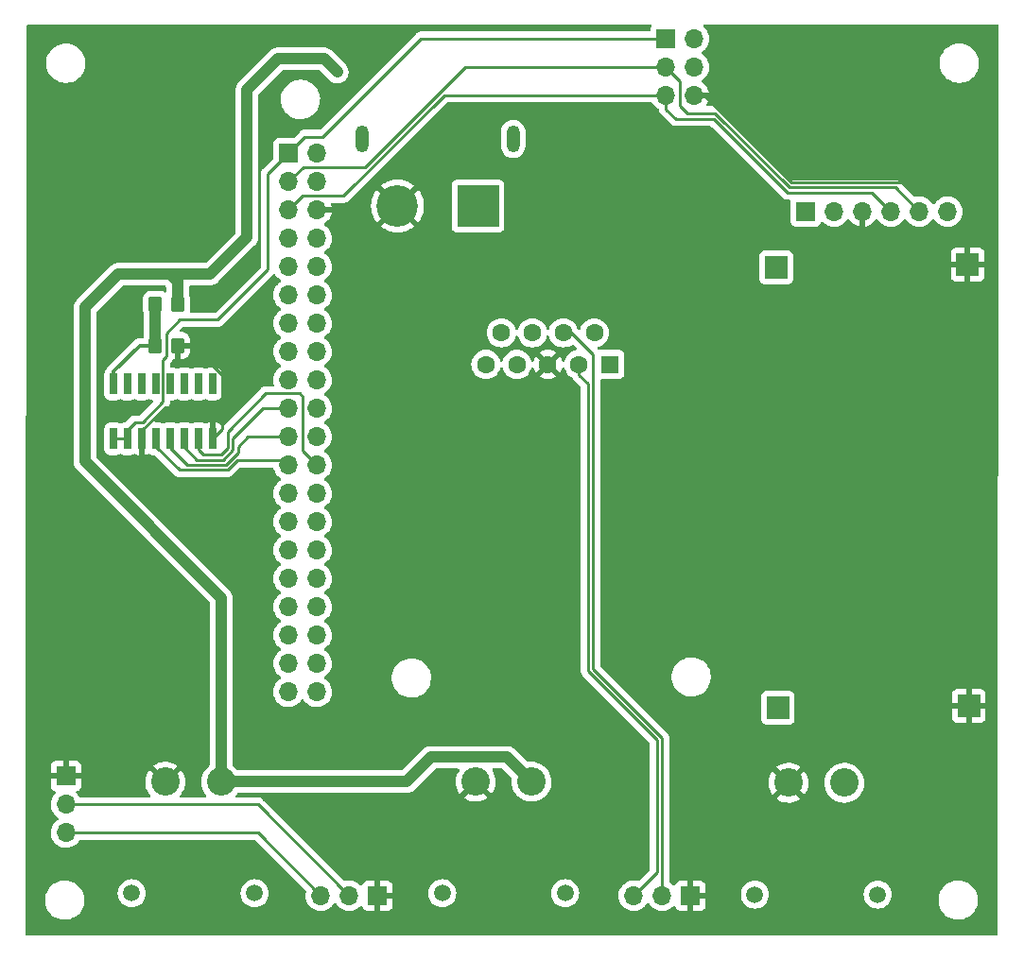
<source format=gbr>
%TF.GenerationSoftware,KiCad,Pcbnew,6.0.8-f2edbf62ab~116~ubuntu22.04.1*%
%TF.CreationDate,2022-11-23T03:00:06-05:00*%
%TF.ProjectId,MJBOTS-CubeSat,4d4a424f-5453-42d4-9375-62655361742e,rev?*%
%TF.SameCoordinates,Original*%
%TF.FileFunction,Copper,L2,Bot*%
%TF.FilePolarity,Positive*%
%FSLAX46Y46*%
G04 Gerber Fmt 4.6, Leading zero omitted, Abs format (unit mm)*
G04 Created by KiCad (PCBNEW 6.0.8-f2edbf62ab~116~ubuntu22.04.1) date 2022-11-23 03:00:06*
%MOMM*%
%LPD*%
G01*
G04 APERTURE LIST*
G04 Aperture macros list*
%AMRoundRect*
0 Rectangle with rounded corners*
0 $1 Rounding radius*
0 $2 $3 $4 $5 $6 $7 $8 $9 X,Y pos of 4 corners*
0 Add a 4 corners polygon primitive as box body*
4,1,4,$2,$3,$4,$5,$6,$7,$8,$9,$2,$3,0*
0 Add four circle primitives for the rounded corners*
1,1,$1+$1,$2,$3*
1,1,$1+$1,$4,$5*
1,1,$1+$1,$6,$7*
1,1,$1+$1,$8,$9*
0 Add four rect primitives between the rounded corners*
20,1,$1+$1,$2,$3,$4,$5,0*
20,1,$1+$1,$4,$5,$6,$7,0*
20,1,$1+$1,$6,$7,$8,$9,0*
20,1,$1+$1,$8,$9,$2,$3,0*%
G04 Aperture macros list end*
%TA.AperFunction,SMDPad,CuDef*%
%ADD10RoundRect,0.250000X-0.350000X-0.450000X0.350000X-0.450000X0.350000X0.450000X-0.350000X0.450000X0*%
%TD*%
%TA.AperFunction,ComponentPad*%
%ADD11R,1.600000X1.600000*%
%TD*%
%TA.AperFunction,ComponentPad*%
%ADD12C,1.600000*%
%TD*%
%TA.AperFunction,ComponentPad*%
%ADD13C,2.550000*%
%TD*%
%TA.AperFunction,ComponentPad*%
%ADD14C,1.500000*%
%TD*%
%TA.AperFunction,ComponentPad*%
%ADD15R,1.700000X1.700000*%
%TD*%
%TA.AperFunction,ComponentPad*%
%ADD16O,1.700000X1.700000*%
%TD*%
%TA.AperFunction,ComponentPad*%
%ADD17R,3.716000X3.716000*%
%TD*%
%TA.AperFunction,ComponentPad*%
%ADD18C,3.716000*%
%TD*%
%TA.AperFunction,ComponentPad*%
%ADD19O,1.200000X2.400000*%
%TD*%
%TA.AperFunction,ComponentPad*%
%ADD20R,2.000000X2.000000*%
%TD*%
%TA.AperFunction,SMDPad,CuDef*%
%ADD21RoundRect,0.042000X-0.258000X0.908000X-0.258000X-0.908000X0.258000X-0.908000X0.258000X0.908000X0*%
%TD*%
%TA.AperFunction,ViaPad*%
%ADD22C,1.000000*%
%TD*%
%TA.AperFunction,Conductor*%
%ADD23C,0.250000*%
%TD*%
%TA.AperFunction,Conductor*%
%ADD24C,1.000000*%
%TD*%
%TA.AperFunction,Conductor*%
%ADD25C,0.300000*%
%TD*%
G04 APERTURE END LIST*
D10*
%TO.P,R2,1*%
%TO.N,/A-D Converter/12V*%
X107000000Y-74300000D03*
%TO.P,R2,2*%
%TO.N,GND*%
X109000000Y-74300000D03*
%TD*%
%TO.P,R1,1*%
%TO.N,/A-D Converter/12V*%
X107000000Y-70600000D03*
%TO.P,R1,2*%
%TO.N,/VCC*%
X109000000Y-70600000D03*
%TD*%
D11*
%TO.P,J4,1,1*%
%TO.N,unconnected-(J4-Pad1)*%
X147700000Y-76000000D03*
D12*
%TO.P,J4,2,2*%
%TO.N,/CAN_L*%
X144930000Y-76000000D03*
%TO.P,J4,3,3*%
%TO.N,GND*%
X142160000Y-76000000D03*
%TO.P,J4,4,4*%
%TO.N,unconnected-(J4-Pad4)*%
X139390000Y-76000000D03*
%TO.P,J4,5,5*%
%TO.N,unconnected-(J4-Pad5)*%
X136620000Y-76000000D03*
%TO.P,J4,6,6*%
%TO.N,unconnected-(J4-Pad6)*%
X146315000Y-73160000D03*
%TO.P,J4,7,7*%
%TO.N,/CAN_H*%
X143545000Y-73160000D03*
%TO.P,J4,8,8*%
%TO.N,unconnected-(J4-Pad8)*%
X140775000Y-73160000D03*
%TO.P,J4,9,9*%
%TO.N,unconnected-(J4-Pad9)*%
X138005000Y-73160000D03*
%TD*%
D13*
%TO.P,J9,1,+*%
%TO.N,/VCC*%
X112900000Y-113388000D03*
%TO.P,J9,2,-*%
%TO.N,GND*%
X107900000Y-113388000D03*
D14*
%TO.P,J9,3*%
%TO.N,N/C*%
X104900000Y-123388000D03*
%TO.P,J9,4*%
X115900000Y-123388000D03*
%TD*%
D15*
%TO.P,J1,1,Pin_1*%
%TO.N,/3.3V*%
X152725000Y-46800000D03*
D16*
%TO.P,J1,2,Pin_2*%
%TO.N,/5V*%
X155265000Y-46800000D03*
%TO.P,J1,3,Pin_3*%
%TO.N,/SDA*%
X152725000Y-49340000D03*
%TO.P,J1,4,Pin_4*%
%TO.N,/5V*%
X155265000Y-49340000D03*
%TO.P,J1,5,Pin_5*%
%TO.N,/SCL*%
X152725000Y-51880000D03*
%TO.P,J1,6,Pin_6*%
%TO.N,GND*%
X155265000Y-51880000D03*
%TD*%
D15*
%TO.P,J2,1,Pin_1*%
%TO.N,/3.3V*%
X165250000Y-62300000D03*
D16*
%TO.P,J2,2,Pin_2*%
%TO.N,unconnected-(J2-Pad2)*%
X167790000Y-62300000D03*
%TO.P,J2,3,Pin_3*%
%TO.N,GND*%
X170330000Y-62300000D03*
%TO.P,J2,4,Pin_4*%
%TO.N,/SCL*%
X172870000Y-62300000D03*
%TO.P,J2,5,Pin_5*%
%TO.N,/SDA*%
X175410000Y-62300000D03*
%TO.P,J2,6,Pin_6*%
%TO.N,unconnected-(J2-Pad6)*%
X177950000Y-62300000D03*
%TD*%
D17*
%TO.P,J7,1,+*%
%TO.N,/VCC*%
X135900000Y-61800000D03*
D18*
%TO.P,J7,2,-*%
%TO.N,GND*%
X128700000Y-61800000D03*
D19*
%TO.P,J7,S1*%
%TO.N,N/C*%
X139050000Y-55800000D03*
%TO.P,J7,S2*%
X125550000Y-55800000D03*
%TD*%
D20*
%TO.P,U1,1,IN+*%
%TO.N,/VCC*%
X162750000Y-106750000D03*
%TO.P,U1,2,IN-*%
%TO.N,GND*%
X179850000Y-106600000D03*
%TO.P,U1,3,OUT+*%
%TO.N,/5V*%
X162602000Y-67314000D03*
%TO.P,U1,4,OUT-*%
%TO.N,GND*%
X179750000Y-67050000D03*
%TD*%
D15*
%TO.P,J6,1,Pin_1*%
%TO.N,GND*%
X99000000Y-112875000D03*
D16*
%TO.P,J6,2,Pin_2*%
%TO.N,/CAN_H*%
X99000000Y-115415000D03*
%TO.P,J6,3,Pin_3*%
%TO.N,/CAN_L*%
X99000000Y-117955000D03*
%TD*%
D15*
%TO.P,J3,1,Pin_1*%
%TO.N,/3.3V*%
X118925000Y-57075000D03*
D16*
%TO.P,J3,2,Pin_2*%
%TO.N,/5V*%
X121465000Y-57075000D03*
%TO.P,J3,3,Pin_3*%
%TO.N,/SDA*%
X118925000Y-59615000D03*
%TO.P,J3,4,Pin_4*%
%TO.N,/5V*%
X121465000Y-59615000D03*
%TO.P,J3,5,Pin_5*%
%TO.N,/SCL*%
X118925000Y-62155000D03*
%TO.P,J3,6,Pin_6*%
%TO.N,GND*%
X121465000Y-62155000D03*
%TO.P,J3,7,Pin_7*%
%TO.N,unconnected-(J3-Pad7)*%
X118925000Y-64695000D03*
%TO.P,J3,8,Pin_8*%
%TO.N,unconnected-(J3-Pad8)*%
X121465000Y-64695000D03*
%TO.P,J3,9,Pin_9*%
%TO.N,unconnected-(J3-Pad9)*%
X118925000Y-67235000D03*
%TO.P,J3,10,Pin_10*%
%TO.N,unconnected-(J3-Pad10)*%
X121465000Y-67235000D03*
%TO.P,J3,11,Pin_11*%
%TO.N,unconnected-(J3-Pad11)*%
X118925000Y-69775000D03*
%TO.P,J3,12,Pin_12*%
%TO.N,unconnected-(J3-Pad12)*%
X121465000Y-69775000D03*
%TO.P,J3,13,Pin_13*%
%TO.N,unconnected-(J3-Pad13)*%
X118925000Y-72315000D03*
%TO.P,J3,14,Pin_14*%
%TO.N,unconnected-(J3-Pad14)*%
X121465000Y-72315000D03*
%TO.P,J3,15,Pin_15*%
%TO.N,unconnected-(J3-Pad15)*%
X118925000Y-74855000D03*
%TO.P,J3,16,Pin_16*%
%TO.N,unconnected-(J3-Pad16)*%
X121465000Y-74855000D03*
%TO.P,J3,17,Pin_17*%
%TO.N,unconnected-(J3-Pad17)*%
X118925000Y-77395000D03*
%TO.P,J3,18,Pin_18*%
%TO.N,unconnected-(J3-Pad18)*%
X121465000Y-77395000D03*
%TO.P,J3,19,Pin_19*%
%TO.N,/MOSI*%
X118925000Y-79935000D03*
%TO.P,J3,20,Pin_20*%
%TO.N,unconnected-(J3-Pad20)*%
X121465000Y-79935000D03*
%TO.P,J3,21,Pin_21*%
%TO.N,/MISO*%
X118925000Y-82475000D03*
%TO.P,J3,22,Pin_22*%
%TO.N,unconnected-(J3-Pad22)*%
X121465000Y-82475000D03*
%TO.P,J3,23,Pin_23*%
%TO.N,/SCLK*%
X118925000Y-85015000D03*
%TO.P,J3,24,Pin_24*%
%TO.N,/CS*%
X121465000Y-85015000D03*
%TO.P,J3,25,Pin_25*%
%TO.N,unconnected-(J3-Pad25)*%
X118925000Y-87555000D03*
%TO.P,J3,26,Pin_26*%
%TO.N,unconnected-(J3-Pad26)*%
X121465000Y-87555000D03*
%TO.P,J3,27,Pin_27*%
%TO.N,unconnected-(J3-Pad27)*%
X118925000Y-90095000D03*
%TO.P,J3,28,Pin_28*%
%TO.N,unconnected-(J3-Pad28)*%
X121465000Y-90095000D03*
%TO.P,J3,29,Pin_29*%
%TO.N,unconnected-(J3-Pad29)*%
X118925000Y-92635000D03*
%TO.P,J3,30,Pin_30*%
%TO.N,unconnected-(J3-Pad30)*%
X121465000Y-92635000D03*
%TO.P,J3,31,Pin_31*%
%TO.N,unconnected-(J3-Pad31)*%
X118925000Y-95175000D03*
%TO.P,J3,32,Pin_32*%
%TO.N,unconnected-(J3-Pad32)*%
X121465000Y-95175000D03*
%TO.P,J3,33,Pin_33*%
%TO.N,unconnected-(J3-Pad33)*%
X118925000Y-97715000D03*
%TO.P,J3,34,Pin_34*%
%TO.N,unconnected-(J3-Pad34)*%
X121465000Y-97715000D03*
%TO.P,J3,35,Pin_35*%
%TO.N,unconnected-(J3-Pad35)*%
X118925000Y-100255000D03*
%TO.P,J3,36,Pin_36*%
%TO.N,unconnected-(J3-Pad36)*%
X121465000Y-100255000D03*
%TO.P,J3,37,Pin_37*%
%TO.N,unconnected-(J3-Pad37)*%
X118925000Y-102795000D03*
%TO.P,J3,38,Pin_38*%
%TO.N,unconnected-(J3-Pad38)*%
X121465000Y-102795000D03*
%TO.P,J3,39,Pin_39*%
%TO.N,unconnected-(J3-Pad39)*%
X118925000Y-105335000D03*
%TO.P,J3,40,Pin_40*%
%TO.N,unconnected-(J3-Pad40)*%
X121465000Y-105335000D03*
%TD*%
D15*
%TO.P,J12,1,Pin_1*%
%TO.N,GND*%
X126900000Y-123600000D03*
D16*
%TO.P,J12,2,Pin_2*%
%TO.N,/CAN_H*%
X124360000Y-123600000D03*
%TO.P,J12,3,Pin_3*%
%TO.N,/CAN_L*%
X121820000Y-123600000D03*
%TD*%
D14*
%TO.P,J8,4*%
%TO.N,N/C*%
X171700000Y-123488000D03*
%TO.P,J8,3*%
X160700000Y-123488000D03*
D13*
%TO.P,J8,2,-*%
%TO.N,GND*%
X163700000Y-113488000D03*
%TO.P,J8,1,+*%
%TO.N,/VCC*%
X168700000Y-113488000D03*
%TD*%
D16*
%TO.P,J5,3,Pin_3*%
%TO.N,/CAN_L*%
X149845000Y-123600000D03*
%TO.P,J5,2,Pin_2*%
%TO.N,/CAN_H*%
X152385000Y-123600000D03*
D15*
%TO.P,J5,1,Pin_1*%
%TO.N,GND*%
X154925000Y-123600000D03*
%TD*%
D13*
%TO.P,J10,1,+*%
%TO.N,/VCC*%
X140700000Y-113388000D03*
%TO.P,J10,2,-*%
%TO.N,GND*%
X135700000Y-113388000D03*
D14*
%TO.P,J10,3*%
%TO.N,N/C*%
X132700000Y-123388000D03*
%TO.P,J10,4*%
X143700000Y-123388000D03*
%TD*%
D21*
%TO.P,U2,1,CH0*%
%TO.N,/A-D Converter/12V*%
X103255000Y-77745000D03*
%TO.P,U2,2,CH1*%
%TO.N,unconnected-(U2-Pad2)*%
X104525000Y-77745000D03*
%TO.P,U2,3,CH2*%
%TO.N,unconnected-(U2-Pad3)*%
X105795000Y-77745000D03*
%TO.P,U2,4,CH3*%
%TO.N,unconnected-(U2-Pad4)*%
X107065000Y-77745000D03*
%TO.P,U2,5,CH4*%
%TO.N,unconnected-(U2-Pad5)*%
X108335000Y-77745000D03*
%TO.P,U2,6,CH5*%
%TO.N,unconnected-(U2-Pad6)*%
X109605000Y-77745000D03*
%TO.P,U2,7,CH6*%
%TO.N,unconnected-(U2-Pad7)*%
X110875000Y-77745000D03*
%TO.P,U2,8,CH7*%
%TO.N,unconnected-(U2-Pad8)*%
X112145000Y-77745000D03*
%TO.P,U2,9,DGND*%
%TO.N,GND*%
X112145000Y-82655000D03*
%TO.P,U2,10,~{CS/SHDN}*%
%TO.N,/CS*%
X110875000Y-82655000D03*
%TO.P,U2,11,DIN*%
%TO.N,/MOSI*%
X109605000Y-82655000D03*
%TO.P,U2,12,DOUT*%
%TO.N,/MISO*%
X108335000Y-82655000D03*
%TO.P,U2,13,CLK*%
%TO.N,/SCLK*%
X107065000Y-82655000D03*
%TO.P,U2,14,AGND*%
%TO.N,GND*%
X105795000Y-82655000D03*
%TO.P,U2,15,VREF*%
%TO.N,/3.3V*%
X104525000Y-82655000D03*
%TO.P,U2,16,VDD*%
X103255000Y-82655000D03*
%TD*%
D22*
%TO.N,/VCC*%
X123300000Y-49800000D03*
%TD*%
D23*
%TO.N,GND*%
X155265000Y-51880000D02*
X156152792Y-51880000D01*
X156152792Y-51880000D02*
X163972792Y-59700000D01*
X163972792Y-59700000D02*
X178400000Y-59700000D01*
X178400000Y-59700000D02*
X179750000Y-61050000D01*
X179750000Y-61050000D02*
X179750000Y-67050000D01*
%TO.N,/SDA*%
X175410000Y-62300000D02*
X173260000Y-60150000D01*
X154000000Y-50615000D02*
X152725000Y-49340000D01*
X173260000Y-60150000D02*
X163786396Y-60150000D01*
X163786396Y-60150000D02*
X157100000Y-53463604D01*
X157100000Y-53463604D02*
X154663604Y-53463604D01*
X154663604Y-53463604D02*
X154000000Y-52800000D01*
X154000000Y-52800000D02*
X154000000Y-50615000D01*
D24*
%TO.N,/VCC*%
X119900000Y-48600000D02*
X122100000Y-48600000D01*
X115200000Y-51400000D02*
X117000000Y-49600000D01*
X115200000Y-58300000D02*
X115200000Y-51400000D01*
X117000000Y-49600000D02*
X118000000Y-48600000D01*
X122100000Y-48600000D02*
X123300000Y-49800000D01*
X118000000Y-48600000D02*
X119900000Y-48600000D01*
X115200000Y-64600000D02*
X115200000Y-58300000D01*
X108300000Y-67900000D02*
X111900000Y-67900000D01*
X112700000Y-67100000D02*
X115200000Y-64600000D01*
X111900000Y-67900000D02*
X112700000Y-67100000D01*
D23*
%TO.N,/SCL*%
X172870000Y-62300000D02*
X171170000Y-60600000D01*
X171170000Y-60600000D02*
X163600000Y-60600000D01*
X163600000Y-60600000D02*
X157000000Y-54000000D01*
X157000000Y-54000000D02*
X153600000Y-54000000D01*
X153600000Y-54000000D02*
X152725000Y-53125000D01*
X152725000Y-53125000D02*
X152725000Y-51880000D01*
X118925000Y-62155000D02*
X120180000Y-60900000D01*
X120180000Y-60900000D02*
X123836396Y-60900000D01*
X123836396Y-60900000D02*
X132856396Y-51880000D01*
X132856396Y-51880000D02*
X152725000Y-51880000D01*
%TO.N,/SDA*%
X118925000Y-59615000D02*
X120240000Y-58300000D01*
X120240000Y-58300000D02*
X125800000Y-58300000D01*
X125800000Y-58300000D02*
X134760000Y-49340000D01*
X134760000Y-49340000D02*
X152725000Y-49340000D01*
%TO.N,/3.3V*%
X118925000Y-57075000D02*
X120400000Y-55600000D01*
X120400000Y-55600000D02*
X122000000Y-55600000D01*
X130800000Y-46800000D02*
X152725000Y-46800000D01*
X122000000Y-55600000D02*
X130800000Y-46800000D01*
D25*
%TO.N,/A-D Converter/12V*%
X103255000Y-77745000D02*
X103255000Y-76645000D01*
X103255000Y-76645000D02*
X105600000Y-74300000D01*
X105600000Y-74300000D02*
X107000000Y-74300000D01*
D23*
%TO.N,/CS*%
X110875000Y-82655000D02*
X110875000Y-83675000D01*
X111300000Y-84100000D02*
X112900000Y-84100000D01*
X110875000Y-83675000D02*
X111300000Y-84100000D01*
X112900000Y-84100000D02*
X113500000Y-83500000D01*
X113500000Y-83500000D02*
X113500000Y-82000000D01*
X113500000Y-82000000D02*
X116900000Y-78600000D01*
X120200000Y-83750000D02*
X121465000Y-85015000D01*
X116900000Y-78600000D02*
X119900000Y-78600000D01*
X119900000Y-78600000D02*
X120200000Y-78900000D01*
X120200000Y-78900000D02*
X120200000Y-83750000D01*
%TO.N,/SCLK*%
X107065000Y-82655000D02*
X107065000Y-83365000D01*
X113486396Y-85450000D02*
X114336396Y-84600000D01*
X114336396Y-84600000D02*
X118510000Y-84600000D01*
X107065000Y-83365000D02*
X109150000Y-85450000D01*
X109150000Y-85450000D02*
X113486396Y-85450000D01*
X118510000Y-84600000D02*
X118925000Y-85015000D01*
%TO.N,/MISO*%
X108335000Y-82655000D02*
X108335000Y-83435000D01*
X108335000Y-83435000D02*
X109900000Y-85000000D01*
X109900000Y-85000000D02*
X113300000Y-85000000D01*
X113300000Y-85000000D02*
X114400000Y-83900000D01*
X114400000Y-83900000D02*
X114400000Y-83400000D01*
X114400000Y-83400000D02*
X115325000Y-82475000D01*
X115325000Y-82475000D02*
X118925000Y-82475000D01*
%TO.N,/MOSI*%
X109605000Y-82655000D02*
X109605000Y-83405000D01*
X109605000Y-83405000D02*
X110750000Y-84550000D01*
X110750000Y-84550000D02*
X113086396Y-84550000D01*
X113086396Y-84550000D02*
X113950000Y-83686396D01*
X113950000Y-82600000D02*
X116615000Y-79935000D01*
X113950000Y-83686396D02*
X113950000Y-82600000D01*
X116615000Y-79935000D02*
X118925000Y-79935000D01*
%TO.N,/3.3V*%
X104525000Y-82655000D02*
X104525000Y-81875000D01*
X104525000Y-81875000D02*
X105200000Y-81200000D01*
X105200000Y-81200000D02*
X105863604Y-81200000D01*
X105863604Y-81200000D02*
X107700000Y-79363604D01*
X107700000Y-79363604D02*
X107700000Y-75600000D01*
X108000000Y-73200000D02*
X109200000Y-72000000D01*
X107700000Y-75600000D02*
X108000000Y-75300000D01*
X108000000Y-75300000D02*
X108000000Y-73200000D01*
X109200000Y-72000000D02*
X112600000Y-72000000D01*
X117100000Y-67500000D02*
X117100000Y-58900000D01*
X112600000Y-72000000D02*
X117100000Y-67500000D01*
X117100000Y-58900000D02*
X118925000Y-57075000D01*
%TO.N,GND*%
X113000000Y-81800000D02*
X113000000Y-79800000D01*
X113000000Y-79800000D02*
X113000000Y-76914984D01*
X105795000Y-82655000D02*
X105795000Y-81905000D01*
X105795000Y-81905000D02*
X107900000Y-79800000D01*
X107900000Y-79800000D02*
X113000000Y-79800000D01*
X112145000Y-82655000D02*
X113000000Y-81800000D01*
X110385016Y-74300000D02*
X109000000Y-74300000D01*
X113000000Y-76914984D02*
X110385016Y-74300000D01*
%TO.N,/CAN_L*%
X149845000Y-123600000D02*
X151935000Y-121510000D01*
X151935000Y-121510000D02*
X151935000Y-109671396D01*
X151935000Y-109671396D02*
X145750000Y-103486396D01*
X145750000Y-103486396D02*
X145750000Y-77750000D01*
X145750000Y-77750000D02*
X144930000Y-76930000D01*
X144930000Y-76930000D02*
X144930000Y-76000000D01*
%TO.N,/CAN_H*%
X143545000Y-73160000D02*
X144260000Y-73160000D01*
X144260000Y-73160000D02*
X146200000Y-75100000D01*
X146200000Y-75100000D02*
X146200000Y-103300000D01*
X146200000Y-103300000D02*
X152385000Y-109485000D01*
X152385000Y-109485000D02*
X152385000Y-123600000D01*
%TO.N,/CAN_L*%
X99000000Y-117955000D02*
X116175000Y-117955000D01*
X116175000Y-117955000D02*
X121820000Y-123600000D01*
%TO.N,/CAN_H*%
X99000000Y-115415000D02*
X116175000Y-115415000D01*
X116175000Y-115415000D02*
X124360000Y-123600000D01*
D24*
%TO.N,/VCC*%
X129512000Y-113388000D02*
X131700000Y-111200000D01*
X112900000Y-113388000D02*
X129512000Y-113388000D01*
X131700000Y-111200000D02*
X138512000Y-111200000D01*
X138512000Y-111200000D02*
X140700000Y-113388000D01*
X112900000Y-113388000D02*
X112900000Y-96900000D01*
X112900000Y-96900000D02*
X100700000Y-84700000D01*
X100700000Y-84700000D02*
X100700000Y-70900000D01*
X100700000Y-70900000D02*
X103700000Y-67900000D01*
X103700000Y-67900000D02*
X108300000Y-67900000D01*
X108300000Y-67900000D02*
X109000000Y-68600000D01*
X109000000Y-68600000D02*
X109000000Y-70600000D01*
%TO.N,/A-D Converter/12V*%
X107000000Y-74300000D02*
X107000000Y-70600000D01*
D23*
%TO.N,/3.3V*%
X104525000Y-82655000D02*
X103255000Y-82655000D01*
%TD*%
%TA.AperFunction,Conductor*%
%TO.N,GND*%
G36*
X151387973Y-45528502D02*
G01*
X151434466Y-45582158D01*
X151444570Y-45652432D01*
X151430372Y-45695008D01*
X151429766Y-45696116D01*
X151424385Y-45703295D01*
X151373255Y-45839684D01*
X151366500Y-45901866D01*
X151366500Y-46040500D01*
X151346498Y-46108621D01*
X151292842Y-46155114D01*
X151240500Y-46166500D01*
X130878763Y-46166500D01*
X130867579Y-46165973D01*
X130860091Y-46164299D01*
X130852168Y-46164548D01*
X130792033Y-46166438D01*
X130788075Y-46166500D01*
X130760144Y-46166500D01*
X130756229Y-46166995D01*
X130756225Y-46166995D01*
X130756167Y-46167003D01*
X130756138Y-46167006D01*
X130744296Y-46167939D01*
X130700110Y-46169327D01*
X130682744Y-46174372D01*
X130680658Y-46174978D01*
X130661306Y-46178986D01*
X130654235Y-46179880D01*
X130641203Y-46181526D01*
X130633834Y-46184443D01*
X130633832Y-46184444D01*
X130600097Y-46197800D01*
X130588869Y-46201645D01*
X130546407Y-46213982D01*
X130539585Y-46218016D01*
X130539579Y-46218019D01*
X130528968Y-46224294D01*
X130511218Y-46232990D01*
X130499756Y-46237528D01*
X130499751Y-46237531D01*
X130492383Y-46240448D01*
X130485968Y-46245109D01*
X130456625Y-46266427D01*
X130446707Y-46272943D01*
X130428019Y-46283995D01*
X130408637Y-46295458D01*
X130394313Y-46309782D01*
X130379281Y-46322621D01*
X130362893Y-46334528D01*
X130345168Y-46355954D01*
X130334712Y-46368593D01*
X130326722Y-46377373D01*
X121774500Y-54929595D01*
X121712188Y-54963621D01*
X121685405Y-54966500D01*
X120478767Y-54966500D01*
X120467584Y-54965973D01*
X120460091Y-54964298D01*
X120452165Y-54964547D01*
X120452164Y-54964547D01*
X120392014Y-54966438D01*
X120388055Y-54966500D01*
X120360144Y-54966500D01*
X120356210Y-54966997D01*
X120356209Y-54966997D01*
X120356144Y-54967005D01*
X120344307Y-54967938D01*
X120312049Y-54968952D01*
X120308030Y-54969078D01*
X120300111Y-54969327D01*
X120280657Y-54974979D01*
X120261300Y-54978987D01*
X120249070Y-54980532D01*
X120249069Y-54980532D01*
X120241203Y-54981526D01*
X120233832Y-54984445D01*
X120233830Y-54984445D01*
X120200088Y-54997804D01*
X120188858Y-55001649D01*
X120154017Y-55011771D01*
X120154016Y-55011771D01*
X120146407Y-55013982D01*
X120139588Y-55018015D01*
X120139583Y-55018017D01*
X120128972Y-55024293D01*
X120111224Y-55032988D01*
X120092383Y-55040448D01*
X120085967Y-55045110D01*
X120085966Y-55045110D01*
X120056613Y-55066436D01*
X120046693Y-55072952D01*
X120015465Y-55091420D01*
X120015462Y-55091422D01*
X120008638Y-55095458D01*
X119994317Y-55109779D01*
X119979284Y-55122619D01*
X119962893Y-55134528D01*
X119952448Y-55147154D01*
X119934702Y-55168605D01*
X119926712Y-55177384D01*
X119424501Y-55679595D01*
X119362189Y-55713621D01*
X119335406Y-55716500D01*
X118026866Y-55716500D01*
X117964684Y-55723255D01*
X117828295Y-55774385D01*
X117711739Y-55861739D01*
X117624385Y-55978295D01*
X117573255Y-56114684D01*
X117566500Y-56176866D01*
X117566500Y-57485405D01*
X117546498Y-57553526D01*
X117529595Y-57574500D01*
X116707747Y-58396348D01*
X116699461Y-58403888D01*
X116692982Y-58408000D01*
X116687557Y-58413777D01*
X116646357Y-58457651D01*
X116643602Y-58460493D01*
X116623865Y-58480230D01*
X116621385Y-58483427D01*
X116613682Y-58492447D01*
X116583414Y-58524679D01*
X116579595Y-58531625D01*
X116579593Y-58531628D01*
X116573652Y-58542434D01*
X116562801Y-58558953D01*
X116550386Y-58574959D01*
X116547241Y-58582228D01*
X116547238Y-58582232D01*
X116532826Y-58615537D01*
X116527609Y-58626187D01*
X116506305Y-58664940D01*
X116504334Y-58672615D01*
X116504334Y-58672616D01*
X116501267Y-58684562D01*
X116494863Y-58703266D01*
X116486819Y-58721855D01*
X116485580Y-58729678D01*
X116485577Y-58729688D01*
X116479901Y-58765524D01*
X116477495Y-58777144D01*
X116466500Y-58819970D01*
X116466500Y-58840224D01*
X116464949Y-58859934D01*
X116461780Y-58879943D01*
X116462526Y-58887835D01*
X116465941Y-58923961D01*
X116466500Y-58935819D01*
X116466500Y-67185406D01*
X116446498Y-67253527D01*
X116429595Y-67274501D01*
X112374500Y-71329595D01*
X112312188Y-71363621D01*
X112285405Y-71366500D01*
X110218254Y-71366500D01*
X110150133Y-71346498D01*
X110103640Y-71292842D01*
X110093536Y-71222568D01*
X110095053Y-71214088D01*
X110095631Y-71211390D01*
X110097797Y-71204861D01*
X110108500Y-71100400D01*
X110108500Y-70099600D01*
X110104710Y-70063069D01*
X110098238Y-70000692D01*
X110098237Y-70000688D01*
X110097526Y-69993834D01*
X110041550Y-69826054D01*
X110027356Y-69803117D01*
X110008500Y-69736814D01*
X110008500Y-69034500D01*
X110028502Y-68966379D01*
X110082158Y-68919886D01*
X110134500Y-68908500D01*
X111838157Y-68908500D01*
X111851764Y-68909237D01*
X111883262Y-68912659D01*
X111883267Y-68912659D01*
X111889388Y-68913324D01*
X111915638Y-68911027D01*
X111939388Y-68908950D01*
X111944214Y-68908621D01*
X111946686Y-68908500D01*
X111949769Y-68908500D01*
X111961738Y-68907326D01*
X111992506Y-68904310D01*
X111993819Y-68904188D01*
X112038084Y-68900315D01*
X112086413Y-68896087D01*
X112091532Y-68894600D01*
X112096833Y-68894080D01*
X112185834Y-68867209D01*
X112186967Y-68866874D01*
X112270414Y-68842630D01*
X112270418Y-68842628D01*
X112276336Y-68840909D01*
X112281068Y-68838456D01*
X112286169Y-68836916D01*
X112291612Y-68834022D01*
X112368260Y-68793269D01*
X112369426Y-68792657D01*
X112446453Y-68752729D01*
X112451926Y-68749892D01*
X112456089Y-68746569D01*
X112460796Y-68744066D01*
X112532918Y-68685245D01*
X112533774Y-68684554D01*
X112572973Y-68653262D01*
X112575477Y-68650758D01*
X112576195Y-68650116D01*
X112580528Y-68646415D01*
X112614062Y-68619065D01*
X112643291Y-68583733D01*
X112651272Y-68574963D01*
X113372968Y-67853266D01*
X113372973Y-67853262D01*
X115869388Y-65356846D01*
X115879522Y-65347753D01*
X115904218Y-65327897D01*
X115909025Y-65324032D01*
X115941292Y-65285578D01*
X115944472Y-65281931D01*
X115946115Y-65280119D01*
X115948309Y-65277925D01*
X115975642Y-65244651D01*
X115976348Y-65243800D01*
X116011882Y-65201453D01*
X116036154Y-65172526D01*
X116038722Y-65167856D01*
X116042103Y-65163739D01*
X116085977Y-65081914D01*
X116086606Y-65080755D01*
X116128462Y-65004619D01*
X116128465Y-65004611D01*
X116131433Y-64999213D01*
X116133045Y-64994131D01*
X116135562Y-64989437D01*
X116162747Y-64900523D01*
X116163139Y-64899265D01*
X116189372Y-64816567D01*
X116191235Y-64810694D01*
X116191829Y-64805403D01*
X116193388Y-64800302D01*
X116202790Y-64707737D01*
X116202925Y-64706470D01*
X116203835Y-64698365D01*
X116208500Y-64656773D01*
X116208500Y-64653248D01*
X116208555Y-64652263D01*
X116209004Y-64646559D01*
X116212752Y-64609666D01*
X116212752Y-64609661D01*
X116213374Y-64603538D01*
X116209059Y-64557891D01*
X116208500Y-64546033D01*
X116208500Y-52357655D01*
X118239858Y-52357655D01*
X118275104Y-52616638D01*
X118276412Y-52621124D01*
X118276412Y-52621126D01*
X118293773Y-52680688D01*
X118348243Y-52867567D01*
X118350203Y-52871820D01*
X118350204Y-52871821D01*
X118361549Y-52896430D01*
X118457668Y-53104928D01*
X118460231Y-53108837D01*
X118598410Y-53319596D01*
X118598414Y-53319601D01*
X118600976Y-53323509D01*
X118775018Y-53518506D01*
X118975970Y-53685637D01*
X118979973Y-53688066D01*
X119195422Y-53818804D01*
X119195426Y-53818806D01*
X119199419Y-53821229D01*
X119440455Y-53922303D01*
X119693783Y-53986641D01*
X119698434Y-53987109D01*
X119698438Y-53987110D01*
X119891308Y-54006531D01*
X119910867Y-54008500D01*
X120066354Y-54008500D01*
X120068679Y-54008327D01*
X120068685Y-54008327D01*
X120256000Y-53994407D01*
X120256004Y-53994406D01*
X120260652Y-53994061D01*
X120265200Y-53993032D01*
X120265206Y-53993031D01*
X120451601Y-53950853D01*
X120515577Y-53936377D01*
X120551769Y-53922303D01*
X120754824Y-53843340D01*
X120754827Y-53843339D01*
X120759177Y-53841647D01*
X120986098Y-53711951D01*
X121191357Y-53550138D01*
X121370443Y-53359763D01*
X121508406Y-53160892D01*
X121516759Y-53148851D01*
X121516761Y-53148848D01*
X121519424Y-53145009D01*
X121558828Y-53065106D01*
X121632960Y-52914781D01*
X121632961Y-52914778D01*
X121635025Y-52910593D01*
X121646827Y-52873725D01*
X121713280Y-52666123D01*
X121714707Y-52661665D01*
X121756721Y-52403693D01*
X121760142Y-52142345D01*
X121724896Y-51883362D01*
X121720980Y-51869925D01*
X121695011Y-51780830D01*
X121651757Y-51632433D01*
X121542332Y-51395072D01*
X121441196Y-51240814D01*
X121401590Y-51180404D01*
X121401586Y-51180399D01*
X121399024Y-51176491D01*
X121224982Y-50981494D01*
X121024030Y-50814363D01*
X120985204Y-50790803D01*
X120804578Y-50681196D01*
X120804574Y-50681194D01*
X120800581Y-50678771D01*
X120559545Y-50577697D01*
X120306217Y-50513359D01*
X120301566Y-50512891D01*
X120301562Y-50512890D01*
X120092271Y-50491816D01*
X120089133Y-50491500D01*
X119933646Y-50491500D01*
X119931321Y-50491673D01*
X119931315Y-50491673D01*
X119744000Y-50505593D01*
X119743996Y-50505594D01*
X119739348Y-50505939D01*
X119734800Y-50506968D01*
X119734794Y-50506969D01*
X119552101Y-50548309D01*
X119484423Y-50563623D01*
X119480071Y-50565315D01*
X119480069Y-50565316D01*
X119245176Y-50656660D01*
X119245173Y-50656661D01*
X119240823Y-50658353D01*
X119236769Y-50660670D01*
X119236767Y-50660671D01*
X119194753Y-50684684D01*
X119013902Y-50788049D01*
X118808643Y-50949862D01*
X118629557Y-51140237D01*
X118524145Y-51292187D01*
X118485094Y-51348479D01*
X118480576Y-51354991D01*
X118478510Y-51359181D01*
X118478508Y-51359184D01*
X118431767Y-51453967D01*
X118364975Y-51589407D01*
X118363553Y-51593850D01*
X118363552Y-51593852D01*
X118352564Y-51628179D01*
X118285293Y-51838335D01*
X118243279Y-52096307D01*
X118239858Y-52357655D01*
X116208500Y-52357655D01*
X116208500Y-51869925D01*
X116228502Y-51801804D01*
X116245405Y-51780830D01*
X117672955Y-50353279D01*
X117672974Y-50353261D01*
X118025130Y-50001105D01*
X118380829Y-49645405D01*
X118443142Y-49611380D01*
X118469925Y-49608500D01*
X121630074Y-49608500D01*
X121698195Y-49628502D01*
X121719169Y-49645404D01*
X122540356Y-50466590D01*
X122550007Y-50477422D01*
X122571035Y-50503953D01*
X122575728Y-50507947D01*
X122575729Y-50507948D01*
X122612066Y-50538873D01*
X122619498Y-50545732D01*
X122622075Y-50548309D01*
X122624455Y-50550264D01*
X122624465Y-50550273D01*
X122652183Y-50573041D01*
X122653870Y-50574451D01*
X122721650Y-50632136D01*
X122727021Y-50635138D01*
X122727815Y-50635690D01*
X122728219Y-50635995D01*
X122728284Y-50636039D01*
X122730098Y-50637276D01*
X122730256Y-50637386D01*
X122730726Y-50637674D01*
X122731503Y-50638194D01*
X122736261Y-50642102D01*
X122741693Y-50645014D01*
X122741692Y-50645014D01*
X122814653Y-50684136D01*
X122816523Y-50685159D01*
X122894294Y-50728624D01*
X122900152Y-50730528D01*
X122901034Y-50730913D01*
X122901496Y-50731137D01*
X122901572Y-50731169D01*
X122903570Y-50732021D01*
X122903741Y-50732095D01*
X122904272Y-50732292D01*
X122905129Y-50732649D01*
X122910563Y-50735562D01*
X122916457Y-50737364D01*
X122995624Y-50761568D01*
X122997719Y-50762229D01*
X123076528Y-50787835D01*
X123076531Y-50787836D01*
X123082392Y-50789740D01*
X123088512Y-50790470D01*
X123089419Y-50790669D01*
X123089931Y-50790803D01*
X123090058Y-50790829D01*
X123092252Y-50791291D01*
X123092376Y-50791318D01*
X123092891Y-50791401D01*
X123093807Y-50791586D01*
X123099698Y-50793387D01*
X123105827Y-50794010D01*
X123105829Y-50794010D01*
X123188213Y-50802379D01*
X123190397Y-50802620D01*
X123263106Y-50811289D01*
X123278777Y-50813158D01*
X123284913Y-50812686D01*
X123285868Y-50812706D01*
X123286388Y-50812738D01*
X123286495Y-50812738D01*
X123288708Y-50812765D01*
X123288856Y-50812768D01*
X123289401Y-50812748D01*
X123290329Y-50812751D01*
X123296462Y-50813374D01*
X123385063Y-50804999D01*
X123387225Y-50804813D01*
X123415728Y-50802620D01*
X123469827Y-50798457D01*
X123469828Y-50798457D01*
X123475972Y-50797984D01*
X123481911Y-50796326D01*
X123482836Y-50796163D01*
X123483386Y-50796089D01*
X123483503Y-50796066D01*
X123485638Y-50795670D01*
X123485771Y-50795646D01*
X123486302Y-50795521D01*
X123487226Y-50795341D01*
X123493362Y-50794761D01*
X123506639Y-50790803D01*
X123578685Y-50769326D01*
X123580796Y-50768717D01*
X123660525Y-50746456D01*
X123660526Y-50746456D01*
X123666463Y-50744798D01*
X123671964Y-50742019D01*
X123672839Y-50741680D01*
X123673350Y-50741505D01*
X123673477Y-50741453D01*
X123675528Y-50740637D01*
X123675641Y-50740593D01*
X123676118Y-50740376D01*
X123676994Y-50740019D01*
X123682896Y-50738259D01*
X123761607Y-50696759D01*
X123763554Y-50695754D01*
X123837505Y-50658399D01*
X123837507Y-50658398D01*
X123842996Y-50655625D01*
X123847845Y-50651837D01*
X123848655Y-50651323D01*
X123849112Y-50651058D01*
X123849220Y-50650987D01*
X123851029Y-50649817D01*
X123851161Y-50649733D01*
X123851607Y-50649413D01*
X123852402Y-50648889D01*
X123857846Y-50646018D01*
X123885830Y-50623357D01*
X123926980Y-50590034D01*
X123928702Y-50588664D01*
X123993991Y-50537655D01*
X123993992Y-50537654D01*
X123998847Y-50533861D01*
X124002874Y-50529196D01*
X124003552Y-50528550D01*
X124003956Y-50528195D01*
X124004035Y-50528117D01*
X124005617Y-50526583D01*
X124005723Y-50526482D01*
X124006092Y-50526088D01*
X124006759Y-50525430D01*
X124011547Y-50521553D01*
X124068494Y-50453202D01*
X124069908Y-50451535D01*
X124083631Y-50435637D01*
X124128078Y-50384145D01*
X124131118Y-50378793D01*
X124131676Y-50378003D01*
X124131988Y-50377596D01*
X124132052Y-50377502D01*
X124133272Y-50375741D01*
X124133384Y-50375582D01*
X124133681Y-50375105D01*
X124134203Y-50374336D01*
X124138146Y-50369604D01*
X124141092Y-50364202D01*
X124141096Y-50364195D01*
X124180745Y-50291473D01*
X124181815Y-50289551D01*
X124193771Y-50268506D01*
X124219344Y-50223489D01*
X124222725Y-50217538D01*
X124222726Y-50217535D01*
X124225769Y-50212179D01*
X124227714Y-50206333D01*
X124228104Y-50205457D01*
X124228331Y-50204997D01*
X124228356Y-50204939D01*
X124229243Y-50202900D01*
X124229308Y-50202753D01*
X124229507Y-50202228D01*
X124229872Y-50201369D01*
X124232821Y-50195959D01*
X124247541Y-50148990D01*
X124259427Y-50111060D01*
X124260103Y-50108967D01*
X124286252Y-50030360D01*
X124286252Y-50030359D01*
X124288197Y-50024513D01*
X124288969Y-50018401D01*
X124289179Y-50017478D01*
X124289316Y-50016971D01*
X124289339Y-50016860D01*
X124289814Y-50014683D01*
X124289841Y-50014565D01*
X124289930Y-50014033D01*
X124290122Y-50013113D01*
X124291965Y-50007232D01*
X124295630Y-49973500D01*
X124301577Y-49918750D01*
X124301834Y-49916566D01*
X124312543Y-49831797D01*
X124312543Y-49831790D01*
X124312985Y-49828295D01*
X124313218Y-49811584D01*
X124313324Y-49810611D01*
X124313245Y-49809703D01*
X124313380Y-49800000D01*
X124313038Y-49796510D01*
X124304310Y-49707496D01*
X124304188Y-49706183D01*
X124299810Y-49656148D01*
X124296087Y-49613587D01*
X124294600Y-49608468D01*
X124294080Y-49603167D01*
X124267218Y-49514194D01*
X124266862Y-49512994D01*
X124240909Y-49423663D01*
X124238455Y-49418929D01*
X124236916Y-49413831D01*
X124231285Y-49403240D01*
X124193316Y-49331831D01*
X124192702Y-49330663D01*
X124152726Y-49253541D01*
X124152725Y-49253540D01*
X124149892Y-49248074D01*
X124146569Y-49243911D01*
X124144066Y-49239204D01*
X124085245Y-49167082D01*
X124084554Y-49166226D01*
X124053262Y-49127027D01*
X124050758Y-49124523D01*
X124050116Y-49123805D01*
X124046415Y-49119472D01*
X124019065Y-49085938D01*
X123983737Y-49056712D01*
X123974958Y-49048723D01*
X122856855Y-47930621D01*
X122847753Y-47920478D01*
X122827897Y-47895782D01*
X122824032Y-47890975D01*
X122785578Y-47858708D01*
X122781931Y-47855528D01*
X122780119Y-47853885D01*
X122777925Y-47851691D01*
X122744651Y-47824358D01*
X122743853Y-47823696D01*
X122672526Y-47763846D01*
X122667856Y-47761278D01*
X122663739Y-47757897D01*
X122581914Y-47714023D01*
X122580755Y-47713394D01*
X122504619Y-47671538D01*
X122504611Y-47671535D01*
X122499213Y-47668567D01*
X122494131Y-47666955D01*
X122489437Y-47664438D01*
X122400469Y-47637238D01*
X122399441Y-47636918D01*
X122310694Y-47608765D01*
X122305398Y-47608171D01*
X122300302Y-47606613D01*
X122207743Y-47597210D01*
X122206607Y-47597089D01*
X122172992Y-47593319D01*
X122160270Y-47591892D01*
X122160266Y-47591892D01*
X122156773Y-47591500D01*
X122153246Y-47591500D01*
X122152261Y-47591445D01*
X122146581Y-47590998D01*
X122117175Y-47588011D01*
X122109663Y-47587248D01*
X122109661Y-47587248D01*
X122103538Y-47586626D01*
X122061259Y-47590623D01*
X122057891Y-47590941D01*
X122046033Y-47591500D01*
X118061850Y-47591500D01*
X118048242Y-47590763D01*
X118047662Y-47590700D01*
X118010612Y-47586675D01*
X117960570Y-47591053D01*
X117955788Y-47591379D01*
X117953310Y-47591500D01*
X117950231Y-47591500D01*
X117947177Y-47591799D01*
X117947166Y-47591800D01*
X117907529Y-47595687D01*
X117906215Y-47595809D01*
X117870688Y-47598917D01*
X117813587Y-47603913D01*
X117808468Y-47605400D01*
X117803167Y-47605920D01*
X117714166Y-47632791D01*
X117713033Y-47633126D01*
X117629586Y-47657370D01*
X117629582Y-47657372D01*
X117623664Y-47659091D01*
X117618932Y-47661544D01*
X117613831Y-47663084D01*
X117608388Y-47665978D01*
X117531740Y-47706731D01*
X117530574Y-47707343D01*
X117465423Y-47741115D01*
X117448074Y-47750108D01*
X117443911Y-47753431D01*
X117439204Y-47755934D01*
X117434429Y-47759828D01*
X117434428Y-47759829D01*
X117367102Y-47814739D01*
X117366075Y-47815567D01*
X117329792Y-47844531D01*
X117329787Y-47844536D01*
X117327028Y-47846738D01*
X117324527Y-47849239D01*
X117323809Y-47849881D01*
X117319461Y-47853594D01*
X117285938Y-47880935D01*
X117282015Y-47885677D01*
X117282013Y-47885679D01*
X117256703Y-47916273D01*
X117248713Y-47925053D01*
X114530621Y-50643145D01*
X114520478Y-50652247D01*
X114490975Y-50675968D01*
X114483445Y-50684942D01*
X114458709Y-50714421D01*
X114455528Y-50718069D01*
X114453885Y-50719881D01*
X114451691Y-50722075D01*
X114424358Y-50755349D01*
X114423696Y-50756147D01*
X114363846Y-50827474D01*
X114361278Y-50832144D01*
X114357897Y-50836261D01*
X114346493Y-50857530D01*
X114314023Y-50918086D01*
X114313394Y-50919245D01*
X114271538Y-50995381D01*
X114271535Y-50995389D01*
X114268567Y-51000787D01*
X114266955Y-51005869D01*
X114264438Y-51010563D01*
X114237238Y-51099531D01*
X114236918Y-51100559D01*
X114208765Y-51189306D01*
X114208171Y-51194602D01*
X114206613Y-51199698D01*
X114202437Y-51240814D01*
X114197218Y-51292187D01*
X114197089Y-51293393D01*
X114191500Y-51343227D01*
X114191500Y-51346754D01*
X114191445Y-51347739D01*
X114190998Y-51353419D01*
X114186626Y-51396462D01*
X114187206Y-51402593D01*
X114190941Y-51442109D01*
X114191500Y-51453967D01*
X114191500Y-64130075D01*
X114171498Y-64198196D01*
X114154595Y-64219170D01*
X112027045Y-66346721D01*
X112027027Y-66346738D01*
X111519171Y-66854595D01*
X111456858Y-66888620D01*
X111430075Y-66891500D01*
X108357904Y-66891500D01*
X108345171Y-66890855D01*
X108309666Y-66887248D01*
X108309661Y-66887248D01*
X108303538Y-66886626D01*
X108261259Y-66890623D01*
X108257891Y-66890941D01*
X108246033Y-66891500D01*
X103761850Y-66891500D01*
X103748242Y-66890763D01*
X103747662Y-66890700D01*
X103710612Y-66886675D01*
X103660570Y-66891053D01*
X103655788Y-66891379D01*
X103653310Y-66891500D01*
X103650231Y-66891500D01*
X103647177Y-66891799D01*
X103647166Y-66891800D01*
X103607529Y-66895687D01*
X103606215Y-66895809D01*
X103570688Y-66898917D01*
X103513587Y-66903913D01*
X103508468Y-66905400D01*
X103503167Y-66905920D01*
X103414166Y-66932791D01*
X103413033Y-66933126D01*
X103329586Y-66957370D01*
X103329582Y-66957372D01*
X103323664Y-66959091D01*
X103318932Y-66961544D01*
X103313831Y-66963084D01*
X103308388Y-66965978D01*
X103231740Y-67006731D01*
X103230574Y-67007343D01*
X103153547Y-67047271D01*
X103148074Y-67050108D01*
X103143911Y-67053431D01*
X103139204Y-67055934D01*
X103134429Y-67059828D01*
X103134428Y-67059829D01*
X103067102Y-67114739D01*
X103066075Y-67115567D01*
X103029792Y-67144531D01*
X103029787Y-67144536D01*
X103027028Y-67146738D01*
X103024527Y-67149239D01*
X103023809Y-67149881D01*
X103019461Y-67153594D01*
X102985938Y-67180935D01*
X102982015Y-67185677D01*
X102982013Y-67185679D01*
X102956703Y-67216273D01*
X102948713Y-67225053D01*
X100030621Y-70143145D01*
X100020478Y-70152247D01*
X99990975Y-70175968D01*
X99958709Y-70214421D01*
X99955528Y-70218069D01*
X99953885Y-70219881D01*
X99951691Y-70222075D01*
X99924358Y-70255349D01*
X99923696Y-70256147D01*
X99863846Y-70327474D01*
X99861278Y-70332144D01*
X99857897Y-70336261D01*
X99831855Y-70384829D01*
X99814023Y-70418086D01*
X99813394Y-70419245D01*
X99771538Y-70495381D01*
X99771535Y-70495389D01*
X99768567Y-70500787D01*
X99766955Y-70505869D01*
X99764438Y-70510563D01*
X99737238Y-70599531D01*
X99736918Y-70600559D01*
X99708765Y-70689306D01*
X99708171Y-70694602D01*
X99706613Y-70699698D01*
X99705990Y-70705834D01*
X99697218Y-70792187D01*
X99697089Y-70793393D01*
X99691500Y-70843227D01*
X99691500Y-70846754D01*
X99691445Y-70847739D01*
X99690998Y-70853419D01*
X99686626Y-70896462D01*
X99690623Y-70938741D01*
X99690941Y-70942109D01*
X99691500Y-70953967D01*
X99691500Y-84638157D01*
X99690763Y-84651764D01*
X99686676Y-84689388D01*
X99687213Y-84695523D01*
X99691050Y-84739388D01*
X99691379Y-84744214D01*
X99691500Y-84746686D01*
X99691500Y-84749769D01*
X99691801Y-84752837D01*
X99695690Y-84792506D01*
X99695812Y-84793819D01*
X99703913Y-84886413D01*
X99705400Y-84891532D01*
X99705920Y-84896833D01*
X99732791Y-84985834D01*
X99733126Y-84986967D01*
X99741271Y-85015000D01*
X99759091Y-85076336D01*
X99761544Y-85081068D01*
X99763084Y-85086169D01*
X99765978Y-85091612D01*
X99806731Y-85168260D01*
X99807343Y-85169426D01*
X99850108Y-85251926D01*
X99853431Y-85256089D01*
X99855934Y-85260796D01*
X99914755Y-85332918D01*
X99915446Y-85333774D01*
X99946738Y-85372973D01*
X99949242Y-85375477D01*
X99949884Y-85376195D01*
X99953585Y-85380528D01*
X99980935Y-85414062D01*
X99985682Y-85417989D01*
X99985684Y-85417991D01*
X100016262Y-85443287D01*
X100025042Y-85451277D01*
X111854595Y-97280830D01*
X111888621Y-97343142D01*
X111891500Y-97369925D01*
X111891500Y-111848403D01*
X111871498Y-111916524D01*
X111834584Y-111953775D01*
X111815149Y-111966517D01*
X111815144Y-111966521D01*
X111811230Y-111969087D01*
X111798632Y-111980331D01*
X111695471Y-112072406D01*
X111613460Y-112145603D01*
X111443954Y-112349412D01*
X111306434Y-112576038D01*
X111304625Y-112580352D01*
X111304624Y-112580354D01*
X111248502Y-112714190D01*
X111203922Y-112820500D01*
X111202771Y-112825032D01*
X111202770Y-112825035D01*
X111155061Y-113012890D01*
X111138670Y-113077430D01*
X111112112Y-113341183D01*
X111112336Y-113345850D01*
X111112336Y-113345855D01*
X111116692Y-113436528D01*
X111124830Y-113605963D01*
X111141972Y-113692141D01*
X111175366Y-113860022D01*
X111176546Y-113865956D01*
X111178125Y-113870354D01*
X111178127Y-113870361D01*
X111226097Y-114003967D01*
X111266123Y-114115449D01*
X111391594Y-114348961D01*
X111394389Y-114352705D01*
X111394391Y-114352707D01*
X111430199Y-114400659D01*
X111550201Y-114561362D01*
X111553514Y-114564646D01*
X111554895Y-114566015D01*
X111555227Y-114566616D01*
X111556587Y-114568181D01*
X111556251Y-114568473D01*
X111589193Y-114628177D01*
X111584439Y-114699014D01*
X111542142Y-114756036D01*
X111475731Y-114781138D01*
X111466191Y-114781500D01*
X109327648Y-114781500D01*
X109259527Y-114761498D01*
X109213034Y-114707842D01*
X109202930Y-114637568D01*
X109232916Y-114572423D01*
X109324879Y-114467559D01*
X109330487Y-114460117D01*
X109468800Y-114245085D01*
X109473243Y-114236902D01*
X109578249Y-114003796D01*
X109581439Y-113995031D01*
X109650835Y-113748974D01*
X109652695Y-113739832D01*
X109685152Y-113484707D01*
X109685633Y-113478420D01*
X109687917Y-113391160D01*
X109687766Y-113384851D01*
X109668706Y-113128369D01*
X109667329Y-113119163D01*
X109610904Y-112869796D01*
X109608180Y-112860885D01*
X109515515Y-112622600D01*
X109511504Y-112614190D01*
X109384638Y-112392221D01*
X109379427Y-112384495D01*
X109339194Y-112333460D01*
X109327268Y-112324988D01*
X109315736Y-112331474D01*
X107989095Y-113658115D01*
X107926783Y-113692141D01*
X107855968Y-113687076D01*
X107810905Y-113658115D01*
X106483568Y-112330778D01*
X106470259Y-112323511D01*
X106460224Y-112330630D01*
X106447347Y-112346113D01*
X106441936Y-112353699D01*
X106309308Y-112572264D01*
X106305070Y-112580581D01*
X106206206Y-112816344D01*
X106203245Y-112825194D01*
X106140317Y-113072978D01*
X106138695Y-113082175D01*
X106113082Y-113336542D01*
X106112837Y-113345868D01*
X106125103Y-113601232D01*
X106126239Y-113610487D01*
X106176117Y-113861237D01*
X106178609Y-113870223D01*
X106265000Y-114110841D01*
X106268797Y-114119369D01*
X106389802Y-114344572D01*
X106394813Y-114352438D01*
X106547786Y-114557294D01*
X106553896Y-114564323D01*
X106555602Y-114566014D01*
X106556012Y-114566757D01*
X106556968Y-114567857D01*
X106556732Y-114568062D01*
X106589901Y-114628176D01*
X106585147Y-114699013D01*
X106542851Y-114756035D01*
X106476440Y-114781138D01*
X106466899Y-114781500D01*
X100276805Y-114781500D01*
X100208684Y-114761498D01*
X100171013Y-114723940D01*
X100082822Y-114587617D01*
X100082820Y-114587614D01*
X100080014Y-114583277D01*
X100076540Y-114579459D01*
X100076533Y-114579450D01*
X99932435Y-114421088D01*
X99901383Y-114357242D01*
X99909779Y-114286744D01*
X99954956Y-114231976D01*
X99981400Y-114218307D01*
X100088052Y-114178325D01*
X100103649Y-114169786D01*
X100205724Y-114093285D01*
X100218285Y-114080724D01*
X100294786Y-113978649D01*
X100303324Y-113963054D01*
X100348478Y-113842606D01*
X100352105Y-113827351D01*
X100357631Y-113776486D01*
X100358000Y-113769672D01*
X100358000Y-113147115D01*
X100353525Y-113131876D01*
X100352135Y-113130671D01*
X100344452Y-113129000D01*
X97660116Y-113129000D01*
X97644877Y-113133475D01*
X97643672Y-113134865D01*
X97642001Y-113142548D01*
X97642001Y-113769669D01*
X97642371Y-113776490D01*
X97647895Y-113827352D01*
X97651521Y-113842604D01*
X97696676Y-113963054D01*
X97705214Y-113978649D01*
X97781715Y-114080724D01*
X97794276Y-114093285D01*
X97896351Y-114169786D01*
X97911946Y-114178324D01*
X98020827Y-114219142D01*
X98077591Y-114261784D01*
X98102291Y-114328345D01*
X98087083Y-114397694D01*
X98067691Y-114424175D01*
X97944200Y-114553401D01*
X97940629Y-114557138D01*
X97937715Y-114561410D01*
X97937714Y-114561411D01*
X97933177Y-114568062D01*
X97814743Y-114741680D01*
X97773950Y-114829561D01*
X97725041Y-114934928D01*
X97720688Y-114944305D01*
X97660989Y-115159570D01*
X97637251Y-115381695D01*
X97650110Y-115604715D01*
X97651247Y-115609761D01*
X97651248Y-115609767D01*
X97675304Y-115716508D01*
X97699222Y-115822639D01*
X97783266Y-116029616D01*
X97899987Y-116220088D01*
X98046250Y-116388938D01*
X98218126Y-116531632D01*
X98288595Y-116572811D01*
X98291445Y-116574476D01*
X98340169Y-116626114D01*
X98353240Y-116695897D01*
X98326509Y-116761669D01*
X98286055Y-116795027D01*
X98273607Y-116801507D01*
X98269474Y-116804610D01*
X98269471Y-116804612D01*
X98245247Y-116822800D01*
X98094965Y-116935635D01*
X97940629Y-117097138D01*
X97814743Y-117281680D01*
X97776011Y-117365121D01*
X97739471Y-117443841D01*
X97720688Y-117484305D01*
X97660989Y-117699570D01*
X97637251Y-117921695D01*
X97650110Y-118144715D01*
X97651247Y-118149761D01*
X97651248Y-118149767D01*
X97675304Y-118256508D01*
X97699222Y-118362639D01*
X97783266Y-118569616D01*
X97899987Y-118760088D01*
X98046250Y-118928938D01*
X98218126Y-119071632D01*
X98411000Y-119184338D01*
X98619692Y-119264030D01*
X98624760Y-119265061D01*
X98624763Y-119265062D01*
X98732017Y-119286883D01*
X98838597Y-119308567D01*
X98843772Y-119308757D01*
X98843774Y-119308757D01*
X99056673Y-119316564D01*
X99056677Y-119316564D01*
X99061837Y-119316753D01*
X99066957Y-119316097D01*
X99066959Y-119316097D01*
X99278288Y-119289025D01*
X99278289Y-119289025D01*
X99283416Y-119288368D01*
X99288366Y-119286883D01*
X99492429Y-119225661D01*
X99492434Y-119225659D01*
X99497384Y-119224174D01*
X99697994Y-119125896D01*
X99879860Y-118996173D01*
X100038096Y-118838489D01*
X100097594Y-118755689D01*
X100165435Y-118661277D01*
X100168453Y-118657077D01*
X100170746Y-118652437D01*
X100172446Y-118649608D01*
X100224674Y-118601518D01*
X100280451Y-118588500D01*
X115860406Y-118588500D01*
X115928527Y-118608502D01*
X115949501Y-118625405D01*
X120469778Y-123145682D01*
X120503804Y-123207994D01*
X120502100Y-123268448D01*
X120480989Y-123344570D01*
X120480441Y-123349700D01*
X120480440Y-123349704D01*
X120470654Y-123441281D01*
X120457251Y-123566695D01*
X120457548Y-123571848D01*
X120457548Y-123571851D01*
X120459596Y-123607371D01*
X120470110Y-123789715D01*
X120471247Y-123794761D01*
X120471248Y-123794767D01*
X120485606Y-123858475D01*
X120519222Y-124007639D01*
X120551723Y-124087680D01*
X120597347Y-124200038D01*
X120603266Y-124214616D01*
X120652848Y-124295527D01*
X120717291Y-124400688D01*
X120719987Y-124405088D01*
X120866250Y-124573938D01*
X121038126Y-124716632D01*
X121231000Y-124829338D01*
X121439692Y-124909030D01*
X121444760Y-124910061D01*
X121444763Y-124910062D01*
X121552017Y-124931883D01*
X121658597Y-124953567D01*
X121663772Y-124953757D01*
X121663774Y-124953757D01*
X121876673Y-124961564D01*
X121876677Y-124961564D01*
X121881837Y-124961753D01*
X121886957Y-124961097D01*
X121886959Y-124961097D01*
X122098288Y-124934025D01*
X122098289Y-124934025D01*
X122103416Y-124933368D01*
X122108366Y-124931883D01*
X122312429Y-124870661D01*
X122312434Y-124870659D01*
X122317384Y-124869174D01*
X122517994Y-124770896D01*
X122699860Y-124641173D01*
X122728064Y-124613068D01*
X122840036Y-124501486D01*
X122858096Y-124483489D01*
X122880830Y-124451852D01*
X122988453Y-124302077D01*
X122989776Y-124303028D01*
X123036645Y-124259857D01*
X123106580Y-124247625D01*
X123172026Y-124275144D01*
X123199875Y-124306994D01*
X123259987Y-124405088D01*
X123406250Y-124573938D01*
X123578126Y-124716632D01*
X123771000Y-124829338D01*
X123979692Y-124909030D01*
X123984760Y-124910061D01*
X123984763Y-124910062D01*
X124092017Y-124931883D01*
X124198597Y-124953567D01*
X124203772Y-124953757D01*
X124203774Y-124953757D01*
X124416673Y-124961564D01*
X124416677Y-124961564D01*
X124421837Y-124961753D01*
X124426957Y-124961097D01*
X124426959Y-124961097D01*
X124638288Y-124934025D01*
X124638289Y-124934025D01*
X124643416Y-124933368D01*
X124648366Y-124931883D01*
X124852429Y-124870661D01*
X124852434Y-124870659D01*
X124857384Y-124869174D01*
X125057994Y-124770896D01*
X125239860Y-124641173D01*
X125268064Y-124613068D01*
X125348479Y-124532933D01*
X125410851Y-124499017D01*
X125481658Y-124504205D01*
X125538419Y-124546851D01*
X125555401Y-124577954D01*
X125596676Y-124688054D01*
X125605214Y-124703649D01*
X125681715Y-124805724D01*
X125694276Y-124818285D01*
X125796351Y-124894786D01*
X125811946Y-124903324D01*
X125932394Y-124948478D01*
X125947649Y-124952105D01*
X125998514Y-124957631D01*
X126005328Y-124958000D01*
X126627885Y-124958000D01*
X126643124Y-124953525D01*
X126644329Y-124952135D01*
X126646000Y-124944452D01*
X126646000Y-124939884D01*
X127154000Y-124939884D01*
X127158475Y-124955123D01*
X127159865Y-124956328D01*
X127167548Y-124957999D01*
X127794669Y-124957999D01*
X127801490Y-124957629D01*
X127852352Y-124952105D01*
X127867604Y-124948479D01*
X127988054Y-124903324D01*
X128003649Y-124894786D01*
X128105724Y-124818285D01*
X128118285Y-124805724D01*
X128194786Y-124703649D01*
X128203324Y-124688054D01*
X128248478Y-124567606D01*
X128252105Y-124552351D01*
X128257631Y-124501486D01*
X128258000Y-124494672D01*
X128258000Y-123872115D01*
X128253525Y-123856876D01*
X128252135Y-123855671D01*
X128244452Y-123854000D01*
X127172115Y-123854000D01*
X127156876Y-123858475D01*
X127155671Y-123859865D01*
X127154000Y-123867548D01*
X127154000Y-124939884D01*
X126646000Y-124939884D01*
X126646000Y-123388000D01*
X131436693Y-123388000D01*
X131455885Y-123607371D01*
X131512880Y-123820076D01*
X131548760Y-123897022D01*
X131603618Y-124014666D01*
X131603621Y-124014671D01*
X131605944Y-124019653D01*
X131609100Y-124024160D01*
X131609101Y-124024162D01*
X131696528Y-124149020D01*
X131732251Y-124200038D01*
X131887962Y-124355749D01*
X131892471Y-124358906D01*
X131892473Y-124358908D01*
X131958425Y-124405088D01*
X132068346Y-124482056D01*
X132267924Y-124575120D01*
X132480629Y-124632115D01*
X132700000Y-124651307D01*
X132919371Y-124632115D01*
X133132076Y-124575120D01*
X133331654Y-124482056D01*
X133441575Y-124405088D01*
X133507527Y-124358908D01*
X133507529Y-124358906D01*
X133512038Y-124355749D01*
X133667749Y-124200038D01*
X133703473Y-124149020D01*
X133790899Y-124024162D01*
X133790900Y-124024160D01*
X133794056Y-124019653D01*
X133796379Y-124014671D01*
X133796382Y-124014666D01*
X133851240Y-123897022D01*
X133887120Y-123820076D01*
X133944115Y-123607371D01*
X133963307Y-123388000D01*
X142436693Y-123388000D01*
X142455885Y-123607371D01*
X142512880Y-123820076D01*
X142548760Y-123897022D01*
X142603618Y-124014666D01*
X142603621Y-124014671D01*
X142605944Y-124019653D01*
X142609100Y-124024160D01*
X142609101Y-124024162D01*
X142696528Y-124149020D01*
X142732251Y-124200038D01*
X142887962Y-124355749D01*
X142892471Y-124358906D01*
X142892473Y-124358908D01*
X142958425Y-124405088D01*
X143068346Y-124482056D01*
X143267924Y-124575120D01*
X143480629Y-124632115D01*
X143700000Y-124651307D01*
X143919371Y-124632115D01*
X144132076Y-124575120D01*
X144331654Y-124482056D01*
X144441575Y-124405088D01*
X144507527Y-124358908D01*
X144507529Y-124358906D01*
X144512038Y-124355749D01*
X144667749Y-124200038D01*
X144703473Y-124149020D01*
X144790899Y-124024162D01*
X144790900Y-124024160D01*
X144794056Y-124019653D01*
X144796379Y-124014671D01*
X144796382Y-124014666D01*
X144851240Y-123897022D01*
X144887120Y-123820076D01*
X144944115Y-123607371D01*
X144963307Y-123388000D01*
X144944115Y-123168629D01*
X144887120Y-122955924D01*
X144838584Y-122851838D01*
X144796382Y-122761334D01*
X144796379Y-122761329D01*
X144794056Y-122756347D01*
X144781490Y-122738401D01*
X144670908Y-122580473D01*
X144670906Y-122580470D01*
X144667749Y-122575962D01*
X144512038Y-122420251D01*
X144498357Y-122410671D01*
X144405636Y-122345747D01*
X144331654Y-122293944D01*
X144132076Y-122200880D01*
X143919371Y-122143885D01*
X143700000Y-122124693D01*
X143480629Y-122143885D01*
X143267924Y-122200880D01*
X143178950Y-122242369D01*
X143073334Y-122291618D01*
X143073329Y-122291621D01*
X143068347Y-122293944D01*
X143063840Y-122297100D01*
X143063838Y-122297101D01*
X142892473Y-122417092D01*
X142892470Y-122417094D01*
X142887962Y-122420251D01*
X142732251Y-122575962D01*
X142729094Y-122580470D01*
X142729092Y-122580473D01*
X142618510Y-122738401D01*
X142605944Y-122756347D01*
X142603621Y-122761329D01*
X142603618Y-122761334D01*
X142561416Y-122851838D01*
X142512880Y-122955924D01*
X142455885Y-123168629D01*
X142436693Y-123388000D01*
X133963307Y-123388000D01*
X133944115Y-123168629D01*
X133887120Y-122955924D01*
X133838584Y-122851838D01*
X133796382Y-122761334D01*
X133796379Y-122761329D01*
X133794056Y-122756347D01*
X133781490Y-122738401D01*
X133670908Y-122580473D01*
X133670906Y-122580470D01*
X133667749Y-122575962D01*
X133512038Y-122420251D01*
X133498357Y-122410671D01*
X133405636Y-122345747D01*
X133331654Y-122293944D01*
X133132076Y-122200880D01*
X132919371Y-122143885D01*
X132700000Y-122124693D01*
X132480629Y-122143885D01*
X132267924Y-122200880D01*
X132178950Y-122242369D01*
X132073334Y-122291618D01*
X132073329Y-122291621D01*
X132068347Y-122293944D01*
X132063840Y-122297100D01*
X132063838Y-122297101D01*
X131892473Y-122417092D01*
X131892470Y-122417094D01*
X131887962Y-122420251D01*
X131732251Y-122575962D01*
X131729094Y-122580470D01*
X131729092Y-122580473D01*
X131618510Y-122738401D01*
X131605944Y-122756347D01*
X131603621Y-122761329D01*
X131603618Y-122761334D01*
X131561416Y-122851838D01*
X131512880Y-122955924D01*
X131455885Y-123168629D01*
X131436693Y-123388000D01*
X126646000Y-123388000D01*
X126646000Y-123327885D01*
X127154000Y-123327885D01*
X127158475Y-123343124D01*
X127159865Y-123344329D01*
X127167548Y-123346000D01*
X128239884Y-123346000D01*
X128255123Y-123341525D01*
X128256328Y-123340135D01*
X128257999Y-123332452D01*
X128257999Y-122705331D01*
X128257629Y-122698510D01*
X128252105Y-122647648D01*
X128248479Y-122632396D01*
X128203324Y-122511946D01*
X128194786Y-122496351D01*
X128118285Y-122394276D01*
X128105724Y-122381715D01*
X128003649Y-122305214D01*
X127988054Y-122296676D01*
X127867606Y-122251522D01*
X127852351Y-122247895D01*
X127801486Y-122242369D01*
X127794672Y-122242000D01*
X127172115Y-122242000D01*
X127156876Y-122246475D01*
X127155671Y-122247865D01*
X127154000Y-122255548D01*
X127154000Y-123327885D01*
X126646000Y-123327885D01*
X126646000Y-122260116D01*
X126641525Y-122244877D01*
X126640135Y-122243672D01*
X126632452Y-122242001D01*
X126005331Y-122242001D01*
X125998510Y-122242371D01*
X125947648Y-122247895D01*
X125932396Y-122251521D01*
X125811946Y-122296676D01*
X125796351Y-122305214D01*
X125694276Y-122381715D01*
X125681715Y-122394276D01*
X125605214Y-122496351D01*
X125596676Y-122511946D01*
X125555297Y-122622322D01*
X125512655Y-122679087D01*
X125446093Y-122703786D01*
X125376744Y-122688578D01*
X125344121Y-122662891D01*
X125293151Y-122606876D01*
X125293148Y-122606873D01*
X125289670Y-122603051D01*
X125285619Y-122599852D01*
X125285615Y-122599848D01*
X125118414Y-122467800D01*
X125118410Y-122467798D01*
X125114359Y-122464598D01*
X125109831Y-122462098D01*
X125034024Y-122420251D01*
X124918789Y-122356638D01*
X124913920Y-122354914D01*
X124913916Y-122354912D01*
X124713087Y-122283795D01*
X124713083Y-122283794D01*
X124708212Y-122282069D01*
X124703119Y-122281162D01*
X124703116Y-122281161D01*
X124493373Y-122243800D01*
X124493367Y-122243799D01*
X124488284Y-122242894D01*
X124414452Y-122241992D01*
X124270081Y-122240228D01*
X124270079Y-122240228D01*
X124264911Y-122240165D01*
X124044091Y-122273955D01*
X124031532Y-122278060D01*
X123960568Y-122280210D01*
X123903294Y-122247389D01*
X116678652Y-115022747D01*
X116671112Y-115014461D01*
X116667000Y-115007982D01*
X116660149Y-115001548D01*
X116617349Y-114961357D01*
X116614507Y-114958602D01*
X116594770Y-114938865D01*
X116591573Y-114936385D01*
X116582551Y-114928680D01*
X116569855Y-114916758D01*
X116550321Y-114898414D01*
X116543375Y-114894595D01*
X116543372Y-114894593D01*
X116532566Y-114888652D01*
X116516047Y-114877801D01*
X116515583Y-114877441D01*
X116500041Y-114865386D01*
X116492772Y-114862241D01*
X116492768Y-114862238D01*
X116459463Y-114847826D01*
X116448813Y-114842609D01*
X116410060Y-114821305D01*
X116390437Y-114816267D01*
X116386795Y-114815020D01*
X134637725Y-114815020D01*
X134646438Y-114826540D01*
X134748737Y-114901548D01*
X134756636Y-114906484D01*
X134982902Y-115025528D01*
X134991451Y-115029245D01*
X135232816Y-115113533D01*
X135241825Y-115115947D01*
X135493004Y-115163635D01*
X135502261Y-115164689D01*
X135757732Y-115174728D01*
X135767046Y-115174402D01*
X136021184Y-115146570D01*
X136030361Y-115144869D01*
X136277593Y-115079778D01*
X136286413Y-115076741D01*
X136521313Y-114975820D01*
X136529585Y-114971513D01*
X136746982Y-114836984D01*
X136754529Y-114831500D01*
X136756820Y-114829561D01*
X136765257Y-114816758D01*
X136759193Y-114806403D01*
X135712812Y-113760022D01*
X135698868Y-113752408D01*
X135697035Y-113752539D01*
X135690420Y-113756790D01*
X134644383Y-114802827D01*
X134637725Y-114815020D01*
X116386795Y-114815020D01*
X116371734Y-114809863D01*
X116360420Y-114804967D01*
X116360419Y-114804967D01*
X116353145Y-114801819D01*
X116345322Y-114800580D01*
X116345312Y-114800577D01*
X116309476Y-114794901D01*
X116297856Y-114792495D01*
X116262711Y-114783472D01*
X116262710Y-114783472D01*
X116255030Y-114781500D01*
X116234776Y-114781500D01*
X116215065Y-114779949D01*
X116202886Y-114778020D01*
X116195057Y-114776780D01*
X116187165Y-114777526D01*
X116151039Y-114780941D01*
X116139181Y-114781500D01*
X114328313Y-114781500D01*
X114260192Y-114761498D01*
X114213699Y-114707842D01*
X114203595Y-114637568D01*
X114233581Y-114572423D01*
X114325272Y-114467869D01*
X114325277Y-114467862D01*
X114328360Y-114464347D01*
X114330890Y-114460414D01*
X114330896Y-114460406D01*
X114334801Y-114454335D01*
X114388476Y-114407864D01*
X114440770Y-114396500D01*
X129450157Y-114396500D01*
X129463764Y-114397237D01*
X129495262Y-114400659D01*
X129495267Y-114400659D01*
X129501388Y-114401324D01*
X129527638Y-114399027D01*
X129551388Y-114396950D01*
X129556214Y-114396621D01*
X129558686Y-114396500D01*
X129561769Y-114396500D01*
X129573738Y-114395326D01*
X129604506Y-114392310D01*
X129605819Y-114392188D01*
X129650084Y-114388315D01*
X129698413Y-114384087D01*
X129703532Y-114382600D01*
X129708833Y-114382080D01*
X129797834Y-114355209D01*
X129798967Y-114354874D01*
X129882414Y-114330630D01*
X129882418Y-114330628D01*
X129888336Y-114328909D01*
X129893068Y-114326456D01*
X129898169Y-114324916D01*
X129903612Y-114322022D01*
X129980260Y-114281269D01*
X129981426Y-114280657D01*
X130058453Y-114240729D01*
X130063926Y-114237892D01*
X130068089Y-114234569D01*
X130072796Y-114232066D01*
X130144918Y-114173245D01*
X130145774Y-114172554D01*
X130184973Y-114141262D01*
X130187477Y-114138758D01*
X130188195Y-114138116D01*
X130192528Y-114134415D01*
X130226062Y-114107065D01*
X130232153Y-114099703D01*
X130255287Y-114071738D01*
X130263277Y-114062958D01*
X131153342Y-113172893D01*
X132080829Y-112245405D01*
X132143141Y-112211380D01*
X132169924Y-112208500D01*
X134106203Y-112208500D01*
X134174324Y-112228502D01*
X134220817Y-112282158D01*
X134230921Y-112352432D01*
X134213922Y-112399865D01*
X134109308Y-112572264D01*
X134105070Y-112580581D01*
X134006206Y-112816344D01*
X134003245Y-112825194D01*
X133940317Y-113072978D01*
X133938695Y-113082175D01*
X133913082Y-113336542D01*
X133912837Y-113345868D01*
X133925103Y-113601232D01*
X133926239Y-113610487D01*
X133976117Y-113861237D01*
X133978609Y-113870223D01*
X134065000Y-114110841D01*
X134068797Y-114119369D01*
X134189802Y-114344572D01*
X134194813Y-114352438D01*
X134261583Y-114441853D01*
X134272841Y-114450302D01*
X134285260Y-114443530D01*
X135610905Y-113117885D01*
X135673217Y-113083859D01*
X135744032Y-113088924D01*
X135789095Y-113117885D01*
X137118004Y-114446794D01*
X137130384Y-114453554D01*
X137138725Y-114447310D01*
X137268800Y-114245086D01*
X137273243Y-114236902D01*
X137378249Y-114003796D01*
X137381439Y-113995031D01*
X137450835Y-113748974D01*
X137452695Y-113739832D01*
X137485152Y-113484707D01*
X137485633Y-113478420D01*
X137487917Y-113391160D01*
X137487766Y-113384851D01*
X137468706Y-113128369D01*
X137467329Y-113119163D01*
X137410904Y-112869796D01*
X137408180Y-112860885D01*
X137315515Y-112622600D01*
X137311504Y-112614190D01*
X137187383Y-112397023D01*
X137170946Y-112327955D01*
X137194459Y-112260966D01*
X137250458Y-112217322D01*
X137296776Y-112208500D01*
X138042075Y-112208500D01*
X138110196Y-112228502D01*
X138131170Y-112245405D01*
X138898655Y-113012890D01*
X138932681Y-113075202D01*
X138934926Y-113114608D01*
X138921101Y-113251909D01*
X138912112Y-113341183D01*
X138912336Y-113345850D01*
X138912336Y-113345855D01*
X138916692Y-113436528D01*
X138924830Y-113605963D01*
X138941972Y-113692141D01*
X138975366Y-113860022D01*
X138976546Y-113865956D01*
X138978125Y-113870354D01*
X138978127Y-113870361D01*
X139026097Y-114003967D01*
X139066123Y-114115449D01*
X139191594Y-114348961D01*
X139194389Y-114352705D01*
X139194391Y-114352707D01*
X139230199Y-114400659D01*
X139350201Y-114561362D01*
X139353510Y-114564642D01*
X139353515Y-114564648D01*
X139497965Y-114707842D01*
X139538462Y-114747987D01*
X139542224Y-114750745D01*
X139542227Y-114750748D01*
X139738407Y-114894593D01*
X139752239Y-114904735D01*
X139756382Y-114906915D01*
X139756384Y-114906916D01*
X139982687Y-115025980D01*
X139982692Y-115025982D01*
X139986837Y-115028163D01*
X139991260Y-115029708D01*
X139991261Y-115029708D01*
X140135998Y-115080252D01*
X140237102Y-115115559D01*
X140241695Y-115116431D01*
X140492947Y-115164133D01*
X140492950Y-115164133D01*
X140497536Y-115165004D01*
X140623411Y-115169950D01*
X140757750Y-115175228D01*
X140757755Y-115175228D01*
X140762418Y-115175411D01*
X140865397Y-115164133D01*
X141021275Y-115147062D01*
X141021280Y-115147061D01*
X141025928Y-115146552D01*
X141089907Y-115129708D01*
X141277756Y-115080252D01*
X141277759Y-115080251D01*
X141282279Y-115079061D01*
X141289823Y-115075820D01*
X141521544Y-114976265D01*
X141521546Y-114976264D01*
X141525838Y-114974420D01*
X141625458Y-114912773D01*
X141747282Y-114837387D01*
X141747286Y-114837384D01*
X141751255Y-114834928D01*
X141953577Y-114663649D01*
X142024061Y-114583277D01*
X142125278Y-114467862D01*
X142125281Y-114467857D01*
X142128360Y-114464347D01*
X142139651Y-114446794D01*
X142246513Y-114280657D01*
X142271765Y-114241399D01*
X142380641Y-113999703D01*
X142419656Y-113861368D01*
X142451326Y-113749074D01*
X142451327Y-113749071D01*
X142452596Y-113744570D01*
X142483606Y-113500812D01*
X142485652Y-113484733D01*
X142485652Y-113484729D01*
X142486050Y-113481603D01*
X142486134Y-113478420D01*
X142488418Y-113391160D01*
X142488501Y-113388000D01*
X142484676Y-113336528D01*
X142469202Y-113128295D01*
X142469201Y-113128291D01*
X142468856Y-113123643D01*
X142410352Y-112865093D01*
X142394836Y-112825194D01*
X142315968Y-112622383D01*
X142315967Y-112622380D01*
X142314275Y-112618030D01*
X142182735Y-112387883D01*
X142018621Y-112179706D01*
X141825540Y-111998074D01*
X141607733Y-111846975D01*
X141603543Y-111844909D01*
X141603540Y-111844907D01*
X141374172Y-111731796D01*
X141374169Y-111731795D01*
X141369984Y-111729731D01*
X141324562Y-111715191D01*
X141121962Y-111650338D01*
X141121964Y-111650338D01*
X141117517Y-111648915D01*
X140901249Y-111613694D01*
X140860490Y-111607056D01*
X140860489Y-111607056D01*
X140855878Y-111606305D01*
X140723346Y-111604570D01*
X140595492Y-111602896D01*
X140595489Y-111602896D01*
X140590815Y-111602835D01*
X140432894Y-111624327D01*
X140362698Y-111613694D01*
X140326808Y-111588573D01*
X139268855Y-110530621D01*
X139259753Y-110520478D01*
X139239897Y-110495782D01*
X139236032Y-110490975D01*
X139197578Y-110458708D01*
X139193931Y-110455528D01*
X139192119Y-110453885D01*
X139189925Y-110451691D01*
X139156651Y-110424358D01*
X139155853Y-110423696D01*
X139084526Y-110363846D01*
X139079856Y-110361278D01*
X139075739Y-110357897D01*
X138993914Y-110314023D01*
X138992755Y-110313394D01*
X138916619Y-110271538D01*
X138916611Y-110271535D01*
X138911213Y-110268567D01*
X138906131Y-110266955D01*
X138901437Y-110264438D01*
X138812469Y-110237238D01*
X138811441Y-110236918D01*
X138722694Y-110208765D01*
X138717398Y-110208171D01*
X138712302Y-110206613D01*
X138619743Y-110197210D01*
X138618607Y-110197089D01*
X138584992Y-110193319D01*
X138572270Y-110191892D01*
X138572266Y-110191892D01*
X138568773Y-110191500D01*
X138565246Y-110191500D01*
X138564261Y-110191445D01*
X138558581Y-110190998D01*
X138529175Y-110188011D01*
X138521663Y-110187248D01*
X138521661Y-110187248D01*
X138515538Y-110186626D01*
X138473259Y-110190623D01*
X138469891Y-110190941D01*
X138458033Y-110191500D01*
X131761842Y-110191500D01*
X131748235Y-110190763D01*
X131716737Y-110187341D01*
X131716732Y-110187341D01*
X131710611Y-110186676D01*
X131692611Y-110188251D01*
X131660609Y-110191050D01*
X131655784Y-110191379D01*
X131653313Y-110191500D01*
X131650231Y-110191500D01*
X131627763Y-110193703D01*
X131607489Y-110195691D01*
X131606174Y-110195813D01*
X131573913Y-110198636D01*
X131513587Y-110203913D01*
X131508468Y-110205400D01*
X131503167Y-110205920D01*
X131497262Y-110207703D01*
X131497261Y-110207703D01*
X131477907Y-110213546D01*
X131414194Y-110232782D01*
X131413054Y-110233120D01*
X131323663Y-110259091D01*
X131318929Y-110261545D01*
X131313831Y-110263084D01*
X131308387Y-110265978D01*
X131308386Y-110265979D01*
X131231831Y-110306684D01*
X131230663Y-110307298D01*
X131148074Y-110350108D01*
X131143911Y-110353431D01*
X131139204Y-110355934D01*
X131067082Y-110414755D01*
X131066226Y-110415446D01*
X131027027Y-110446738D01*
X131024523Y-110449242D01*
X131023805Y-110449884D01*
X131019472Y-110453585D01*
X130985938Y-110480935D01*
X130982011Y-110485682D01*
X130982009Y-110485684D01*
X130956713Y-110516262D01*
X130948723Y-110525042D01*
X129131171Y-112342595D01*
X129068859Y-112376620D01*
X129042076Y-112379500D01*
X114437241Y-112379500D01*
X114369120Y-112359498D01*
X114338291Y-112331506D01*
X114221513Y-112183374D01*
X114221510Y-112183371D01*
X114218621Y-112179706D01*
X114025540Y-111998074D01*
X113999960Y-111980328D01*
X113962680Y-111954466D01*
X113918110Y-111899203D01*
X113908500Y-111850939D01*
X113908500Y-96961840D01*
X113909237Y-96948232D01*
X113912659Y-96916736D01*
X113912659Y-96916732D01*
X113913324Y-96910611D01*
X113910933Y-96883277D01*
X113908950Y-96860609D01*
X113908621Y-96855784D01*
X113908500Y-96853313D01*
X113908500Y-96850231D01*
X113904309Y-96807489D01*
X113904187Y-96806174D01*
X113901364Y-96773913D01*
X113896087Y-96713587D01*
X113894600Y-96708468D01*
X113894080Y-96703167D01*
X113867199Y-96614133D01*
X113866864Y-96613000D01*
X113842627Y-96529578D01*
X113842625Y-96529574D01*
X113840908Y-96523663D01*
X113838457Y-96518934D01*
X113836916Y-96513831D01*
X113793230Y-96431669D01*
X113792683Y-96430627D01*
X113752728Y-96353545D01*
X113752727Y-96353544D01*
X113749892Y-96348074D01*
X113746569Y-96343911D01*
X113744066Y-96339204D01*
X113685263Y-96267105D01*
X113684500Y-96266160D01*
X113653261Y-96227027D01*
X113650770Y-96224536D01*
X113650120Y-96223809D01*
X113646408Y-96219463D01*
X113622955Y-96190708D01*
X113619065Y-96185938D01*
X113614323Y-96182015D01*
X113614321Y-96182013D01*
X113583727Y-96156703D01*
X113574947Y-96148713D01*
X101745405Y-84319171D01*
X101711379Y-84256859D01*
X101708500Y-84230076D01*
X101708500Y-71369925D01*
X101728502Y-71301804D01*
X101745405Y-71280830D01*
X104080829Y-68945405D01*
X104143141Y-68911380D01*
X104169924Y-68908500D01*
X107830075Y-68908500D01*
X107898196Y-68928502D01*
X107919170Y-68945405D01*
X107954595Y-68980830D01*
X107988621Y-69043142D01*
X107991500Y-69069925D01*
X107991500Y-69428691D01*
X107971498Y-69496812D01*
X107917842Y-69543305D01*
X107847568Y-69553409D01*
X107799384Y-69535951D01*
X107678968Y-69461725D01*
X107678966Y-69461724D01*
X107672738Y-69457885D01*
X107512254Y-69404655D01*
X107511389Y-69404368D01*
X107511387Y-69404368D01*
X107504861Y-69402203D01*
X107498025Y-69401503D01*
X107498022Y-69401502D01*
X107454969Y-69397091D01*
X107400400Y-69391500D01*
X106599600Y-69391500D01*
X106596354Y-69391837D01*
X106596350Y-69391837D01*
X106500692Y-69401762D01*
X106500688Y-69401763D01*
X106493834Y-69402474D01*
X106487298Y-69404655D01*
X106487296Y-69404655D01*
X106415252Y-69428691D01*
X106326054Y-69458450D01*
X106175652Y-69551522D01*
X106050695Y-69676697D01*
X106046855Y-69682927D01*
X106046854Y-69682928D01*
X105988026Y-69778365D01*
X105957885Y-69827262D01*
X105902203Y-69995139D01*
X105891500Y-70099600D01*
X105891500Y-71100400D01*
X105891837Y-71103646D01*
X105891837Y-71103650D01*
X105901629Y-71198018D01*
X105902474Y-71206166D01*
X105958450Y-71373946D01*
X105962304Y-71380174D01*
X105962305Y-71380176D01*
X105972644Y-71396883D01*
X105991500Y-71463186D01*
X105991500Y-73437015D01*
X105972759Y-73503132D01*
X105961726Y-73521030D01*
X105961724Y-73521033D01*
X105957885Y-73527262D01*
X105948629Y-73555169D01*
X105908197Y-73613528D01*
X105842633Y-73640764D01*
X105829036Y-73641500D01*
X105682059Y-73641500D01*
X105670203Y-73640941D01*
X105662463Y-73639211D01*
X105654537Y-73639460D01*
X105654536Y-73639460D01*
X105591611Y-73641438D01*
X105587653Y-73641500D01*
X105558568Y-73641500D01*
X105554637Y-73641997D01*
X105554630Y-73641997D01*
X105554179Y-73642054D01*
X105542343Y-73642986D01*
X105496169Y-73644438D01*
X105475579Y-73650420D01*
X105456218Y-73654430D01*
X105449230Y-73655312D01*
X105442796Y-73656125D01*
X105442795Y-73656125D01*
X105434936Y-73657118D01*
X105427571Y-73660034D01*
X105427567Y-73660035D01*
X105391979Y-73674126D01*
X105380769Y-73677965D01*
X105336400Y-73690855D01*
X105317935Y-73701775D01*
X105300195Y-73710466D01*
X105280244Y-73718365D01*
X105242874Y-73745516D01*
X105232952Y-73752033D01*
X105200023Y-73771507D01*
X105200019Y-73771510D01*
X105193193Y-73775547D01*
X105178029Y-73790711D01*
X105162996Y-73803551D01*
X105145643Y-73816159D01*
X105126439Y-73839373D01*
X105116198Y-73851752D01*
X105108208Y-73860532D01*
X102847395Y-76121345D01*
X102838615Y-76129335D01*
X102838613Y-76129337D01*
X102831920Y-76133584D01*
X102826494Y-76139362D01*
X102826493Y-76139363D01*
X102783396Y-76185257D01*
X102780641Y-76188099D01*
X102760073Y-76208667D01*
X102757356Y-76212170D01*
X102749648Y-76221195D01*
X102718028Y-76254867D01*
X102714207Y-76261818D01*
X102714206Y-76261819D01*
X102707697Y-76273658D01*
X102696843Y-76290182D01*
X102691273Y-76297364D01*
X102683696Y-76307132D01*
X102680549Y-76314404D01*
X102680548Y-76314406D01*
X102665346Y-76349535D01*
X102660124Y-76360195D01*
X102637877Y-76400662D01*
X102637247Y-76400316D01*
X102613810Y-76435993D01*
X102610913Y-76438890D01*
X102604078Y-76444078D01*
X102512887Y-76564217D01*
X102457364Y-76704453D01*
X102446500Y-76794228D01*
X102446500Y-78695772D01*
X102457364Y-78785547D01*
X102460344Y-78793075D01*
X102460345Y-78793077D01*
X102462927Y-78799598D01*
X102512887Y-78925783D01*
X102604078Y-79045922D01*
X102724217Y-79137113D01*
X102787832Y-79162300D01*
X102856923Y-79189655D01*
X102856925Y-79189656D01*
X102864453Y-79192636D01*
X102954228Y-79203500D01*
X103555772Y-79203500D01*
X103645547Y-79192636D01*
X103653075Y-79189656D01*
X103653077Y-79189655D01*
X103703807Y-79169570D01*
X103785783Y-79137113D01*
X103813821Y-79115831D01*
X103880174Y-79090578D01*
X103949647Y-79105206D01*
X103966179Y-79115831D01*
X103994217Y-79137113D01*
X104076193Y-79169570D01*
X104126923Y-79189655D01*
X104126925Y-79189656D01*
X104134453Y-79192636D01*
X104224228Y-79203500D01*
X104825772Y-79203500D01*
X104915547Y-79192636D01*
X104923075Y-79189656D01*
X104923077Y-79189655D01*
X104973807Y-79169570D01*
X105055783Y-79137113D01*
X105083821Y-79115831D01*
X105150174Y-79090578D01*
X105219647Y-79105206D01*
X105236179Y-79115831D01*
X105264217Y-79137113D01*
X105346193Y-79169570D01*
X105396923Y-79189655D01*
X105396925Y-79189656D01*
X105404453Y-79192636D01*
X105494228Y-79203500D01*
X106095772Y-79203500D01*
X106185547Y-79192636D01*
X106193075Y-79189656D01*
X106193077Y-79189655D01*
X106243807Y-79169570D01*
X106325783Y-79137113D01*
X106353821Y-79115831D01*
X106420174Y-79090578D01*
X106489647Y-79105206D01*
X106506179Y-79115831D01*
X106534217Y-79137113D01*
X106616193Y-79169570D01*
X106666923Y-79189655D01*
X106666925Y-79189656D01*
X106674453Y-79192636D01*
X106685578Y-79193982D01*
X106687908Y-79194984D01*
X106690330Y-79195599D01*
X106690232Y-79195983D01*
X106750800Y-79222021D01*
X106790512Y-79280872D01*
X106792102Y-79351851D01*
X106759536Y-79408164D01*
X106169459Y-79998240D01*
X105638104Y-80529595D01*
X105575792Y-80563621D01*
X105549009Y-80566500D01*
X105278767Y-80566500D01*
X105267584Y-80565973D01*
X105260091Y-80564298D01*
X105252165Y-80564547D01*
X105252164Y-80564547D01*
X105192014Y-80566438D01*
X105188055Y-80566500D01*
X105160144Y-80566500D01*
X105156210Y-80566997D01*
X105156209Y-80566997D01*
X105156144Y-80567005D01*
X105144307Y-80567938D01*
X105112490Y-80568938D01*
X105108029Y-80569078D01*
X105100110Y-80569327D01*
X105082454Y-80574456D01*
X105080658Y-80574978D01*
X105061306Y-80578986D01*
X105054235Y-80579880D01*
X105041203Y-80581526D01*
X105033834Y-80584443D01*
X105033832Y-80584444D01*
X105000097Y-80597800D01*
X104988869Y-80601645D01*
X104946407Y-80613982D01*
X104939584Y-80618017D01*
X104939582Y-80618018D01*
X104928972Y-80624293D01*
X104911224Y-80632988D01*
X104892383Y-80640448D01*
X104885967Y-80645110D01*
X104885966Y-80645110D01*
X104856613Y-80666436D01*
X104846693Y-80672952D01*
X104815465Y-80691420D01*
X104815462Y-80691422D01*
X104808638Y-80695458D01*
X104794317Y-80709779D01*
X104779284Y-80722619D01*
X104762893Y-80734528D01*
X104736516Y-80766413D01*
X104734712Y-80768593D01*
X104726722Y-80777374D01*
X104344499Y-81159596D01*
X104282187Y-81193621D01*
X104255404Y-81196500D01*
X104224228Y-81196500D01*
X104134453Y-81207364D01*
X104126925Y-81210344D01*
X104126923Y-81210345D01*
X104076193Y-81230430D01*
X103994217Y-81262887D01*
X103975233Y-81277297D01*
X103966179Y-81284169D01*
X103899826Y-81309422D01*
X103830353Y-81294794D01*
X103813821Y-81284169D01*
X103804767Y-81277297D01*
X103785783Y-81262887D01*
X103703807Y-81230430D01*
X103653077Y-81210345D01*
X103653075Y-81210344D01*
X103645547Y-81207364D01*
X103555772Y-81196500D01*
X102954228Y-81196500D01*
X102864453Y-81207364D01*
X102856925Y-81210344D01*
X102856923Y-81210345D01*
X102803143Y-81231638D01*
X102724217Y-81262887D01*
X102604078Y-81354078D01*
X102512887Y-81474217D01*
X102457364Y-81614453D01*
X102446500Y-81704228D01*
X102446500Y-83605772D01*
X102457364Y-83695547D01*
X102460344Y-83703075D01*
X102460345Y-83703077D01*
X102464905Y-83714594D01*
X102512887Y-83835783D01*
X102604078Y-83955922D01*
X102724217Y-84047113D01*
X102787832Y-84072300D01*
X102856923Y-84099655D01*
X102856925Y-84099656D01*
X102864453Y-84102636D01*
X102954228Y-84113500D01*
X103555772Y-84113500D01*
X103645547Y-84102636D01*
X103653075Y-84099656D01*
X103653077Y-84099655D01*
X103703807Y-84079570D01*
X103785783Y-84047113D01*
X103813821Y-84025831D01*
X103880174Y-84000578D01*
X103949647Y-84015206D01*
X103966179Y-84025831D01*
X103994217Y-84047113D01*
X104076193Y-84079570D01*
X104126923Y-84099655D01*
X104126925Y-84099656D01*
X104134453Y-84102636D01*
X104224228Y-84113500D01*
X104825772Y-84113500D01*
X104915547Y-84102636D01*
X104923075Y-84099656D01*
X104923077Y-84099655D01*
X104973807Y-84079570D01*
X105055783Y-84047113D01*
X105062621Y-84041923D01*
X105062624Y-84041921D01*
X105084235Y-84025517D01*
X105150589Y-84000264D01*
X105220062Y-84014893D01*
X105236595Y-84025518D01*
X105257624Y-84041480D01*
X105272451Y-84049835D01*
X105397047Y-84099166D01*
X105412612Y-84103119D01*
X105490502Y-84112544D01*
X105498057Y-84113000D01*
X105522885Y-84113000D01*
X105538124Y-84108525D01*
X105539329Y-84107135D01*
X105541000Y-84099452D01*
X105541000Y-82527000D01*
X105561002Y-82458879D01*
X105614658Y-82412386D01*
X105667000Y-82401000D01*
X105923000Y-82401000D01*
X105991121Y-82421002D01*
X106037614Y-82474658D01*
X106049000Y-82527000D01*
X106049000Y-84094885D01*
X106053475Y-84110124D01*
X106054865Y-84111329D01*
X106062548Y-84113000D01*
X106091943Y-84113000D01*
X106099498Y-84112544D01*
X106177388Y-84103119D01*
X106192953Y-84099166D01*
X106317549Y-84049835D01*
X106332376Y-84041480D01*
X106353405Y-84025518D01*
X106419758Y-84000264D01*
X106489232Y-84014892D01*
X106505765Y-84025517D01*
X106527376Y-84041921D01*
X106527379Y-84041923D01*
X106534217Y-84047113D01*
X106616193Y-84079570D01*
X106666923Y-84099655D01*
X106666925Y-84099656D01*
X106674453Y-84102636D01*
X106764228Y-84113500D01*
X106865406Y-84113500D01*
X106933527Y-84133502D01*
X106954501Y-84150405D01*
X108646343Y-85842247D01*
X108653887Y-85850537D01*
X108658000Y-85857018D01*
X108702163Y-85898489D01*
X108707667Y-85903658D01*
X108710509Y-85906413D01*
X108730230Y-85926134D01*
X108733425Y-85928612D01*
X108742447Y-85936318D01*
X108774679Y-85966586D01*
X108781628Y-85970406D01*
X108792432Y-85976346D01*
X108808956Y-85987199D01*
X108824959Y-85999613D01*
X108865543Y-86017176D01*
X108876173Y-86022383D01*
X108914940Y-86043695D01*
X108922617Y-86045666D01*
X108922622Y-86045668D01*
X108934558Y-86048732D01*
X108953266Y-86055137D01*
X108971855Y-86063181D01*
X108979683Y-86064421D01*
X108979690Y-86064423D01*
X109015524Y-86070099D01*
X109027144Y-86072505D01*
X109058959Y-86080673D01*
X109069970Y-86083500D01*
X109090224Y-86083500D01*
X109109934Y-86085051D01*
X109129943Y-86088220D01*
X109137835Y-86087474D01*
X109156580Y-86085702D01*
X109173962Y-86084059D01*
X109185819Y-86083500D01*
X113407629Y-86083500D01*
X113418812Y-86084027D01*
X113426305Y-86085702D01*
X113434231Y-86085453D01*
X113434232Y-86085453D01*
X113494382Y-86083562D01*
X113498341Y-86083500D01*
X113526252Y-86083500D01*
X113530187Y-86083003D01*
X113530252Y-86082995D01*
X113542089Y-86082062D01*
X113574347Y-86081048D01*
X113578366Y-86080922D01*
X113586285Y-86080673D01*
X113605739Y-86075021D01*
X113625096Y-86071013D01*
X113637326Y-86069468D01*
X113637327Y-86069468D01*
X113645193Y-86068474D01*
X113652564Y-86065555D01*
X113652566Y-86065555D01*
X113686308Y-86052196D01*
X113697538Y-86048351D01*
X113732379Y-86038229D01*
X113732380Y-86038229D01*
X113739989Y-86036018D01*
X113746808Y-86031985D01*
X113746813Y-86031983D01*
X113757424Y-86025707D01*
X113775172Y-86017012D01*
X113794013Y-86009552D01*
X113814383Y-85994753D01*
X113829783Y-85983564D01*
X113839703Y-85977048D01*
X113870931Y-85958580D01*
X113870934Y-85958578D01*
X113877758Y-85954542D01*
X113892079Y-85940221D01*
X113907113Y-85927380D01*
X113908828Y-85926134D01*
X113923503Y-85915472D01*
X113951694Y-85881395D01*
X113959684Y-85872616D01*
X114561895Y-85270405D01*
X114624207Y-85236379D01*
X114650990Y-85233500D01*
X117480833Y-85233500D01*
X117548954Y-85253502D01*
X117595447Y-85307158D01*
X117603750Y-85331799D01*
X117624222Y-85422639D01*
X117708266Y-85629616D01*
X117759019Y-85712438D01*
X117822291Y-85815688D01*
X117824987Y-85820088D01*
X117971250Y-85988938D01*
X118143126Y-86131632D01*
X118213595Y-86172811D01*
X118216445Y-86174476D01*
X118265169Y-86226114D01*
X118278240Y-86295897D01*
X118251509Y-86361669D01*
X118211055Y-86395027D01*
X118198607Y-86401507D01*
X118194474Y-86404610D01*
X118194471Y-86404612D01*
X118170247Y-86422800D01*
X118019965Y-86535635D01*
X117865629Y-86697138D01*
X117739743Y-86881680D01*
X117645688Y-87084305D01*
X117585989Y-87299570D01*
X117562251Y-87521695D01*
X117562548Y-87526848D01*
X117562548Y-87526851D01*
X117568011Y-87621590D01*
X117575110Y-87744715D01*
X117576247Y-87749761D01*
X117576248Y-87749767D01*
X117596119Y-87837939D01*
X117624222Y-87962639D01*
X117708266Y-88169616D01*
X117759019Y-88252438D01*
X117822291Y-88355688D01*
X117824987Y-88360088D01*
X117971250Y-88528938D01*
X118143126Y-88671632D01*
X118213595Y-88712811D01*
X118216445Y-88714476D01*
X118265169Y-88766114D01*
X118278240Y-88835897D01*
X118251509Y-88901669D01*
X118211055Y-88935027D01*
X118198607Y-88941507D01*
X118194474Y-88944610D01*
X118194471Y-88944612D01*
X118170247Y-88962800D01*
X118019965Y-89075635D01*
X117865629Y-89237138D01*
X117739743Y-89421680D01*
X117645688Y-89624305D01*
X117585989Y-89839570D01*
X117562251Y-90061695D01*
X117562548Y-90066848D01*
X117562548Y-90066851D01*
X117568011Y-90161590D01*
X117575110Y-90284715D01*
X117576247Y-90289761D01*
X117576248Y-90289767D01*
X117596119Y-90377939D01*
X117624222Y-90502639D01*
X117708266Y-90709616D01*
X117759019Y-90792438D01*
X117822291Y-90895688D01*
X117824987Y-90900088D01*
X117971250Y-91068938D01*
X118143126Y-91211632D01*
X118213595Y-91252811D01*
X118216445Y-91254476D01*
X118265169Y-91306114D01*
X118278240Y-91375897D01*
X118251509Y-91441669D01*
X118211055Y-91475027D01*
X118198607Y-91481507D01*
X118194474Y-91484610D01*
X118194471Y-91484612D01*
X118170247Y-91502800D01*
X118019965Y-91615635D01*
X117865629Y-91777138D01*
X117739743Y-91961680D01*
X117645688Y-92164305D01*
X117585989Y-92379570D01*
X117562251Y-92601695D01*
X117562548Y-92606848D01*
X117562548Y-92606851D01*
X117568011Y-92701590D01*
X117575110Y-92824715D01*
X117576247Y-92829761D01*
X117576248Y-92829767D01*
X117596119Y-92917939D01*
X117624222Y-93042639D01*
X117708266Y-93249616D01*
X117759019Y-93332438D01*
X117822291Y-93435688D01*
X117824987Y-93440088D01*
X117971250Y-93608938D01*
X118143126Y-93751632D01*
X118213595Y-93792811D01*
X118216445Y-93794476D01*
X118265169Y-93846114D01*
X118278240Y-93915897D01*
X118251509Y-93981669D01*
X118211055Y-94015027D01*
X118198607Y-94021507D01*
X118194474Y-94024610D01*
X118194471Y-94024612D01*
X118170247Y-94042800D01*
X118019965Y-94155635D01*
X117865629Y-94317138D01*
X117739743Y-94501680D01*
X117645688Y-94704305D01*
X117585989Y-94919570D01*
X117562251Y-95141695D01*
X117562548Y-95146848D01*
X117562548Y-95146851D01*
X117568011Y-95241590D01*
X117575110Y-95364715D01*
X117576247Y-95369761D01*
X117576248Y-95369767D01*
X117596119Y-95457939D01*
X117624222Y-95582639D01*
X117708266Y-95789616D01*
X117759019Y-95872438D01*
X117822291Y-95975688D01*
X117824987Y-95980088D01*
X117971250Y-96148938D01*
X118143126Y-96291632D01*
X118213595Y-96332811D01*
X118216445Y-96334476D01*
X118265169Y-96386114D01*
X118278240Y-96455897D01*
X118251509Y-96521669D01*
X118211055Y-96555027D01*
X118198607Y-96561507D01*
X118194474Y-96564610D01*
X118194471Y-96564612D01*
X118129285Y-96613555D01*
X118019965Y-96695635D01*
X117865629Y-96857138D01*
X117739743Y-97041680D01*
X117645688Y-97244305D01*
X117585989Y-97459570D01*
X117562251Y-97681695D01*
X117562548Y-97686848D01*
X117562548Y-97686851D01*
X117568011Y-97781590D01*
X117575110Y-97904715D01*
X117576247Y-97909761D01*
X117576248Y-97909767D01*
X117596119Y-97997939D01*
X117624222Y-98122639D01*
X117708266Y-98329616D01*
X117759019Y-98412438D01*
X117822291Y-98515688D01*
X117824987Y-98520088D01*
X117971250Y-98688938D01*
X118143126Y-98831632D01*
X118213595Y-98872811D01*
X118216445Y-98874476D01*
X118265169Y-98926114D01*
X118278240Y-98995897D01*
X118251509Y-99061669D01*
X118211055Y-99095027D01*
X118198607Y-99101507D01*
X118194474Y-99104610D01*
X118194471Y-99104612D01*
X118170247Y-99122800D01*
X118019965Y-99235635D01*
X117865629Y-99397138D01*
X117739743Y-99581680D01*
X117645688Y-99784305D01*
X117585989Y-99999570D01*
X117562251Y-100221695D01*
X117562548Y-100226848D01*
X117562548Y-100226851D01*
X117568011Y-100321590D01*
X117575110Y-100444715D01*
X117576247Y-100449761D01*
X117576248Y-100449767D01*
X117596119Y-100537939D01*
X117624222Y-100662639D01*
X117708266Y-100869616D01*
X117759019Y-100952438D01*
X117822291Y-101055688D01*
X117824987Y-101060088D01*
X117971250Y-101228938D01*
X118143126Y-101371632D01*
X118213595Y-101412811D01*
X118216445Y-101414476D01*
X118265169Y-101466114D01*
X118278240Y-101535897D01*
X118251509Y-101601669D01*
X118211055Y-101635027D01*
X118198607Y-101641507D01*
X118194474Y-101644610D01*
X118194471Y-101644612D01*
X118170247Y-101662800D01*
X118019965Y-101775635D01*
X117865629Y-101937138D01*
X117739743Y-102121680D01*
X117724003Y-102155590D01*
X117649861Y-102315316D01*
X117645688Y-102324305D01*
X117585989Y-102539570D01*
X117562251Y-102761695D01*
X117562548Y-102766848D01*
X117562548Y-102766851D01*
X117574812Y-102979547D01*
X117575110Y-102984715D01*
X117576247Y-102989761D01*
X117576248Y-102989767D01*
X117587027Y-103037595D01*
X117624222Y-103202639D01*
X117708266Y-103409616D01*
X117750281Y-103478179D01*
X117822291Y-103595688D01*
X117824987Y-103600088D01*
X117971250Y-103768938D01*
X118143126Y-103911632D01*
X118163441Y-103923503D01*
X118216445Y-103954476D01*
X118265169Y-104006114D01*
X118278240Y-104075897D01*
X118251509Y-104141669D01*
X118211055Y-104175027D01*
X118198607Y-104181507D01*
X118194474Y-104184610D01*
X118194471Y-104184612D01*
X118024100Y-104312530D01*
X118019965Y-104315635D01*
X118016393Y-104319373D01*
X117880089Y-104462007D01*
X117865629Y-104477138D01*
X117862720Y-104481403D01*
X117862714Y-104481411D01*
X117844838Y-104507617D01*
X117739743Y-104661680D01*
X117724003Y-104695590D01*
X117650041Y-104854928D01*
X117645688Y-104864305D01*
X117585989Y-105079570D01*
X117562251Y-105301695D01*
X117562548Y-105306848D01*
X117562548Y-105306851D01*
X117567927Y-105400138D01*
X117575110Y-105524715D01*
X117576247Y-105529761D01*
X117576248Y-105529767D01*
X117596119Y-105617939D01*
X117624222Y-105742639D01*
X117708266Y-105949616D01*
X117759019Y-106032438D01*
X117822291Y-106135688D01*
X117824987Y-106140088D01*
X117971250Y-106308938D01*
X118143126Y-106451632D01*
X118336000Y-106564338D01*
X118544692Y-106644030D01*
X118549760Y-106645061D01*
X118549763Y-106645062D01*
X118657017Y-106666883D01*
X118763597Y-106688567D01*
X118768772Y-106688757D01*
X118768774Y-106688757D01*
X118981673Y-106696564D01*
X118981677Y-106696564D01*
X118986837Y-106696753D01*
X118991957Y-106696097D01*
X118991959Y-106696097D01*
X119203288Y-106669025D01*
X119203289Y-106669025D01*
X119208416Y-106668368D01*
X119213366Y-106666883D01*
X119417429Y-106605661D01*
X119417434Y-106605659D01*
X119422384Y-106604174D01*
X119622994Y-106505896D01*
X119804860Y-106376173D01*
X119836816Y-106344329D01*
X119959435Y-106222137D01*
X119963096Y-106218489D01*
X120022594Y-106135689D01*
X120093453Y-106037077D01*
X120094776Y-106038028D01*
X120141645Y-105994857D01*
X120211580Y-105982625D01*
X120277026Y-106010144D01*
X120304875Y-106041994D01*
X120364987Y-106140088D01*
X120511250Y-106308938D01*
X120683126Y-106451632D01*
X120876000Y-106564338D01*
X121084692Y-106644030D01*
X121089760Y-106645061D01*
X121089763Y-106645062D01*
X121197017Y-106666883D01*
X121303597Y-106688567D01*
X121308772Y-106688757D01*
X121308774Y-106688757D01*
X121521673Y-106696564D01*
X121521677Y-106696564D01*
X121526837Y-106696753D01*
X121531957Y-106696097D01*
X121531959Y-106696097D01*
X121743288Y-106669025D01*
X121743289Y-106669025D01*
X121748416Y-106668368D01*
X121753366Y-106666883D01*
X121957429Y-106605661D01*
X121957434Y-106605659D01*
X121962384Y-106604174D01*
X122162994Y-106505896D01*
X122344860Y-106376173D01*
X122376816Y-106344329D01*
X122499435Y-106222137D01*
X122503096Y-106218489D01*
X122562594Y-106135689D01*
X122630435Y-106041277D01*
X122633453Y-106037077D01*
X122654320Y-105994857D01*
X122730136Y-105841453D01*
X122730137Y-105841451D01*
X122732430Y-105836811D01*
X122777822Y-105687408D01*
X122795865Y-105628023D01*
X122795865Y-105628021D01*
X122797370Y-105623069D01*
X122826529Y-105401590D01*
X122826648Y-105396736D01*
X122828074Y-105338365D01*
X122828074Y-105338361D01*
X122828156Y-105335000D01*
X122809852Y-105112361D01*
X122755431Y-104895702D01*
X122666354Y-104690840D01*
X122616041Y-104613068D01*
X122547822Y-104507617D01*
X122547820Y-104507614D01*
X122545014Y-104503277D01*
X122394670Y-104338051D01*
X122390619Y-104334852D01*
X122390615Y-104334848D01*
X122229561Y-104207655D01*
X128189858Y-104207655D01*
X128225104Y-104466638D01*
X128226412Y-104471124D01*
X128226412Y-104471126D01*
X128246098Y-104538664D01*
X128298243Y-104717567D01*
X128407668Y-104954928D01*
X128410231Y-104958837D01*
X128548410Y-105169596D01*
X128548414Y-105169601D01*
X128550976Y-105173509D01*
X128725018Y-105368506D01*
X128925970Y-105535637D01*
X128929973Y-105538066D01*
X129145422Y-105668804D01*
X129145426Y-105668806D01*
X129149419Y-105671229D01*
X129390455Y-105772303D01*
X129643783Y-105836641D01*
X129648434Y-105837109D01*
X129648438Y-105837110D01*
X129841308Y-105856531D01*
X129860867Y-105858500D01*
X130016354Y-105858500D01*
X130018679Y-105858327D01*
X130018685Y-105858327D01*
X130206000Y-105844407D01*
X130206004Y-105844406D01*
X130210652Y-105844061D01*
X130215200Y-105843032D01*
X130215206Y-105843031D01*
X130401601Y-105800853D01*
X130465577Y-105786377D01*
X130501769Y-105772303D01*
X130704824Y-105693340D01*
X130704827Y-105693339D01*
X130709177Y-105691647D01*
X130936098Y-105561951D01*
X131141357Y-105400138D01*
X131320443Y-105209763D01*
X131469424Y-104995009D01*
X131518397Y-104895702D01*
X131582960Y-104764781D01*
X131582961Y-104764778D01*
X131585025Y-104760593D01*
X131605833Y-104695590D01*
X131663280Y-104516123D01*
X131664707Y-104511665D01*
X131706721Y-104253693D01*
X131709048Y-104075897D01*
X131710081Y-103997022D01*
X131710081Y-103997019D01*
X131710142Y-103992345D01*
X131674896Y-103733362D01*
X131660473Y-103683877D01*
X131649197Y-103645193D01*
X131601757Y-103482433D01*
X131492332Y-103245072D01*
X131389366Y-103088023D01*
X131351590Y-103030404D01*
X131351586Y-103030399D01*
X131349024Y-103026491D01*
X131174982Y-102831494D01*
X130974030Y-102664363D01*
X130926844Y-102635730D01*
X130754578Y-102531196D01*
X130754574Y-102531194D01*
X130750581Y-102528771D01*
X130509545Y-102427697D01*
X130256217Y-102363359D01*
X130251566Y-102362891D01*
X130251562Y-102362890D01*
X130042271Y-102341816D01*
X130039133Y-102341500D01*
X129883646Y-102341500D01*
X129881321Y-102341673D01*
X129881315Y-102341673D01*
X129694000Y-102355593D01*
X129693996Y-102355594D01*
X129689348Y-102355939D01*
X129684800Y-102356968D01*
X129684794Y-102356969D01*
X129498399Y-102399147D01*
X129434423Y-102413623D01*
X129430071Y-102415315D01*
X129430069Y-102415316D01*
X129195176Y-102506660D01*
X129195173Y-102506661D01*
X129190823Y-102508353D01*
X129186769Y-102510670D01*
X129186767Y-102510671D01*
X129133806Y-102540941D01*
X128963902Y-102638049D01*
X128758643Y-102799862D01*
X128579557Y-102990237D01*
X128430576Y-103204991D01*
X128428510Y-103209181D01*
X128428508Y-103209184D01*
X128340853Y-103386932D01*
X128314975Y-103439407D01*
X128313553Y-103443850D01*
X128313552Y-103443852D01*
X128249103Y-103645193D01*
X128235293Y-103688335D01*
X128193279Y-103946307D01*
X128193172Y-103954476D01*
X128189922Y-104202800D01*
X128189858Y-104207655D01*
X122229561Y-104207655D01*
X122223414Y-104202800D01*
X122223410Y-104202798D01*
X122219359Y-104199598D01*
X122178053Y-104176796D01*
X122128084Y-104126364D01*
X122113312Y-104056921D01*
X122138428Y-103990516D01*
X122165780Y-103963909D01*
X122231418Y-103917090D01*
X122344860Y-103836173D01*
X122351273Y-103829783D01*
X122489711Y-103691827D01*
X122503096Y-103678489D01*
X122521724Y-103652566D01*
X122630435Y-103501277D01*
X122633453Y-103497077D01*
X122640691Y-103482433D01*
X122730136Y-103301453D01*
X122730137Y-103301451D01*
X122732430Y-103296811D01*
X122797370Y-103083069D01*
X122826529Y-102861590D01*
X122827179Y-102834984D01*
X122828074Y-102798365D01*
X122828074Y-102798361D01*
X122828156Y-102795000D01*
X122809852Y-102572361D01*
X122755431Y-102355702D01*
X122666354Y-102150840D01*
X122545014Y-101963277D01*
X122394670Y-101798051D01*
X122390619Y-101794852D01*
X122390615Y-101794848D01*
X122223414Y-101662800D01*
X122223410Y-101662798D01*
X122219359Y-101659598D01*
X122178053Y-101636796D01*
X122128084Y-101586364D01*
X122113312Y-101516921D01*
X122138428Y-101450516D01*
X122165780Y-101423909D01*
X122209603Y-101392650D01*
X122344860Y-101296173D01*
X122503096Y-101138489D01*
X122562594Y-101055689D01*
X122630435Y-100961277D01*
X122633453Y-100957077D01*
X122654320Y-100914857D01*
X122730136Y-100761453D01*
X122730137Y-100761451D01*
X122732430Y-100756811D01*
X122797370Y-100543069D01*
X122826529Y-100321590D01*
X122828156Y-100255000D01*
X122809852Y-100032361D01*
X122755431Y-99815702D01*
X122666354Y-99610840D01*
X122545014Y-99423277D01*
X122394670Y-99258051D01*
X122390619Y-99254852D01*
X122390615Y-99254848D01*
X122223414Y-99122800D01*
X122223410Y-99122798D01*
X122219359Y-99119598D01*
X122178053Y-99096796D01*
X122128084Y-99046364D01*
X122113312Y-98976921D01*
X122138428Y-98910516D01*
X122165780Y-98883909D01*
X122209603Y-98852650D01*
X122344860Y-98756173D01*
X122503096Y-98598489D01*
X122562594Y-98515689D01*
X122630435Y-98421277D01*
X122633453Y-98417077D01*
X122654320Y-98374857D01*
X122730136Y-98221453D01*
X122730137Y-98221451D01*
X122732430Y-98216811D01*
X122797370Y-98003069D01*
X122826529Y-97781590D01*
X122828156Y-97715000D01*
X122809852Y-97492361D01*
X122755431Y-97275702D01*
X122666354Y-97070840D01*
X122545014Y-96883277D01*
X122394670Y-96718051D01*
X122390619Y-96714852D01*
X122390615Y-96714848D01*
X122223414Y-96582800D01*
X122223410Y-96582798D01*
X122219359Y-96579598D01*
X122178053Y-96556796D01*
X122128084Y-96506364D01*
X122113312Y-96436921D01*
X122138428Y-96370516D01*
X122165780Y-96343909D01*
X122209603Y-96312650D01*
X122344860Y-96216173D01*
X122503096Y-96058489D01*
X122562594Y-95975689D01*
X122630435Y-95881277D01*
X122633453Y-95877077D01*
X122654320Y-95834857D01*
X122730136Y-95681453D01*
X122730137Y-95681451D01*
X122732430Y-95676811D01*
X122797370Y-95463069D01*
X122826529Y-95241590D01*
X122828156Y-95175000D01*
X122809852Y-94952361D01*
X122755431Y-94735702D01*
X122666354Y-94530840D01*
X122545014Y-94343277D01*
X122394670Y-94178051D01*
X122390619Y-94174852D01*
X122390615Y-94174848D01*
X122223414Y-94042800D01*
X122223410Y-94042798D01*
X122219359Y-94039598D01*
X122178053Y-94016796D01*
X122128084Y-93966364D01*
X122113312Y-93896921D01*
X122138428Y-93830516D01*
X122165780Y-93803909D01*
X122209603Y-93772650D01*
X122344860Y-93676173D01*
X122503096Y-93518489D01*
X122562594Y-93435689D01*
X122630435Y-93341277D01*
X122633453Y-93337077D01*
X122654320Y-93294857D01*
X122730136Y-93141453D01*
X122730137Y-93141451D01*
X122732430Y-93136811D01*
X122797370Y-92923069D01*
X122826529Y-92701590D01*
X122828156Y-92635000D01*
X122809852Y-92412361D01*
X122755431Y-92195702D01*
X122666354Y-91990840D01*
X122545014Y-91803277D01*
X122394670Y-91638051D01*
X122390619Y-91634852D01*
X122390615Y-91634848D01*
X122223414Y-91502800D01*
X122223410Y-91502798D01*
X122219359Y-91499598D01*
X122178053Y-91476796D01*
X122128084Y-91426364D01*
X122113312Y-91356921D01*
X122138428Y-91290516D01*
X122165780Y-91263909D01*
X122209603Y-91232650D01*
X122344860Y-91136173D01*
X122503096Y-90978489D01*
X122562594Y-90895689D01*
X122630435Y-90801277D01*
X122633453Y-90797077D01*
X122654320Y-90754857D01*
X122730136Y-90601453D01*
X122730137Y-90601451D01*
X122732430Y-90596811D01*
X122797370Y-90383069D01*
X122826529Y-90161590D01*
X122828156Y-90095000D01*
X122809852Y-89872361D01*
X122755431Y-89655702D01*
X122666354Y-89450840D01*
X122545014Y-89263277D01*
X122394670Y-89098051D01*
X122390619Y-89094852D01*
X122390615Y-89094848D01*
X122223414Y-88962800D01*
X122223410Y-88962798D01*
X122219359Y-88959598D01*
X122178053Y-88936796D01*
X122128084Y-88886364D01*
X122113312Y-88816921D01*
X122138428Y-88750516D01*
X122165780Y-88723909D01*
X122209603Y-88692650D01*
X122344860Y-88596173D01*
X122503096Y-88438489D01*
X122562594Y-88355689D01*
X122630435Y-88261277D01*
X122633453Y-88257077D01*
X122654320Y-88214857D01*
X122730136Y-88061453D01*
X122730137Y-88061451D01*
X122732430Y-88056811D01*
X122797370Y-87843069D01*
X122826529Y-87621590D01*
X122828156Y-87555000D01*
X122809852Y-87332361D01*
X122755431Y-87115702D01*
X122666354Y-86910840D01*
X122545014Y-86723277D01*
X122394670Y-86558051D01*
X122390619Y-86554852D01*
X122390615Y-86554848D01*
X122223414Y-86422800D01*
X122223410Y-86422798D01*
X122219359Y-86419598D01*
X122178053Y-86396796D01*
X122128084Y-86346364D01*
X122113312Y-86276921D01*
X122138428Y-86210516D01*
X122165780Y-86183909D01*
X122209603Y-86152650D01*
X122344860Y-86056173D01*
X122349852Y-86051199D01*
X122461218Y-85940221D01*
X122503096Y-85898489D01*
X122537202Y-85851026D01*
X122630435Y-85721277D01*
X122633453Y-85717077D01*
X122654320Y-85674857D01*
X122730136Y-85521453D01*
X122730137Y-85521451D01*
X122732430Y-85516811D01*
X122775153Y-85376195D01*
X122795865Y-85308023D01*
X122795865Y-85308021D01*
X122797370Y-85303069D01*
X122826529Y-85081590D01*
X122826611Y-85078240D01*
X122828074Y-85018365D01*
X122828074Y-85018361D01*
X122828156Y-85015000D01*
X122809852Y-84792361D01*
X122755431Y-84575702D01*
X122666354Y-84370840D01*
X122545014Y-84183277D01*
X122394670Y-84018051D01*
X122390619Y-84014852D01*
X122390615Y-84014848D01*
X122223414Y-83882800D01*
X122223410Y-83882798D01*
X122219359Y-83879598D01*
X122178053Y-83856796D01*
X122128084Y-83806364D01*
X122113312Y-83736921D01*
X122138428Y-83670516D01*
X122165780Y-83643909D01*
X122224558Y-83601983D01*
X122344860Y-83516173D01*
X122503096Y-83358489D01*
X122633453Y-83177077D01*
X122637611Y-83168665D01*
X122730136Y-82981453D01*
X122730137Y-82981451D01*
X122732430Y-82976811D01*
X122775412Y-82835342D01*
X122795865Y-82768023D01*
X122795865Y-82768021D01*
X122797370Y-82763069D01*
X122826529Y-82541590D01*
X122826611Y-82538240D01*
X122828074Y-82478365D01*
X122828074Y-82478361D01*
X122828156Y-82475000D01*
X122809852Y-82252361D01*
X122755431Y-82035702D01*
X122666354Y-81830840D01*
X122582009Y-81700463D01*
X122547822Y-81647617D01*
X122547820Y-81647614D01*
X122545014Y-81643277D01*
X122394670Y-81478051D01*
X122390619Y-81474852D01*
X122390615Y-81474848D01*
X122223414Y-81342800D01*
X122223410Y-81342798D01*
X122219359Y-81339598D01*
X122178053Y-81316796D01*
X122128084Y-81266364D01*
X122113312Y-81196921D01*
X122138428Y-81130516D01*
X122165780Y-81103909D01*
X122209603Y-81072650D01*
X122344860Y-80976173D01*
X122503096Y-80818489D01*
X122535660Y-80773172D01*
X122630435Y-80641277D01*
X122633453Y-80637077D01*
X122637277Y-80629341D01*
X122730136Y-80441453D01*
X122730137Y-80441451D01*
X122732430Y-80436811D01*
X122797370Y-80223069D01*
X122826529Y-80001590D01*
X122828156Y-79935000D01*
X122809852Y-79712361D01*
X122755431Y-79495702D01*
X122666354Y-79290840D01*
X122603693Y-79193981D01*
X122547822Y-79107617D01*
X122547820Y-79107614D01*
X122545014Y-79103277D01*
X122394670Y-78938051D01*
X122390619Y-78934852D01*
X122390615Y-78934848D01*
X122223414Y-78802800D01*
X122223410Y-78802798D01*
X122219359Y-78799598D01*
X122178053Y-78776796D01*
X122128084Y-78726364D01*
X122113312Y-78656921D01*
X122138428Y-78590516D01*
X122165780Y-78563909D01*
X122210044Y-78532336D01*
X122344860Y-78436173D01*
X122503096Y-78278489D01*
X122633453Y-78097077D01*
X122645377Y-78072952D01*
X122730136Y-77901453D01*
X122730137Y-77901451D01*
X122732430Y-77896811D01*
X122797370Y-77683069D01*
X122826529Y-77461590D01*
X122827954Y-77403287D01*
X122828074Y-77398365D01*
X122828074Y-77398361D01*
X122828156Y-77395000D01*
X122809852Y-77172361D01*
X122755431Y-76955702D01*
X122666354Y-76750840D01*
X122545014Y-76563277D01*
X122394670Y-76398051D01*
X122390619Y-76394852D01*
X122390615Y-76394848D01*
X122223414Y-76262800D01*
X122223410Y-76262798D01*
X122219359Y-76259598D01*
X122178053Y-76236796D01*
X122128084Y-76186364D01*
X122113312Y-76116921D01*
X122138428Y-76050516D01*
X122165780Y-76023909D01*
X122199299Y-76000000D01*
X135306502Y-76000000D01*
X135326457Y-76228087D01*
X135327881Y-76233400D01*
X135327881Y-76233402D01*
X135382166Y-76435993D01*
X135385716Y-76449243D01*
X135388039Y-76454224D01*
X135388039Y-76454225D01*
X135480151Y-76651762D01*
X135480154Y-76651767D01*
X135482477Y-76656749D01*
X135613802Y-76844300D01*
X135775700Y-77006198D01*
X135780208Y-77009355D01*
X135780211Y-77009357D01*
X135821542Y-77038297D01*
X135963251Y-77137523D01*
X135968231Y-77139845D01*
X135968238Y-77139849D01*
X136117742Y-77209563D01*
X136170757Y-77234284D01*
X136176065Y-77235706D01*
X136176067Y-77235707D01*
X136386598Y-77292119D01*
X136386600Y-77292119D01*
X136391913Y-77293543D01*
X136620000Y-77313498D01*
X136848087Y-77293543D01*
X136853400Y-77292119D01*
X136853402Y-77292119D01*
X137063933Y-77235707D01*
X137063935Y-77235706D01*
X137069243Y-77234284D01*
X137122258Y-77209563D01*
X137271762Y-77139849D01*
X137271769Y-77139845D01*
X137276749Y-77137523D01*
X137418458Y-77038297D01*
X137459789Y-77009357D01*
X137459792Y-77009355D01*
X137464300Y-77006198D01*
X137626198Y-76844300D01*
X137757523Y-76656749D01*
X137759846Y-76651767D01*
X137759849Y-76651762D01*
X137851961Y-76454225D01*
X137851961Y-76454224D01*
X137854284Y-76449243D01*
X137857835Y-76435993D01*
X137883293Y-76340981D01*
X137920245Y-76280358D01*
X137984106Y-76249337D01*
X138054600Y-76257765D01*
X138109347Y-76302968D01*
X138126707Y-76340981D01*
X138152166Y-76435993D01*
X138155716Y-76449243D01*
X138158039Y-76454224D01*
X138158039Y-76454225D01*
X138250151Y-76651762D01*
X138250154Y-76651767D01*
X138252477Y-76656749D01*
X138383802Y-76844300D01*
X138545700Y-77006198D01*
X138550208Y-77009355D01*
X138550211Y-77009357D01*
X138591542Y-77038297D01*
X138733251Y-77137523D01*
X138738231Y-77139845D01*
X138738238Y-77139849D01*
X138887742Y-77209563D01*
X138940757Y-77234284D01*
X138946065Y-77235706D01*
X138946067Y-77235707D01*
X139156598Y-77292119D01*
X139156600Y-77292119D01*
X139161913Y-77293543D01*
X139390000Y-77313498D01*
X139618087Y-77293543D01*
X139623400Y-77292119D01*
X139623402Y-77292119D01*
X139833933Y-77235707D01*
X139833935Y-77235706D01*
X139839243Y-77234284D01*
X139892258Y-77209563D01*
X140041762Y-77139849D01*
X140041769Y-77139845D01*
X140046749Y-77137523D01*
X140120243Y-77086062D01*
X141438493Y-77086062D01*
X141447789Y-77098077D01*
X141498994Y-77133931D01*
X141508489Y-77139414D01*
X141705947Y-77231490D01*
X141716239Y-77235236D01*
X141926688Y-77291625D01*
X141937481Y-77293528D01*
X142154525Y-77312517D01*
X142165475Y-77312517D01*
X142382519Y-77293528D01*
X142393312Y-77291625D01*
X142603761Y-77235236D01*
X142614053Y-77231490D01*
X142811511Y-77139414D01*
X142821006Y-77133931D01*
X142873048Y-77097491D01*
X142881424Y-77087012D01*
X142874356Y-77073566D01*
X142172812Y-76372022D01*
X142158868Y-76364408D01*
X142157035Y-76364539D01*
X142150420Y-76368790D01*
X141444923Y-77074287D01*
X141438493Y-77086062D01*
X140120243Y-77086062D01*
X140188458Y-77038297D01*
X140229789Y-77009357D01*
X140229792Y-77009355D01*
X140234300Y-77006198D01*
X140396198Y-76844300D01*
X140527523Y-76656749D01*
X140529846Y-76651767D01*
X140529849Y-76651762D01*
X140621961Y-76454225D01*
X140621961Y-76454224D01*
X140624284Y-76449243D01*
X140653552Y-76340014D01*
X140690504Y-76279392D01*
X140754365Y-76248370D01*
X140824859Y-76256799D01*
X140879606Y-76302002D01*
X140896966Y-76340015D01*
X140924764Y-76443761D01*
X140928510Y-76454053D01*
X141020586Y-76651511D01*
X141026069Y-76661006D01*
X141062509Y-76713048D01*
X141072988Y-76721424D01*
X141086434Y-76714356D01*
X141787978Y-76012812D01*
X141795592Y-75998868D01*
X141795461Y-75997035D01*
X141791210Y-75990420D01*
X141085713Y-75284923D01*
X141073938Y-75278493D01*
X141061923Y-75287789D01*
X141026069Y-75338994D01*
X141020586Y-75348489D01*
X140928510Y-75545947D01*
X140924764Y-75556239D01*
X140896966Y-75659985D01*
X140860015Y-75720608D01*
X140796154Y-75751629D01*
X140725660Y-75743201D01*
X140670912Y-75697998D01*
X140653552Y-75659986D01*
X140625706Y-75556064D01*
X140624284Y-75550757D01*
X140621961Y-75545775D01*
X140529849Y-75348238D01*
X140529846Y-75348233D01*
X140527523Y-75343251D01*
X140396198Y-75155700D01*
X140234300Y-74993802D01*
X140229792Y-74990645D01*
X140229789Y-74990643D01*
X140131171Y-74921590D01*
X140118886Y-74912988D01*
X141438576Y-74912988D01*
X141445644Y-74926434D01*
X142147188Y-75627978D01*
X142161132Y-75635592D01*
X142162965Y-75635461D01*
X142169580Y-75631210D01*
X142875077Y-74925713D01*
X142881507Y-74913938D01*
X142872211Y-74901923D01*
X142821006Y-74866069D01*
X142811511Y-74860586D01*
X142614053Y-74768510D01*
X142603761Y-74764764D01*
X142393312Y-74708375D01*
X142382519Y-74706472D01*
X142165475Y-74687483D01*
X142154525Y-74687483D01*
X141937481Y-74706472D01*
X141926688Y-74708375D01*
X141716239Y-74764764D01*
X141705947Y-74768510D01*
X141508489Y-74860586D01*
X141498994Y-74866069D01*
X141446952Y-74902509D01*
X141438576Y-74912988D01*
X140118886Y-74912988D01*
X140046749Y-74862477D01*
X140041767Y-74860154D01*
X140041762Y-74860151D01*
X139844225Y-74768039D01*
X139844224Y-74768039D01*
X139839243Y-74765716D01*
X139833935Y-74764294D01*
X139833933Y-74764293D01*
X139623402Y-74707881D01*
X139623400Y-74707881D01*
X139618087Y-74706457D01*
X139390000Y-74686502D01*
X139161913Y-74706457D01*
X139156600Y-74707881D01*
X139156598Y-74707881D01*
X138946067Y-74764293D01*
X138946065Y-74764294D01*
X138940757Y-74765716D01*
X138935776Y-74768039D01*
X138935775Y-74768039D01*
X138738238Y-74860151D01*
X138738233Y-74860154D01*
X138733251Y-74862477D01*
X138648829Y-74921590D01*
X138550211Y-74990643D01*
X138550208Y-74990645D01*
X138545700Y-74993802D01*
X138383802Y-75155700D01*
X138252477Y-75343251D01*
X138250154Y-75348233D01*
X138250151Y-75348238D01*
X138158039Y-75545775D01*
X138155716Y-75550757D01*
X138154294Y-75556064D01*
X138154293Y-75556067D01*
X138126707Y-75659019D01*
X138089755Y-75719642D01*
X138025894Y-75750663D01*
X137955400Y-75742235D01*
X137900653Y-75697032D01*
X137883293Y-75659019D01*
X137855707Y-75556067D01*
X137855706Y-75556064D01*
X137854284Y-75550757D01*
X137851961Y-75545775D01*
X137759849Y-75348238D01*
X137759846Y-75348233D01*
X137757523Y-75343251D01*
X137626198Y-75155700D01*
X137464300Y-74993802D01*
X137459792Y-74990645D01*
X137459789Y-74990643D01*
X137361171Y-74921590D01*
X137276749Y-74862477D01*
X137271767Y-74860154D01*
X137271762Y-74860151D01*
X137074225Y-74768039D01*
X137074224Y-74768039D01*
X137069243Y-74765716D01*
X137063935Y-74764294D01*
X137063933Y-74764293D01*
X136853402Y-74707881D01*
X136853400Y-74707881D01*
X136848087Y-74706457D01*
X136620000Y-74686502D01*
X136391913Y-74706457D01*
X136386600Y-74707881D01*
X136386598Y-74707881D01*
X136176067Y-74764293D01*
X136176065Y-74764294D01*
X136170757Y-74765716D01*
X136165776Y-74768039D01*
X136165775Y-74768039D01*
X135968238Y-74860151D01*
X135968233Y-74860154D01*
X135963251Y-74862477D01*
X135878829Y-74921590D01*
X135780211Y-74990643D01*
X135780208Y-74990645D01*
X135775700Y-74993802D01*
X135613802Y-75155700D01*
X135482477Y-75343251D01*
X135480154Y-75348233D01*
X135480151Y-75348238D01*
X135388039Y-75545775D01*
X135385716Y-75550757D01*
X135384294Y-75556064D01*
X135384293Y-75556067D01*
X135334409Y-75742235D01*
X135326457Y-75771913D01*
X135306502Y-76000000D01*
X122199299Y-76000000D01*
X122217261Y-75987188D01*
X122344860Y-75896173D01*
X122503096Y-75738489D01*
X122518839Y-75716581D01*
X122630435Y-75561277D01*
X122633453Y-75557077D01*
X122636881Y-75550142D01*
X122730136Y-75361453D01*
X122730137Y-75361451D01*
X122732430Y-75356811D01*
X122771514Y-75228171D01*
X122795865Y-75148023D01*
X122795865Y-75148021D01*
X122797370Y-75143069D01*
X122826529Y-74921590D01*
X122827010Y-74901923D01*
X122828074Y-74858365D01*
X122828074Y-74858361D01*
X122828156Y-74855000D01*
X122809852Y-74632361D01*
X122755431Y-74415702D01*
X122666354Y-74210840D01*
X122545014Y-74023277D01*
X122394670Y-73858051D01*
X122390619Y-73854852D01*
X122390615Y-73854848D01*
X122223414Y-73722800D01*
X122223410Y-73722798D01*
X122219359Y-73719598D01*
X122178053Y-73696796D01*
X122128084Y-73646364D01*
X122113312Y-73576921D01*
X122138428Y-73510516D01*
X122165780Y-73483909D01*
X122231523Y-73437015D01*
X122344860Y-73356173D01*
X122503096Y-73198489D01*
X122530753Y-73160000D01*
X136691502Y-73160000D01*
X136711457Y-73388087D01*
X136712881Y-73393400D01*
X136712881Y-73393402D01*
X136764702Y-73586797D01*
X136770716Y-73609243D01*
X136773039Y-73614224D01*
X136773039Y-73614225D01*
X136865151Y-73811762D01*
X136865154Y-73811767D01*
X136867477Y-73816749D01*
X136998802Y-74004300D01*
X137160700Y-74166198D01*
X137165208Y-74169355D01*
X137165211Y-74169357D01*
X137220102Y-74207792D01*
X137348251Y-74297523D01*
X137353233Y-74299846D01*
X137353238Y-74299849D01*
X137545062Y-74389297D01*
X137555757Y-74394284D01*
X137561065Y-74395706D01*
X137561067Y-74395707D01*
X137771598Y-74452119D01*
X137771600Y-74452119D01*
X137776913Y-74453543D01*
X138005000Y-74473498D01*
X138233087Y-74453543D01*
X138238400Y-74452119D01*
X138238402Y-74452119D01*
X138448933Y-74395707D01*
X138448935Y-74395706D01*
X138454243Y-74394284D01*
X138464938Y-74389297D01*
X138656762Y-74299849D01*
X138656767Y-74299846D01*
X138661749Y-74297523D01*
X138789898Y-74207792D01*
X138844789Y-74169357D01*
X138844792Y-74169355D01*
X138849300Y-74166198D01*
X139011198Y-74004300D01*
X139142523Y-73816749D01*
X139144846Y-73811767D01*
X139144849Y-73811762D01*
X139236961Y-73614225D01*
X139236961Y-73614224D01*
X139239284Y-73609243D01*
X139245299Y-73586797D01*
X139268293Y-73500981D01*
X139305245Y-73440358D01*
X139369106Y-73409337D01*
X139439600Y-73417765D01*
X139494347Y-73462968D01*
X139511707Y-73500981D01*
X139534702Y-73586797D01*
X139540716Y-73609243D01*
X139543039Y-73614224D01*
X139543039Y-73614225D01*
X139635151Y-73811762D01*
X139635154Y-73811767D01*
X139637477Y-73816749D01*
X139768802Y-74004300D01*
X139930700Y-74166198D01*
X139935208Y-74169355D01*
X139935211Y-74169357D01*
X139990102Y-74207792D01*
X140118251Y-74297523D01*
X140123233Y-74299846D01*
X140123238Y-74299849D01*
X140315062Y-74389297D01*
X140325757Y-74394284D01*
X140331065Y-74395706D01*
X140331067Y-74395707D01*
X140541598Y-74452119D01*
X140541600Y-74452119D01*
X140546913Y-74453543D01*
X140775000Y-74473498D01*
X141003087Y-74453543D01*
X141008400Y-74452119D01*
X141008402Y-74452119D01*
X141218933Y-74395707D01*
X141218935Y-74395706D01*
X141224243Y-74394284D01*
X141234938Y-74389297D01*
X141426762Y-74299849D01*
X141426767Y-74299846D01*
X141431749Y-74297523D01*
X141559898Y-74207792D01*
X141614789Y-74169357D01*
X141614792Y-74169355D01*
X141619300Y-74166198D01*
X141781198Y-74004300D01*
X141912523Y-73816749D01*
X141914846Y-73811767D01*
X141914849Y-73811762D01*
X142006961Y-73614225D01*
X142006961Y-73614224D01*
X142009284Y-73609243D01*
X142015299Y-73586797D01*
X142038293Y-73500981D01*
X142075245Y-73440358D01*
X142139106Y-73409337D01*
X142209600Y-73417765D01*
X142264347Y-73462968D01*
X142281707Y-73500981D01*
X142304702Y-73586797D01*
X142310716Y-73609243D01*
X142313039Y-73614224D01*
X142313039Y-73614225D01*
X142405151Y-73811762D01*
X142405154Y-73811767D01*
X142407477Y-73816749D01*
X142538802Y-74004300D01*
X142700700Y-74166198D01*
X142705208Y-74169355D01*
X142705211Y-74169357D01*
X142760102Y-74207792D01*
X142888251Y-74297523D01*
X142893233Y-74299846D01*
X142893238Y-74299849D01*
X143085062Y-74389297D01*
X143095757Y-74394284D01*
X143101065Y-74395706D01*
X143101067Y-74395707D01*
X143311598Y-74452119D01*
X143311600Y-74452119D01*
X143316913Y-74453543D01*
X143545000Y-74473498D01*
X143773087Y-74453543D01*
X143778400Y-74452119D01*
X143778402Y-74452119D01*
X143988933Y-74395707D01*
X143988935Y-74395706D01*
X143994243Y-74394284D01*
X144004938Y-74389297D01*
X144196762Y-74299849D01*
X144196767Y-74299846D01*
X144201749Y-74297523D01*
X144291518Y-74234666D01*
X144358788Y-74211979D01*
X144427649Y-74229263D01*
X144452881Y-74248785D01*
X144712144Y-74508048D01*
X144746170Y-74570360D01*
X144741105Y-74641175D01*
X144698558Y-74698011D01*
X144655661Y-74718850D01*
X144521604Y-74754771D01*
X144480757Y-74765716D01*
X144475776Y-74768039D01*
X144475775Y-74768039D01*
X144278238Y-74860151D01*
X144278233Y-74860154D01*
X144273251Y-74862477D01*
X144188829Y-74921590D01*
X144090211Y-74990643D01*
X144090208Y-74990645D01*
X144085700Y-74993802D01*
X143923802Y-75155700D01*
X143792477Y-75343251D01*
X143790154Y-75348233D01*
X143790151Y-75348238D01*
X143698039Y-75545775D01*
X143695716Y-75550757D01*
X143694294Y-75556064D01*
X143666448Y-75659986D01*
X143629496Y-75720608D01*
X143565635Y-75751630D01*
X143495141Y-75743201D01*
X143440394Y-75697998D01*
X143423034Y-75659985D01*
X143395236Y-75556239D01*
X143391490Y-75545947D01*
X143299414Y-75348489D01*
X143293931Y-75338994D01*
X143257491Y-75286952D01*
X143247012Y-75278576D01*
X143233566Y-75285644D01*
X142532022Y-75987188D01*
X142524408Y-76001132D01*
X142524539Y-76002965D01*
X142528790Y-76009580D01*
X143234287Y-76715077D01*
X143246062Y-76721507D01*
X143258077Y-76712211D01*
X143293931Y-76661006D01*
X143299414Y-76651511D01*
X143391490Y-76454053D01*
X143395236Y-76443761D01*
X143423034Y-76340015D01*
X143459985Y-76279392D01*
X143523846Y-76248371D01*
X143594340Y-76256799D01*
X143649088Y-76302002D01*
X143666448Y-76340014D01*
X143695716Y-76449243D01*
X143698039Y-76454224D01*
X143698039Y-76454225D01*
X143790151Y-76651762D01*
X143790154Y-76651767D01*
X143792477Y-76656749D01*
X143923802Y-76844300D01*
X144085700Y-77006198D01*
X144090208Y-77009355D01*
X144090211Y-77009357D01*
X144131542Y-77038297D01*
X144273251Y-77137523D01*
X144297947Y-77149039D01*
X144353148Y-77199092D01*
X144354293Y-77201028D01*
X144362988Y-77218776D01*
X144370448Y-77237617D01*
X144375110Y-77244033D01*
X144375110Y-77244034D01*
X144396436Y-77273387D01*
X144402952Y-77283307D01*
X144420524Y-77313019D01*
X144425458Y-77321362D01*
X144439779Y-77335683D01*
X144452619Y-77350716D01*
X144464528Y-77367107D01*
X144470633Y-77372158D01*
X144470638Y-77372163D01*
X144498604Y-77395299D01*
X144507382Y-77403287D01*
X145079595Y-77975500D01*
X145113621Y-78037812D01*
X145116500Y-78064595D01*
X145116500Y-103407629D01*
X145115973Y-103418812D01*
X145114298Y-103426305D01*
X145114547Y-103434231D01*
X145114547Y-103434232D01*
X145116438Y-103494382D01*
X145116500Y-103498341D01*
X145116500Y-103526252D01*
X145116997Y-103530186D01*
X145116997Y-103530187D01*
X145117005Y-103530252D01*
X145117938Y-103542089D01*
X145119327Y-103586285D01*
X145124471Y-103603990D01*
X145124978Y-103605735D01*
X145128987Y-103625096D01*
X145131526Y-103645193D01*
X145134445Y-103652564D01*
X145134445Y-103652566D01*
X145147804Y-103686308D01*
X145151649Y-103697538D01*
X145163982Y-103739989D01*
X145168015Y-103746808D01*
X145168017Y-103746813D01*
X145174293Y-103757424D01*
X145182988Y-103775172D01*
X145190448Y-103794013D01*
X145195110Y-103800429D01*
X145195110Y-103800430D01*
X145216436Y-103829783D01*
X145222952Y-103839703D01*
X145245458Y-103877758D01*
X145259779Y-103892079D01*
X145272619Y-103907112D01*
X145284528Y-103923503D01*
X145290634Y-103928554D01*
X145318605Y-103951694D01*
X145327384Y-103959684D01*
X151264595Y-109896896D01*
X151298621Y-109959208D01*
X151301500Y-109985991D01*
X151301500Y-121195405D01*
X151281498Y-121263526D01*
X151264595Y-121284500D01*
X150302345Y-122246750D01*
X150240033Y-122280776D01*
X150191154Y-122281702D01*
X149978373Y-122243800D01*
X149978367Y-122243799D01*
X149973284Y-122242894D01*
X149899452Y-122241992D01*
X149755081Y-122240228D01*
X149755079Y-122240228D01*
X149749911Y-122240165D01*
X149529091Y-122273955D01*
X149316756Y-122343357D01*
X149286443Y-122359137D01*
X149142975Y-122433822D01*
X149118607Y-122446507D01*
X149114474Y-122449610D01*
X149114471Y-122449612D01*
X148944100Y-122577530D01*
X148939965Y-122580635D01*
X148900128Y-122622322D01*
X148792466Y-122734984D01*
X148785629Y-122742138D01*
X148659743Y-122926680D01*
X148643703Y-122961235D01*
X148578758Y-123101149D01*
X148565688Y-123129305D01*
X148505989Y-123344570D01*
X148482251Y-123566695D01*
X148482548Y-123571848D01*
X148482548Y-123571851D01*
X148484596Y-123607371D01*
X148495110Y-123789715D01*
X148496247Y-123794761D01*
X148496248Y-123794767D01*
X148510606Y-123858475D01*
X148544222Y-124007639D01*
X148576723Y-124087680D01*
X148622347Y-124200038D01*
X148628266Y-124214616D01*
X148677848Y-124295527D01*
X148742291Y-124400688D01*
X148744987Y-124405088D01*
X148891250Y-124573938D01*
X149063126Y-124716632D01*
X149256000Y-124829338D01*
X149464692Y-124909030D01*
X149469760Y-124910061D01*
X149469763Y-124910062D01*
X149577017Y-124931883D01*
X149683597Y-124953567D01*
X149688772Y-124953757D01*
X149688774Y-124953757D01*
X149901673Y-124961564D01*
X149901677Y-124961564D01*
X149906837Y-124961753D01*
X149911957Y-124961097D01*
X149911959Y-124961097D01*
X150123288Y-124934025D01*
X150123289Y-124934025D01*
X150128416Y-124933368D01*
X150133366Y-124931883D01*
X150337429Y-124870661D01*
X150337434Y-124870659D01*
X150342384Y-124869174D01*
X150542994Y-124770896D01*
X150724860Y-124641173D01*
X150753064Y-124613068D01*
X150865036Y-124501486D01*
X150883096Y-124483489D01*
X150905830Y-124451852D01*
X151013453Y-124302077D01*
X151014776Y-124303028D01*
X151061645Y-124259857D01*
X151131580Y-124247625D01*
X151197026Y-124275144D01*
X151224875Y-124306994D01*
X151284987Y-124405088D01*
X151431250Y-124573938D01*
X151603126Y-124716632D01*
X151796000Y-124829338D01*
X152004692Y-124909030D01*
X152009760Y-124910061D01*
X152009763Y-124910062D01*
X152117017Y-124931883D01*
X152223597Y-124953567D01*
X152228772Y-124953757D01*
X152228774Y-124953757D01*
X152441673Y-124961564D01*
X152441677Y-124961564D01*
X152446837Y-124961753D01*
X152451957Y-124961097D01*
X152451959Y-124961097D01*
X152663288Y-124934025D01*
X152663289Y-124934025D01*
X152668416Y-124933368D01*
X152673366Y-124931883D01*
X152877429Y-124870661D01*
X152877434Y-124870659D01*
X152882384Y-124869174D01*
X153082994Y-124770896D01*
X153264860Y-124641173D01*
X153293064Y-124613068D01*
X153373479Y-124532933D01*
X153435851Y-124499017D01*
X153506658Y-124504205D01*
X153563419Y-124546851D01*
X153580401Y-124577954D01*
X153621676Y-124688054D01*
X153630214Y-124703649D01*
X153706715Y-124805724D01*
X153719276Y-124818285D01*
X153821351Y-124894786D01*
X153836946Y-124903324D01*
X153957394Y-124948478D01*
X153972649Y-124952105D01*
X154023514Y-124957631D01*
X154030328Y-124958000D01*
X154652885Y-124958000D01*
X154668124Y-124953525D01*
X154669329Y-124952135D01*
X154671000Y-124944452D01*
X154671000Y-124939884D01*
X155179000Y-124939884D01*
X155183475Y-124955123D01*
X155184865Y-124956328D01*
X155192548Y-124957999D01*
X155819669Y-124957999D01*
X155826490Y-124957629D01*
X155877352Y-124952105D01*
X155892604Y-124948479D01*
X156013054Y-124903324D01*
X156028649Y-124894786D01*
X156130724Y-124818285D01*
X156143285Y-124805724D01*
X156219786Y-124703649D01*
X156228324Y-124688054D01*
X156273478Y-124567606D01*
X156277105Y-124552351D01*
X156282631Y-124501486D01*
X156283000Y-124494672D01*
X156283000Y-123872115D01*
X156278525Y-123856876D01*
X156277135Y-123855671D01*
X156269452Y-123854000D01*
X155197115Y-123854000D01*
X155181876Y-123858475D01*
X155180671Y-123859865D01*
X155179000Y-123867548D01*
X155179000Y-124939884D01*
X154671000Y-124939884D01*
X154671000Y-123488000D01*
X159436693Y-123488000D01*
X159455885Y-123707371D01*
X159512880Y-123920076D01*
X159515205Y-123925061D01*
X159603618Y-124114666D01*
X159603621Y-124114671D01*
X159605944Y-124119653D01*
X159609100Y-124124160D01*
X159609101Y-124124162D01*
X159675522Y-124219020D01*
X159732251Y-124300038D01*
X159887962Y-124455749D01*
X159892471Y-124458906D01*
X159892473Y-124458908D01*
X159928852Y-124484381D01*
X160068346Y-124582056D01*
X160267924Y-124675120D01*
X160480629Y-124732115D01*
X160700000Y-124751307D01*
X160919371Y-124732115D01*
X161132076Y-124675120D01*
X161331654Y-124582056D01*
X161471148Y-124484381D01*
X161507527Y-124458908D01*
X161507529Y-124458906D01*
X161512038Y-124455749D01*
X161667749Y-124300038D01*
X161724479Y-124219020D01*
X161790899Y-124124162D01*
X161790900Y-124124160D01*
X161794056Y-124119653D01*
X161796379Y-124114671D01*
X161796382Y-124114666D01*
X161884795Y-123925061D01*
X161887120Y-123920076D01*
X161944115Y-123707371D01*
X161963307Y-123488000D01*
X170436693Y-123488000D01*
X170455885Y-123707371D01*
X170512880Y-123920076D01*
X170515205Y-123925061D01*
X170603618Y-124114666D01*
X170603621Y-124114671D01*
X170605944Y-124119653D01*
X170609100Y-124124160D01*
X170609101Y-124124162D01*
X170675522Y-124219020D01*
X170732251Y-124300038D01*
X170887962Y-124455749D01*
X170892471Y-124458906D01*
X170892473Y-124458908D01*
X170928852Y-124484381D01*
X171068346Y-124582056D01*
X171267924Y-124675120D01*
X171480629Y-124732115D01*
X171700000Y-124751307D01*
X171919371Y-124732115D01*
X172132076Y-124675120D01*
X172331654Y-124582056D01*
X172471148Y-124484381D01*
X172507527Y-124458908D01*
X172507529Y-124458906D01*
X172512038Y-124455749D01*
X172667749Y-124300038D01*
X172724479Y-124219020D01*
X172790899Y-124124162D01*
X172790900Y-124124160D01*
X172794056Y-124119653D01*
X172796379Y-124114671D01*
X172796382Y-124114666D01*
X172799651Y-124107655D01*
X177139858Y-124107655D01*
X177175104Y-124366638D01*
X177176412Y-124371124D01*
X177176412Y-124371126D01*
X177196098Y-124438664D01*
X177248243Y-124617567D01*
X177250203Y-124621820D01*
X177250204Y-124621821D01*
X177263797Y-124651307D01*
X177357668Y-124854928D01*
X177360231Y-124858837D01*
X177498410Y-125069596D01*
X177498414Y-125069601D01*
X177500976Y-125073509D01*
X177675018Y-125268506D01*
X177875970Y-125435637D01*
X177879973Y-125438066D01*
X178095422Y-125568804D01*
X178095426Y-125568806D01*
X178099419Y-125571229D01*
X178340455Y-125672303D01*
X178593783Y-125736641D01*
X178598434Y-125737109D01*
X178598438Y-125737110D01*
X178791308Y-125756531D01*
X178810867Y-125758500D01*
X178966354Y-125758500D01*
X178968679Y-125758327D01*
X178968685Y-125758327D01*
X179156000Y-125744407D01*
X179156004Y-125744406D01*
X179160652Y-125744061D01*
X179165200Y-125743032D01*
X179165206Y-125743031D01*
X179351601Y-125700853D01*
X179415577Y-125686377D01*
X179451769Y-125672303D01*
X179654824Y-125593340D01*
X179654827Y-125593339D01*
X179659177Y-125591647D01*
X179886098Y-125461951D01*
X180091357Y-125300138D01*
X180270443Y-125109763D01*
X180388293Y-124939884D01*
X180416759Y-124898851D01*
X180416761Y-124898848D01*
X180419424Y-124895009D01*
X180431431Y-124870661D01*
X180532960Y-124664781D01*
X180532961Y-124664778D01*
X180535025Y-124660593D01*
X180537998Y-124651307D01*
X180613280Y-124416123D01*
X180614707Y-124411665D01*
X180656721Y-124153693D01*
X180660142Y-123892345D01*
X180624896Y-123633362D01*
X180610473Y-123583877D01*
X180554975Y-123393475D01*
X180551757Y-123382433D01*
X180442332Y-123145072D01*
X180380616Y-123050939D01*
X180301590Y-122930404D01*
X180301586Y-122930399D01*
X180299024Y-122926491D01*
X180124982Y-122731494D01*
X179924030Y-122564363D01*
X179846130Y-122517092D01*
X179704578Y-122431196D01*
X179704574Y-122431194D01*
X179700581Y-122428771D01*
X179459545Y-122327697D01*
X179206217Y-122263359D01*
X179201566Y-122262891D01*
X179201562Y-122262890D01*
X178994108Y-122242001D01*
X178989133Y-122241500D01*
X178833646Y-122241500D01*
X178831321Y-122241673D01*
X178831315Y-122241673D01*
X178644000Y-122255593D01*
X178643996Y-122255594D01*
X178639348Y-122255939D01*
X178634800Y-122256968D01*
X178634794Y-122256969D01*
X178481670Y-122291618D01*
X178384423Y-122313623D01*
X178380071Y-122315315D01*
X178380069Y-122315316D01*
X178145176Y-122406660D01*
X178145173Y-122406661D01*
X178140823Y-122408353D01*
X177913902Y-122538049D01*
X177708643Y-122699862D01*
X177529557Y-122890237D01*
X177380576Y-123104991D01*
X177378510Y-123109181D01*
X177378508Y-123109184D01*
X177299967Y-123268451D01*
X177264975Y-123339407D01*
X177263553Y-123343850D01*
X177263552Y-123343852D01*
X177261679Y-123349704D01*
X177185293Y-123588335D01*
X177143279Y-123846307D01*
X177143141Y-123856876D01*
X177141105Y-124012425D01*
X177139858Y-124107655D01*
X172799651Y-124107655D01*
X172884795Y-123925061D01*
X172887120Y-123920076D01*
X172944115Y-123707371D01*
X172963307Y-123488000D01*
X172944115Y-123268629D01*
X172887120Y-123055924D01*
X172825136Y-122922999D01*
X172796382Y-122861334D01*
X172796379Y-122861329D01*
X172794056Y-122856347D01*
X172727527Y-122761334D01*
X172670908Y-122680473D01*
X172670906Y-122680470D01*
X172667749Y-122675962D01*
X172512038Y-122520251D01*
X172500178Y-122511946D01*
X172384855Y-122431196D01*
X172331654Y-122393944D01*
X172132076Y-122300880D01*
X171919371Y-122243885D01*
X171700000Y-122224693D01*
X171480629Y-122243885D01*
X171267924Y-122300880D01*
X171180278Y-122341750D01*
X171073334Y-122391618D01*
X171073329Y-122391621D01*
X171068347Y-122393944D01*
X171063840Y-122397100D01*
X171063838Y-122397101D01*
X170892473Y-122517092D01*
X170892470Y-122517094D01*
X170887962Y-122520251D01*
X170732251Y-122675962D01*
X170729094Y-122680470D01*
X170729092Y-122680473D01*
X170672473Y-122761334D01*
X170605944Y-122856347D01*
X170603621Y-122861329D01*
X170603618Y-122861334D01*
X170574864Y-122922999D01*
X170512880Y-123055924D01*
X170455885Y-123268629D01*
X170436693Y-123488000D01*
X161963307Y-123488000D01*
X161944115Y-123268629D01*
X161887120Y-123055924D01*
X161825136Y-122922999D01*
X161796382Y-122861334D01*
X161796379Y-122861329D01*
X161794056Y-122856347D01*
X161727527Y-122761334D01*
X161670908Y-122680473D01*
X161670906Y-122680470D01*
X161667749Y-122675962D01*
X161512038Y-122520251D01*
X161500178Y-122511946D01*
X161384855Y-122431196D01*
X161331654Y-122393944D01*
X161132076Y-122300880D01*
X160919371Y-122243885D01*
X160700000Y-122224693D01*
X160480629Y-122243885D01*
X160267924Y-122300880D01*
X160180278Y-122341750D01*
X160073334Y-122391618D01*
X160073329Y-122391621D01*
X160068347Y-122393944D01*
X160063840Y-122397100D01*
X160063838Y-122397101D01*
X159892473Y-122517092D01*
X159892470Y-122517094D01*
X159887962Y-122520251D01*
X159732251Y-122675962D01*
X159729094Y-122680470D01*
X159729092Y-122680473D01*
X159672473Y-122761334D01*
X159605944Y-122856347D01*
X159603621Y-122861329D01*
X159603618Y-122861334D01*
X159574864Y-122922999D01*
X159512880Y-123055924D01*
X159455885Y-123268629D01*
X159436693Y-123488000D01*
X154671000Y-123488000D01*
X154671000Y-123327885D01*
X155179000Y-123327885D01*
X155183475Y-123343124D01*
X155184865Y-123344329D01*
X155192548Y-123346000D01*
X156264884Y-123346000D01*
X156280123Y-123341525D01*
X156281328Y-123340135D01*
X156282999Y-123332452D01*
X156282999Y-122705331D01*
X156282629Y-122698510D01*
X156277105Y-122647648D01*
X156273479Y-122632396D01*
X156228324Y-122511946D01*
X156219786Y-122496351D01*
X156143285Y-122394276D01*
X156130724Y-122381715D01*
X156028649Y-122305214D01*
X156013054Y-122296676D01*
X155892606Y-122251522D01*
X155877351Y-122247895D01*
X155826486Y-122242369D01*
X155819672Y-122242000D01*
X155197115Y-122242000D01*
X155181876Y-122246475D01*
X155180671Y-122247865D01*
X155179000Y-122255548D01*
X155179000Y-123327885D01*
X154671000Y-123327885D01*
X154671000Y-122260116D01*
X154666525Y-122244877D01*
X154665135Y-122243672D01*
X154657452Y-122242001D01*
X154030331Y-122242001D01*
X154023510Y-122242371D01*
X153972648Y-122247895D01*
X153957396Y-122251521D01*
X153836946Y-122296676D01*
X153821351Y-122305214D01*
X153719276Y-122381715D01*
X153706715Y-122394276D01*
X153630214Y-122496351D01*
X153621676Y-122511946D01*
X153580297Y-122622322D01*
X153537655Y-122679087D01*
X153471093Y-122703786D01*
X153401744Y-122688578D01*
X153369121Y-122662891D01*
X153318151Y-122606876D01*
X153318148Y-122606873D01*
X153314670Y-122603051D01*
X153310619Y-122599852D01*
X153310615Y-122599848D01*
X153143414Y-122467800D01*
X153143410Y-122467798D01*
X153139359Y-122464598D01*
X153134835Y-122462101D01*
X153134831Y-122462098D01*
X153083608Y-122433822D01*
X153033636Y-122383390D01*
X153018500Y-122323513D01*
X153018500Y-114915020D01*
X162637725Y-114915020D01*
X162646438Y-114926540D01*
X162748737Y-115001548D01*
X162756636Y-115006484D01*
X162982902Y-115125528D01*
X162991451Y-115129245D01*
X163232816Y-115213533D01*
X163241825Y-115215947D01*
X163493004Y-115263635D01*
X163502261Y-115264689D01*
X163757732Y-115274728D01*
X163767046Y-115274402D01*
X164021184Y-115246570D01*
X164030361Y-115244869D01*
X164277593Y-115179778D01*
X164286413Y-115176741D01*
X164521313Y-115075820D01*
X164529585Y-115071513D01*
X164746982Y-114936984D01*
X164754529Y-114931500D01*
X164756820Y-114929561D01*
X164765257Y-114916758D01*
X164759193Y-114906403D01*
X163712812Y-113860022D01*
X163698868Y-113852408D01*
X163697035Y-113852539D01*
X163690420Y-113856790D01*
X162644383Y-114902827D01*
X162637725Y-114915020D01*
X153018500Y-114915020D01*
X153018500Y-113445868D01*
X161912837Y-113445868D01*
X161925103Y-113701232D01*
X161926239Y-113710487D01*
X161976117Y-113961237D01*
X161978609Y-113970223D01*
X162065000Y-114210841D01*
X162068797Y-114219369D01*
X162189802Y-114444572D01*
X162194813Y-114452438D01*
X162261583Y-114541853D01*
X162272841Y-114550302D01*
X162285260Y-114543530D01*
X163327978Y-113500812D01*
X163334356Y-113489132D01*
X164064408Y-113489132D01*
X164064539Y-113490965D01*
X164068790Y-113497580D01*
X165118004Y-114546794D01*
X165130384Y-114553554D01*
X165138725Y-114547310D01*
X165268800Y-114345086D01*
X165273243Y-114336902D01*
X165378249Y-114103796D01*
X165381439Y-114095031D01*
X165450835Y-113848974D01*
X165452695Y-113839832D01*
X165485152Y-113584707D01*
X165485633Y-113578420D01*
X165487917Y-113491160D01*
X165487766Y-113484851D01*
X165484521Y-113441183D01*
X166912112Y-113441183D01*
X166912336Y-113445850D01*
X166912336Y-113445855D01*
X166914821Y-113497580D01*
X166924830Y-113705963D01*
X166976546Y-113965956D01*
X166978125Y-113970354D01*
X166978127Y-113970361D01*
X167052794Y-114178324D01*
X167066123Y-114215449D01*
X167191594Y-114448961D01*
X167194389Y-114452705D01*
X167194391Y-114452707D01*
X167200140Y-114460406D01*
X167350201Y-114661362D01*
X167353510Y-114664642D01*
X167353515Y-114664648D01*
X167527769Y-114837387D01*
X167538462Y-114847987D01*
X167542224Y-114850745D01*
X167542227Y-114850748D01*
X167712804Y-114975820D01*
X167752239Y-115004735D01*
X167756382Y-115006915D01*
X167756384Y-115006916D01*
X167982687Y-115125980D01*
X167982692Y-115125982D01*
X167986837Y-115128163D01*
X167991260Y-115129708D01*
X167991261Y-115129708D01*
X168135998Y-115180252D01*
X168237102Y-115215559D01*
X168241695Y-115216431D01*
X168492947Y-115264133D01*
X168492950Y-115264133D01*
X168497536Y-115265004D01*
X168623411Y-115269950D01*
X168757750Y-115275228D01*
X168757755Y-115275228D01*
X168762418Y-115275411D01*
X168865397Y-115264133D01*
X169021275Y-115247062D01*
X169021280Y-115247061D01*
X169025928Y-115246552D01*
X169149506Y-115214017D01*
X169277756Y-115180252D01*
X169277759Y-115180251D01*
X169282279Y-115179061D01*
X169291201Y-115175228D01*
X169521544Y-115076265D01*
X169521546Y-115076264D01*
X169525838Y-115074420D01*
X169633201Y-115007982D01*
X169747282Y-114937387D01*
X169747286Y-114937384D01*
X169751255Y-114934928D01*
X169953577Y-114763649D01*
X170038627Y-114666668D01*
X170125278Y-114567862D01*
X170125281Y-114567857D01*
X170128360Y-114564347D01*
X170132685Y-114557624D01*
X170262994Y-114355035D01*
X170271765Y-114341399D01*
X170380641Y-114099703D01*
X170419656Y-113961368D01*
X170451326Y-113849074D01*
X170451327Y-113849071D01*
X170452596Y-113844570D01*
X170464745Y-113749074D01*
X170485652Y-113584733D01*
X170485652Y-113584729D01*
X170486050Y-113581603D01*
X170486134Y-113578420D01*
X170487428Y-113528982D01*
X170488501Y-113488000D01*
X170468856Y-113223643D01*
X170410352Y-112965093D01*
X170394836Y-112925194D01*
X170315968Y-112722383D01*
X170315967Y-112722380D01*
X170314275Y-112718030D01*
X170182735Y-112487883D01*
X170018621Y-112279706D01*
X169825540Y-112098074D01*
X169645983Y-111973510D01*
X169611575Y-111949640D01*
X169611572Y-111949638D01*
X169607733Y-111946975D01*
X169603543Y-111944909D01*
X169603540Y-111944907D01*
X169374172Y-111831796D01*
X169374169Y-111831795D01*
X169369984Y-111829731D01*
X169346530Y-111822223D01*
X169121962Y-111750338D01*
X169121964Y-111750338D01*
X169117517Y-111748915D01*
X168890350Y-111711919D01*
X168860490Y-111707056D01*
X168860489Y-111707056D01*
X168855878Y-111706305D01*
X168723347Y-111704570D01*
X168595492Y-111702896D01*
X168595489Y-111702896D01*
X168590815Y-111702835D01*
X168328150Y-111738582D01*
X168323660Y-111739891D01*
X168323654Y-111739892D01*
X168215725Y-111771351D01*
X168073654Y-111812761D01*
X168069407Y-111814719D01*
X168069404Y-111814720D01*
X168036843Y-111829731D01*
X167832918Y-111923742D01*
X167829009Y-111926305D01*
X167615143Y-112066521D01*
X167615138Y-112066525D01*
X167611230Y-112069087D01*
X167512345Y-112157345D01*
X167455031Y-112208500D01*
X167413460Y-112245603D01*
X167243954Y-112449412D01*
X167106434Y-112676038D01*
X167104625Y-112680352D01*
X167104624Y-112680354D01*
X167028921Y-112860885D01*
X167003922Y-112920500D01*
X167002771Y-112925032D01*
X167002770Y-112925035D01*
X166950545Y-113130671D01*
X166938670Y-113177430D01*
X166912112Y-113441183D01*
X165484521Y-113441183D01*
X165468706Y-113228369D01*
X165467329Y-113219163D01*
X165410904Y-112969796D01*
X165408180Y-112960885D01*
X165315515Y-112722600D01*
X165311504Y-112714190D01*
X165184638Y-112492221D01*
X165179427Y-112484495D01*
X165139194Y-112433460D01*
X165127268Y-112424988D01*
X165115736Y-112431474D01*
X164072022Y-113475188D01*
X164064408Y-113489132D01*
X163334356Y-113489132D01*
X163335592Y-113486868D01*
X163335461Y-113485035D01*
X163331210Y-113478420D01*
X162283568Y-112430778D01*
X162270259Y-112423511D01*
X162260224Y-112430630D01*
X162247347Y-112446113D01*
X162241936Y-112453699D01*
X162109308Y-112672264D01*
X162105070Y-112680581D01*
X162006206Y-112916344D01*
X162003245Y-112925194D01*
X161940317Y-113172978D01*
X161938695Y-113182175D01*
X161913082Y-113436542D01*
X161912837Y-113445868D01*
X153018500Y-113445868D01*
X153018500Y-112058746D01*
X162635159Y-112058746D01*
X162639732Y-112068522D01*
X163687188Y-113115978D01*
X163701132Y-113123592D01*
X163702965Y-113123461D01*
X163709580Y-113119210D01*
X164756384Y-112072406D01*
X164762768Y-112060716D01*
X164753357Y-112048606D01*
X164611315Y-111950068D01*
X164603288Y-111945340D01*
X164373985Y-111832260D01*
X164365352Y-111828772D01*
X164121851Y-111750828D01*
X164112790Y-111748652D01*
X163860445Y-111707555D01*
X163851158Y-111706743D01*
X163595522Y-111703396D01*
X163586211Y-111703966D01*
X163332885Y-111738442D01*
X163323766Y-111740380D01*
X163078328Y-111811919D01*
X163069575Y-111815191D01*
X162837406Y-111922223D01*
X162829251Y-111926743D01*
X162644297Y-112048004D01*
X162635159Y-112058746D01*
X153018500Y-112058746D01*
X153018500Y-109563767D01*
X153019027Y-109552584D01*
X153020702Y-109545091D01*
X153018562Y-109477000D01*
X153018500Y-109473043D01*
X153018500Y-109445144D01*
X153017996Y-109441153D01*
X153017063Y-109429311D01*
X153015923Y-109393036D01*
X153015674Y-109385111D01*
X153013462Y-109377497D01*
X153013461Y-109377492D01*
X153010023Y-109365659D01*
X153006012Y-109346295D01*
X153004467Y-109334064D01*
X153003474Y-109326203D01*
X153000557Y-109318836D01*
X153000556Y-109318831D01*
X152987198Y-109285092D01*
X152983354Y-109273865D01*
X152973230Y-109239022D01*
X152971018Y-109231407D01*
X152960707Y-109213972D01*
X152952012Y-109196224D01*
X152944552Y-109177383D01*
X152918564Y-109141613D01*
X152912048Y-109131693D01*
X152893580Y-109100465D01*
X152893578Y-109100462D01*
X152889542Y-109093638D01*
X152875221Y-109079317D01*
X152862380Y-109064283D01*
X152855131Y-109054306D01*
X152850472Y-109047893D01*
X152816395Y-109019702D01*
X152807616Y-109011712D01*
X151594038Y-107798134D01*
X161241500Y-107798134D01*
X161248255Y-107860316D01*
X161299385Y-107996705D01*
X161386739Y-108113261D01*
X161503295Y-108200615D01*
X161639684Y-108251745D01*
X161701866Y-108258500D01*
X163798134Y-108258500D01*
X163860316Y-108251745D01*
X163996705Y-108200615D01*
X164113261Y-108113261D01*
X164200615Y-107996705D01*
X164251745Y-107860316D01*
X164258500Y-107798134D01*
X164258500Y-107644669D01*
X178342001Y-107644669D01*
X178342371Y-107651490D01*
X178347895Y-107702352D01*
X178351521Y-107717604D01*
X178396676Y-107838054D01*
X178405214Y-107853649D01*
X178481715Y-107955724D01*
X178494276Y-107968285D01*
X178596351Y-108044786D01*
X178611946Y-108053324D01*
X178732394Y-108098478D01*
X178747649Y-108102105D01*
X178798514Y-108107631D01*
X178805328Y-108108000D01*
X179577885Y-108108000D01*
X179593124Y-108103525D01*
X179594329Y-108102135D01*
X179596000Y-108094452D01*
X179596000Y-108089884D01*
X180104000Y-108089884D01*
X180108475Y-108105123D01*
X180109865Y-108106328D01*
X180117548Y-108107999D01*
X180894669Y-108107999D01*
X180901490Y-108107629D01*
X180952352Y-108102105D01*
X180967604Y-108098479D01*
X181088054Y-108053324D01*
X181103649Y-108044786D01*
X181205724Y-107968285D01*
X181218285Y-107955724D01*
X181294786Y-107853649D01*
X181303324Y-107838054D01*
X181348478Y-107717606D01*
X181352105Y-107702351D01*
X181357631Y-107651486D01*
X181358000Y-107644672D01*
X181358000Y-106872115D01*
X181353525Y-106856876D01*
X181352135Y-106855671D01*
X181344452Y-106854000D01*
X180122115Y-106854000D01*
X180106876Y-106858475D01*
X180105671Y-106859865D01*
X180104000Y-106867548D01*
X180104000Y-108089884D01*
X179596000Y-108089884D01*
X179596000Y-106872115D01*
X179591525Y-106856876D01*
X179590135Y-106855671D01*
X179582452Y-106854000D01*
X178360116Y-106854000D01*
X178344877Y-106858475D01*
X178343672Y-106859865D01*
X178342001Y-106867548D01*
X178342001Y-107644669D01*
X164258500Y-107644669D01*
X164258500Y-106327885D01*
X178342000Y-106327885D01*
X178346475Y-106343124D01*
X178347865Y-106344329D01*
X178355548Y-106346000D01*
X179577885Y-106346000D01*
X179593124Y-106341525D01*
X179594329Y-106340135D01*
X179596000Y-106332452D01*
X179596000Y-106327885D01*
X180104000Y-106327885D01*
X180108475Y-106343124D01*
X180109865Y-106344329D01*
X180117548Y-106346000D01*
X181339884Y-106346000D01*
X181355123Y-106341525D01*
X181356328Y-106340135D01*
X181357999Y-106332452D01*
X181357999Y-105555331D01*
X181357629Y-105548510D01*
X181352105Y-105497648D01*
X181348479Y-105482396D01*
X181303324Y-105361946D01*
X181294786Y-105346351D01*
X181218285Y-105244276D01*
X181205724Y-105231715D01*
X181103649Y-105155214D01*
X181088054Y-105146676D01*
X180967606Y-105101522D01*
X180952351Y-105097895D01*
X180901486Y-105092369D01*
X180894672Y-105092000D01*
X180122115Y-105092000D01*
X180106876Y-105096475D01*
X180105671Y-105097865D01*
X180104000Y-105105548D01*
X180104000Y-106327885D01*
X179596000Y-106327885D01*
X179596000Y-105110116D01*
X179591525Y-105094877D01*
X179590135Y-105093672D01*
X179582452Y-105092001D01*
X178805331Y-105092001D01*
X178798510Y-105092371D01*
X178747648Y-105097895D01*
X178732396Y-105101521D01*
X178611946Y-105146676D01*
X178596351Y-105155214D01*
X178494276Y-105231715D01*
X178481715Y-105244276D01*
X178405214Y-105346351D01*
X178396676Y-105361946D01*
X178351522Y-105482394D01*
X178347895Y-105497649D01*
X178342369Y-105548514D01*
X178342000Y-105555328D01*
X178342000Y-106327885D01*
X164258500Y-106327885D01*
X164258500Y-105701866D01*
X164251745Y-105639684D01*
X164200615Y-105503295D01*
X164113261Y-105386739D01*
X163996705Y-105299385D01*
X163860316Y-105248255D01*
X163798134Y-105241500D01*
X161701866Y-105241500D01*
X161639684Y-105248255D01*
X161503295Y-105299385D01*
X161386739Y-105386739D01*
X161299385Y-105503295D01*
X161248255Y-105639684D01*
X161241500Y-105701866D01*
X161241500Y-107798134D01*
X151594038Y-107798134D01*
X147903560Y-104107655D01*
X153239858Y-104107655D01*
X153275104Y-104366638D01*
X153276412Y-104371124D01*
X153276412Y-104371126D01*
X153296098Y-104438664D01*
X153348243Y-104617567D01*
X153457668Y-104854928D01*
X153460231Y-104858837D01*
X153598410Y-105069596D01*
X153598414Y-105069601D01*
X153600976Y-105073509D01*
X153775018Y-105268506D01*
X153975970Y-105435637D01*
X153979973Y-105438066D01*
X154195422Y-105568804D01*
X154195426Y-105568806D01*
X154199419Y-105571229D01*
X154440455Y-105672303D01*
X154693783Y-105736641D01*
X154698434Y-105737109D01*
X154698438Y-105737110D01*
X154891308Y-105756531D01*
X154910867Y-105758500D01*
X155066354Y-105758500D01*
X155068679Y-105758327D01*
X155068685Y-105758327D01*
X155256000Y-105744407D01*
X155256004Y-105744406D01*
X155260652Y-105744061D01*
X155265200Y-105743032D01*
X155265206Y-105743031D01*
X155502531Y-105689329D01*
X155515577Y-105686377D01*
X155548814Y-105673452D01*
X155754824Y-105593340D01*
X155754827Y-105593339D01*
X155759177Y-105591647D01*
X155986098Y-105461951D01*
X156191357Y-105300138D01*
X156370443Y-105109763D01*
X156519424Y-104895009D01*
X156541284Y-104850682D01*
X156632960Y-104664781D01*
X156632961Y-104664778D01*
X156635025Y-104660593D01*
X156695674Y-104471126D01*
X156713280Y-104416123D01*
X156714707Y-104411665D01*
X156756721Y-104153693D01*
X156759365Y-103951694D01*
X156760081Y-103897022D01*
X156760081Y-103897019D01*
X156760142Y-103892345D01*
X156724896Y-103633362D01*
X156716844Y-103605735D01*
X156685450Y-103498028D01*
X156651757Y-103382433D01*
X156542332Y-103145072D01*
X156471867Y-103037595D01*
X156401590Y-102930404D01*
X156401586Y-102930399D01*
X156399024Y-102926491D01*
X156224982Y-102731494D01*
X156024030Y-102564363D01*
X155931728Y-102508353D01*
X155804578Y-102431196D01*
X155804574Y-102431194D01*
X155800581Y-102428771D01*
X155559545Y-102327697D01*
X155306217Y-102263359D01*
X155301566Y-102262891D01*
X155301562Y-102262890D01*
X155092271Y-102241816D01*
X155089133Y-102241500D01*
X154933646Y-102241500D01*
X154931321Y-102241673D01*
X154931315Y-102241673D01*
X154744000Y-102255593D01*
X154743996Y-102255594D01*
X154739348Y-102255939D01*
X154734800Y-102256968D01*
X154734794Y-102256969D01*
X154548399Y-102299147D01*
X154484423Y-102313623D01*
X154480071Y-102315315D01*
X154480069Y-102315316D01*
X154245176Y-102406660D01*
X154245173Y-102406661D01*
X154240823Y-102408353D01*
X154013902Y-102538049D01*
X153808643Y-102699862D01*
X153629557Y-102890237D01*
X153480576Y-103104991D01*
X153478510Y-103109181D01*
X153478508Y-103109184D01*
X153392950Y-103282680D01*
X153364975Y-103339407D01*
X153363553Y-103343850D01*
X153363552Y-103343852D01*
X153300094Y-103542095D01*
X153285293Y-103588335D01*
X153243279Y-103846307D01*
X153242269Y-103923503D01*
X153240068Y-104091638D01*
X153239858Y-104107655D01*
X147903560Y-104107655D01*
X146870405Y-103074500D01*
X146836379Y-103012188D01*
X146833500Y-102985405D01*
X146833500Y-77434500D01*
X146853502Y-77366379D01*
X146907158Y-77319886D01*
X146959500Y-77308500D01*
X148548134Y-77308500D01*
X148610316Y-77301745D01*
X148746705Y-77250615D01*
X148863261Y-77163261D01*
X148950615Y-77046705D01*
X149001745Y-76910316D01*
X149008500Y-76848134D01*
X149008500Y-75151866D01*
X149001745Y-75089684D01*
X148950615Y-74953295D01*
X148863261Y-74836739D01*
X148746705Y-74749385D01*
X148610316Y-74698255D01*
X148548134Y-74691500D01*
X146851866Y-74691500D01*
X146848469Y-74691869D01*
X146797534Y-74697402D01*
X146797532Y-74697402D01*
X146789684Y-74698255D01*
X146784794Y-74700088D01*
X146715078Y-74696449D01*
X146667195Y-74665265D01*
X146665472Y-74662893D01*
X146632479Y-74635599D01*
X146592742Y-74576767D01*
X146591119Y-74505789D01*
X146628128Y-74445201D01*
X146680183Y-74416809D01*
X146758925Y-74395710D01*
X146758936Y-74395706D01*
X146764243Y-74394284D01*
X146774938Y-74389297D01*
X146966762Y-74299849D01*
X146966767Y-74299846D01*
X146971749Y-74297523D01*
X147099898Y-74207792D01*
X147154789Y-74169357D01*
X147154792Y-74169355D01*
X147159300Y-74166198D01*
X147321198Y-74004300D01*
X147452523Y-73816749D01*
X147454846Y-73811767D01*
X147454849Y-73811762D01*
X147546961Y-73614225D01*
X147546961Y-73614224D01*
X147549284Y-73609243D01*
X147555299Y-73586797D01*
X147607119Y-73393402D01*
X147607119Y-73393400D01*
X147608543Y-73388087D01*
X147628498Y-73160000D01*
X147608543Y-72931913D01*
X147596403Y-72886607D01*
X147550707Y-72716067D01*
X147550706Y-72716064D01*
X147549284Y-72710757D01*
X147546961Y-72705775D01*
X147454849Y-72508238D01*
X147454846Y-72508233D01*
X147452523Y-72503251D01*
X147321198Y-72315700D01*
X147159300Y-72153802D01*
X147154792Y-72150645D01*
X147154789Y-72150643D01*
X147071553Y-72092361D01*
X146971749Y-72022477D01*
X146966767Y-72020154D01*
X146966762Y-72020151D01*
X146769225Y-71928039D01*
X146769224Y-71928039D01*
X146764243Y-71925716D01*
X146758935Y-71924294D01*
X146758933Y-71924293D01*
X146548402Y-71867881D01*
X146548400Y-71867881D01*
X146543087Y-71866457D01*
X146315000Y-71846502D01*
X146086913Y-71866457D01*
X146081600Y-71867881D01*
X146081598Y-71867881D01*
X145871067Y-71924293D01*
X145871065Y-71924294D01*
X145865757Y-71925716D01*
X145860776Y-71928039D01*
X145860775Y-71928039D01*
X145663238Y-72020151D01*
X145663233Y-72020154D01*
X145658251Y-72022477D01*
X145558447Y-72092361D01*
X145475211Y-72150643D01*
X145475208Y-72150645D01*
X145470700Y-72153802D01*
X145308802Y-72315700D01*
X145177477Y-72503251D01*
X145175154Y-72508233D01*
X145175151Y-72508238D01*
X145083039Y-72705775D01*
X145080716Y-72710757D01*
X145078884Y-72717596D01*
X145058153Y-72794963D01*
X145021201Y-72855585D01*
X144957340Y-72886607D01*
X144886846Y-72878178D01*
X144847351Y-72851446D01*
X144829740Y-72833835D01*
X144797128Y-72777351D01*
X144780708Y-72716071D01*
X144780707Y-72716067D01*
X144779284Y-72710757D01*
X144726869Y-72598351D01*
X144684849Y-72508238D01*
X144684846Y-72508233D01*
X144682523Y-72503251D01*
X144551198Y-72315700D01*
X144389300Y-72153802D01*
X144384792Y-72150645D01*
X144384789Y-72150643D01*
X144301553Y-72092361D01*
X144201749Y-72022477D01*
X144196767Y-72020154D01*
X144196762Y-72020151D01*
X143999225Y-71928039D01*
X143999224Y-71928039D01*
X143994243Y-71925716D01*
X143988935Y-71924294D01*
X143988933Y-71924293D01*
X143778402Y-71867881D01*
X143778400Y-71867881D01*
X143773087Y-71866457D01*
X143545000Y-71846502D01*
X143316913Y-71866457D01*
X143311600Y-71867881D01*
X143311598Y-71867881D01*
X143101067Y-71924293D01*
X143101065Y-71924294D01*
X143095757Y-71925716D01*
X143090776Y-71928039D01*
X143090775Y-71928039D01*
X142893238Y-72020151D01*
X142893233Y-72020154D01*
X142888251Y-72022477D01*
X142788447Y-72092361D01*
X142705211Y-72150643D01*
X142705208Y-72150645D01*
X142700700Y-72153802D01*
X142538802Y-72315700D01*
X142407477Y-72503251D01*
X142405154Y-72508233D01*
X142405151Y-72508238D01*
X142313039Y-72705775D01*
X142310716Y-72710757D01*
X142309294Y-72716064D01*
X142309293Y-72716067D01*
X142281707Y-72819019D01*
X142244755Y-72879642D01*
X142180894Y-72910663D01*
X142110400Y-72902235D01*
X142055653Y-72857032D01*
X142038293Y-72819019D01*
X142010707Y-72716067D01*
X142010706Y-72716064D01*
X142009284Y-72710757D01*
X142006961Y-72705775D01*
X141914849Y-72508238D01*
X141914846Y-72508233D01*
X141912523Y-72503251D01*
X141781198Y-72315700D01*
X141619300Y-72153802D01*
X141614792Y-72150645D01*
X141614789Y-72150643D01*
X141531553Y-72092361D01*
X141431749Y-72022477D01*
X141426767Y-72020154D01*
X141426762Y-72020151D01*
X141229225Y-71928039D01*
X141229224Y-71928039D01*
X141224243Y-71925716D01*
X141218935Y-71924294D01*
X141218933Y-71924293D01*
X141008402Y-71867881D01*
X141008400Y-71867881D01*
X141003087Y-71866457D01*
X140775000Y-71846502D01*
X140546913Y-71866457D01*
X140541600Y-71867881D01*
X140541598Y-71867881D01*
X140331067Y-71924293D01*
X140331065Y-71924294D01*
X140325757Y-71925716D01*
X140320776Y-71928039D01*
X140320775Y-71928039D01*
X140123238Y-72020151D01*
X140123233Y-72020154D01*
X140118251Y-72022477D01*
X140018447Y-72092361D01*
X139935211Y-72150643D01*
X139935208Y-72150645D01*
X139930700Y-72153802D01*
X139768802Y-72315700D01*
X139637477Y-72503251D01*
X139635154Y-72508233D01*
X139635151Y-72508238D01*
X139543039Y-72705775D01*
X139540716Y-72710757D01*
X139539294Y-72716064D01*
X139539293Y-72716067D01*
X139511707Y-72819019D01*
X139474755Y-72879642D01*
X139410894Y-72910663D01*
X139340400Y-72902235D01*
X139285653Y-72857032D01*
X139268293Y-72819019D01*
X139240707Y-72716067D01*
X139240706Y-72716064D01*
X139239284Y-72710757D01*
X139236961Y-72705775D01*
X139144849Y-72508238D01*
X139144846Y-72508233D01*
X139142523Y-72503251D01*
X139011198Y-72315700D01*
X138849300Y-72153802D01*
X138844792Y-72150645D01*
X138844789Y-72150643D01*
X138761553Y-72092361D01*
X138661749Y-72022477D01*
X138656767Y-72020154D01*
X138656762Y-72020151D01*
X138459225Y-71928039D01*
X138459224Y-71928039D01*
X138454243Y-71925716D01*
X138448935Y-71924294D01*
X138448933Y-71924293D01*
X138238402Y-71867881D01*
X138238400Y-71867881D01*
X138233087Y-71866457D01*
X138005000Y-71846502D01*
X137776913Y-71866457D01*
X137771600Y-71867881D01*
X137771598Y-71867881D01*
X137561067Y-71924293D01*
X137561065Y-71924294D01*
X137555757Y-71925716D01*
X137550776Y-71928039D01*
X137550775Y-71928039D01*
X137353238Y-72020151D01*
X137353233Y-72020154D01*
X137348251Y-72022477D01*
X137248447Y-72092361D01*
X137165211Y-72150643D01*
X137165208Y-72150645D01*
X137160700Y-72153802D01*
X136998802Y-72315700D01*
X136867477Y-72503251D01*
X136865154Y-72508233D01*
X136865151Y-72508238D01*
X136773039Y-72705775D01*
X136770716Y-72710757D01*
X136769294Y-72716064D01*
X136769293Y-72716067D01*
X136723597Y-72886607D01*
X136711457Y-72931913D01*
X136691502Y-73160000D01*
X122530753Y-73160000D01*
X122562594Y-73115689D01*
X122630435Y-73021277D01*
X122633453Y-73017077D01*
X122654320Y-72974857D01*
X122730136Y-72821453D01*
X122730137Y-72821451D01*
X122732430Y-72816811D01*
X122787531Y-72635453D01*
X122795865Y-72608023D01*
X122795865Y-72608021D01*
X122797370Y-72603069D01*
X122826529Y-72381590D01*
X122828156Y-72315000D01*
X122809852Y-72092361D01*
X122755431Y-71875702D01*
X122666354Y-71670840D01*
X122545014Y-71483277D01*
X122394670Y-71318051D01*
X122390619Y-71314852D01*
X122390615Y-71314848D01*
X122223414Y-71182800D01*
X122223410Y-71182798D01*
X122219359Y-71179598D01*
X122178053Y-71156796D01*
X122128084Y-71106364D01*
X122113312Y-71036921D01*
X122138428Y-70970516D01*
X122165780Y-70943909D01*
X122232298Y-70896462D01*
X122344860Y-70816173D01*
X122367614Y-70793499D01*
X122466225Y-70695231D01*
X122503096Y-70658489D01*
X122562594Y-70575689D01*
X122630435Y-70481277D01*
X122633453Y-70477077D01*
X122654320Y-70434857D01*
X122730136Y-70281453D01*
X122730137Y-70281451D01*
X122732430Y-70276811D01*
X122787243Y-70096402D01*
X122795865Y-70068023D01*
X122795865Y-70068021D01*
X122797370Y-70063069D01*
X122826529Y-69841590D01*
X122828156Y-69775000D01*
X122809852Y-69552361D01*
X122755431Y-69335702D01*
X122666354Y-69130840D01*
X122569308Y-68980830D01*
X122547822Y-68947617D01*
X122547820Y-68947614D01*
X122545014Y-68943277D01*
X122394670Y-68778051D01*
X122390619Y-68774852D01*
X122390615Y-68774848D01*
X122223414Y-68642800D01*
X122223410Y-68642798D01*
X122219359Y-68639598D01*
X122178053Y-68616796D01*
X122128084Y-68566364D01*
X122113312Y-68496921D01*
X122138428Y-68430516D01*
X122165780Y-68403909D01*
X122224347Y-68362134D01*
X161093500Y-68362134D01*
X161100255Y-68424316D01*
X161151385Y-68560705D01*
X161238739Y-68677261D01*
X161355295Y-68764615D01*
X161491684Y-68815745D01*
X161553866Y-68822500D01*
X163650134Y-68822500D01*
X163712316Y-68815745D01*
X163848705Y-68764615D01*
X163965261Y-68677261D01*
X164052615Y-68560705D01*
X164103745Y-68424316D01*
X164110500Y-68362134D01*
X164110500Y-68094669D01*
X178242001Y-68094669D01*
X178242371Y-68101490D01*
X178247895Y-68152352D01*
X178251521Y-68167604D01*
X178296676Y-68288054D01*
X178305214Y-68303649D01*
X178381715Y-68405724D01*
X178394276Y-68418285D01*
X178496351Y-68494786D01*
X178511946Y-68503324D01*
X178632394Y-68548478D01*
X178647649Y-68552105D01*
X178698514Y-68557631D01*
X178705328Y-68558000D01*
X179477885Y-68558000D01*
X179493124Y-68553525D01*
X179494329Y-68552135D01*
X179496000Y-68544452D01*
X179496000Y-68539884D01*
X180004000Y-68539884D01*
X180008475Y-68555123D01*
X180009865Y-68556328D01*
X180017548Y-68557999D01*
X180794669Y-68557999D01*
X180801490Y-68557629D01*
X180852352Y-68552105D01*
X180867604Y-68548479D01*
X180988054Y-68503324D01*
X181003649Y-68494786D01*
X181105724Y-68418285D01*
X181118285Y-68405724D01*
X181194786Y-68303649D01*
X181203324Y-68288054D01*
X181248478Y-68167606D01*
X181252105Y-68152351D01*
X181257631Y-68101486D01*
X181258000Y-68094672D01*
X181258000Y-67322115D01*
X181253525Y-67306876D01*
X181252135Y-67305671D01*
X181244452Y-67304000D01*
X180022115Y-67304000D01*
X180006876Y-67308475D01*
X180005671Y-67309865D01*
X180004000Y-67317548D01*
X180004000Y-68539884D01*
X179496000Y-68539884D01*
X179496000Y-67322115D01*
X179491525Y-67306876D01*
X179490135Y-67305671D01*
X179482452Y-67304000D01*
X178260116Y-67304000D01*
X178244877Y-67308475D01*
X178243672Y-67309865D01*
X178242001Y-67317548D01*
X178242001Y-68094669D01*
X164110500Y-68094669D01*
X164110500Y-66777885D01*
X178242000Y-66777885D01*
X178246475Y-66793124D01*
X178247865Y-66794329D01*
X178255548Y-66796000D01*
X179477885Y-66796000D01*
X179493124Y-66791525D01*
X179494329Y-66790135D01*
X179496000Y-66782452D01*
X179496000Y-66777885D01*
X180004000Y-66777885D01*
X180008475Y-66793124D01*
X180009865Y-66794329D01*
X180017548Y-66796000D01*
X181239884Y-66796000D01*
X181255123Y-66791525D01*
X181256328Y-66790135D01*
X181257999Y-66782452D01*
X181257999Y-66005331D01*
X181257629Y-65998510D01*
X181252105Y-65947648D01*
X181248479Y-65932396D01*
X181203324Y-65811946D01*
X181194786Y-65796351D01*
X181118285Y-65694276D01*
X181105724Y-65681715D01*
X181003649Y-65605214D01*
X180988054Y-65596676D01*
X180867606Y-65551522D01*
X180852351Y-65547895D01*
X180801486Y-65542369D01*
X180794672Y-65542000D01*
X180022115Y-65542000D01*
X180006876Y-65546475D01*
X180005671Y-65547865D01*
X180004000Y-65555548D01*
X180004000Y-66777885D01*
X179496000Y-66777885D01*
X179496000Y-65560116D01*
X179491525Y-65544877D01*
X179490135Y-65543672D01*
X179482452Y-65542001D01*
X178705331Y-65542001D01*
X178698510Y-65542371D01*
X178647648Y-65547895D01*
X178632396Y-65551521D01*
X178511946Y-65596676D01*
X178496351Y-65605214D01*
X178394276Y-65681715D01*
X178381715Y-65694276D01*
X178305214Y-65796351D01*
X178296676Y-65811946D01*
X178251522Y-65932394D01*
X178247895Y-65947649D01*
X178242369Y-65998514D01*
X178242000Y-66005328D01*
X178242000Y-66777885D01*
X164110500Y-66777885D01*
X164110500Y-66265866D01*
X164103745Y-66203684D01*
X164052615Y-66067295D01*
X163965261Y-65950739D01*
X163848705Y-65863385D01*
X163712316Y-65812255D01*
X163650134Y-65805500D01*
X161553866Y-65805500D01*
X161491684Y-65812255D01*
X161355295Y-65863385D01*
X161238739Y-65950739D01*
X161151385Y-66067295D01*
X161100255Y-66203684D01*
X161093500Y-66265866D01*
X161093500Y-68362134D01*
X122224347Y-68362134D01*
X122229137Y-68358717D01*
X122344860Y-68276173D01*
X122503096Y-68118489D01*
X122633453Y-67937077D01*
X122654320Y-67894857D01*
X122730136Y-67741453D01*
X122730137Y-67741451D01*
X122732430Y-67736811D01*
X122797370Y-67523069D01*
X122826529Y-67301590D01*
X122827191Y-67274501D01*
X122828074Y-67238365D01*
X122828074Y-67238361D01*
X122828156Y-67235000D01*
X122809852Y-67012361D01*
X122755431Y-66795702D01*
X122666354Y-66590840D01*
X122545014Y-66403277D01*
X122394670Y-66238051D01*
X122390619Y-66234852D01*
X122390615Y-66234848D01*
X122223414Y-66102800D01*
X122223410Y-66102798D01*
X122219359Y-66099598D01*
X122178053Y-66076796D01*
X122128084Y-66026364D01*
X122113312Y-65956921D01*
X122138428Y-65890516D01*
X122165780Y-65863909D01*
X122234307Y-65815029D01*
X122344860Y-65736173D01*
X122348674Y-65732373D01*
X122444231Y-65637149D01*
X122503096Y-65578489D01*
X122522475Y-65551521D01*
X122630435Y-65401277D01*
X122633453Y-65397077D01*
X122654320Y-65354857D01*
X122730136Y-65201453D01*
X122730137Y-65201451D01*
X122732430Y-65196811D01*
X122764900Y-65089940D01*
X122795865Y-64988023D01*
X122795865Y-64988021D01*
X122797370Y-64983069D01*
X122826529Y-64761590D01*
X122828156Y-64695000D01*
X122809852Y-64472361D01*
X122755431Y-64255702D01*
X122666354Y-64050840D01*
X122545014Y-63863277D01*
X122394670Y-63698051D01*
X122390619Y-63694852D01*
X122390615Y-63694848D01*
X122327987Y-63645387D01*
X127220070Y-63645387D01*
X127226528Y-63654747D01*
X127253488Y-63678391D01*
X127260003Y-63683389D01*
X127511028Y-63851119D01*
X127518165Y-63855240D01*
X127788930Y-63988766D01*
X127796534Y-63991916D01*
X128082413Y-64088959D01*
X128090365Y-64091090D01*
X128386469Y-64149988D01*
X128394627Y-64151062D01*
X128695881Y-64170807D01*
X128704119Y-64170807D01*
X129005373Y-64151062D01*
X129013531Y-64149988D01*
X129309635Y-64091090D01*
X129317587Y-64088959D01*
X129603466Y-63991916D01*
X129611070Y-63988766D01*
X129881835Y-63855240D01*
X129888972Y-63851119D01*
X130105957Y-63706134D01*
X133533500Y-63706134D01*
X133540255Y-63768316D01*
X133591385Y-63904705D01*
X133678739Y-64021261D01*
X133795295Y-64108615D01*
X133931684Y-64159745D01*
X133993866Y-64166500D01*
X137806134Y-64166500D01*
X137868316Y-64159745D01*
X138004705Y-64108615D01*
X138121261Y-64021261D01*
X138208615Y-63904705D01*
X138259745Y-63768316D01*
X138266500Y-63706134D01*
X138266500Y-59893866D01*
X138259745Y-59831684D01*
X138208615Y-59695295D01*
X138121261Y-59578739D01*
X138004705Y-59491385D01*
X137868316Y-59440255D01*
X137806134Y-59433500D01*
X133993866Y-59433500D01*
X133931684Y-59440255D01*
X133795295Y-59491385D01*
X133678739Y-59578739D01*
X133591385Y-59695295D01*
X133540255Y-59831684D01*
X133533500Y-59893866D01*
X133533500Y-63706134D01*
X130105957Y-63706134D01*
X130139997Y-63683389D01*
X130146512Y-63678391D01*
X130171609Y-63656381D01*
X130180004Y-63643146D01*
X130174169Y-63633379D01*
X128712812Y-62172022D01*
X128698868Y-62164408D01*
X128697035Y-62164539D01*
X128690420Y-62168790D01*
X127227584Y-63631626D01*
X127220070Y-63645387D01*
X122327987Y-63645387D01*
X122223414Y-63562800D01*
X122223410Y-63562798D01*
X122219359Y-63559598D01*
X122177569Y-63536529D01*
X122127598Y-63486097D01*
X122112826Y-63416654D01*
X122137942Y-63350248D01*
X122165294Y-63323641D01*
X122340328Y-63198792D01*
X122348200Y-63192139D01*
X122499052Y-63041812D01*
X122505730Y-63033965D01*
X122630003Y-62861020D01*
X122635313Y-62852183D01*
X122729670Y-62661267D01*
X122733469Y-62651672D01*
X122795377Y-62447910D01*
X122797555Y-62437837D01*
X122798986Y-62426962D01*
X122796775Y-62412778D01*
X122783617Y-62409000D01*
X121337000Y-62409000D01*
X121268879Y-62388998D01*
X121222386Y-62335342D01*
X121211000Y-62283000D01*
X121211000Y-62027000D01*
X121231002Y-61958879D01*
X121284658Y-61912386D01*
X121337000Y-61901000D01*
X122783344Y-61901000D01*
X122796875Y-61897027D01*
X122798180Y-61887947D01*
X122777124Y-61804119D01*
X126329193Y-61804119D01*
X126348938Y-62105373D01*
X126350012Y-62113531D01*
X126408910Y-62409635D01*
X126411041Y-62417587D01*
X126508081Y-62703457D01*
X126511236Y-62711076D01*
X126644761Y-62981835D01*
X126648882Y-62988973D01*
X126816611Y-63239997D01*
X126821609Y-63246512D01*
X126843619Y-63271609D01*
X126856854Y-63280004D01*
X126866621Y-63274169D01*
X128327978Y-61812812D01*
X128334356Y-61801132D01*
X129064408Y-61801132D01*
X129064539Y-61802965D01*
X129068790Y-61809580D01*
X130531626Y-63272416D01*
X130545387Y-63279930D01*
X130554747Y-63273472D01*
X130578391Y-63246512D01*
X130583389Y-63239997D01*
X130751118Y-62988973D01*
X130755239Y-62981835D01*
X130888764Y-62711076D01*
X130891919Y-62703457D01*
X130988959Y-62417587D01*
X130991090Y-62409635D01*
X131049988Y-62113531D01*
X131051062Y-62105373D01*
X131070807Y-61804119D01*
X131070807Y-61795881D01*
X131051062Y-61494627D01*
X131049988Y-61486469D01*
X130991090Y-61190365D01*
X130988959Y-61182413D01*
X130891919Y-60896543D01*
X130888764Y-60888924D01*
X130755239Y-60618165D01*
X130751118Y-60611027D01*
X130583389Y-60360003D01*
X130578391Y-60353488D01*
X130556381Y-60328391D01*
X130543146Y-60319996D01*
X130533379Y-60325831D01*
X129072022Y-61787188D01*
X129064408Y-61801132D01*
X128334356Y-61801132D01*
X128335592Y-61798868D01*
X128335461Y-61797035D01*
X128331210Y-61790420D01*
X126868374Y-60327584D01*
X126854613Y-60320070D01*
X126845253Y-60326528D01*
X126821609Y-60353488D01*
X126816611Y-60360003D01*
X126648882Y-60611027D01*
X126644761Y-60618165D01*
X126511236Y-60888924D01*
X126508081Y-60896543D01*
X126411041Y-61182413D01*
X126408910Y-61190365D01*
X126350012Y-61486469D01*
X126348938Y-61494627D01*
X126329193Y-61795881D01*
X126329193Y-61804119D01*
X122777124Y-61804119D01*
X122756214Y-61720875D01*
X122752893Y-61711119D01*
X122752291Y-61709735D01*
X122752215Y-61709129D01*
X122751227Y-61706226D01*
X122751826Y-61706022D01*
X122743476Y-61639287D01*
X122774147Y-61575258D01*
X122834566Y-61537974D01*
X122867844Y-61533500D01*
X123757629Y-61533500D01*
X123768812Y-61534027D01*
X123776305Y-61535702D01*
X123784231Y-61535453D01*
X123784232Y-61535453D01*
X123844382Y-61533562D01*
X123848341Y-61533500D01*
X123876252Y-61533500D01*
X123880187Y-61533003D01*
X123880252Y-61532995D01*
X123892089Y-61532062D01*
X123924347Y-61531048D01*
X123928366Y-61530922D01*
X123936285Y-61530673D01*
X123955739Y-61525021D01*
X123975096Y-61521013D01*
X123987326Y-61519468D01*
X123987327Y-61519468D01*
X123995193Y-61518474D01*
X124002564Y-61515555D01*
X124002566Y-61515555D01*
X124036308Y-61502196D01*
X124047538Y-61498351D01*
X124082379Y-61488229D01*
X124082380Y-61488229D01*
X124089989Y-61486018D01*
X124096808Y-61481985D01*
X124096813Y-61481983D01*
X124107424Y-61475707D01*
X124125172Y-61467012D01*
X124144013Y-61459552D01*
X124179783Y-61433564D01*
X124189703Y-61427048D01*
X124220931Y-61408580D01*
X124220934Y-61408578D01*
X124227758Y-61404542D01*
X124242079Y-61390221D01*
X124257113Y-61377380D01*
X124267090Y-61370131D01*
X124273503Y-61365472D01*
X124301694Y-61331395D01*
X124309684Y-61322616D01*
X125675446Y-59956854D01*
X127219996Y-59956854D01*
X127225831Y-59966621D01*
X128687188Y-61427978D01*
X128701132Y-61435592D01*
X128702965Y-61435461D01*
X128709580Y-61431210D01*
X130172416Y-59968374D01*
X130179930Y-59954613D01*
X130173472Y-59945253D01*
X130146512Y-59921609D01*
X130139997Y-59916611D01*
X129888972Y-59748881D01*
X129881835Y-59744760D01*
X129611070Y-59611234D01*
X129603466Y-59608084D01*
X129317587Y-59511041D01*
X129309635Y-59508910D01*
X129013531Y-59450012D01*
X129005373Y-59448938D01*
X128704119Y-59429193D01*
X128695881Y-59429193D01*
X128394627Y-59448938D01*
X128386469Y-59450012D01*
X128090365Y-59508910D01*
X128082413Y-59511041D01*
X127796543Y-59608081D01*
X127788924Y-59611236D01*
X127518165Y-59744761D01*
X127511027Y-59748882D01*
X127260003Y-59916611D01*
X127253488Y-59921609D01*
X127228391Y-59943619D01*
X127219996Y-59956854D01*
X125675446Y-59956854D01*
X129179454Y-56452846D01*
X137941500Y-56452846D01*
X137956548Y-56610566D01*
X138016092Y-56813534D01*
X138112942Y-57001580D01*
X138243604Y-57167920D01*
X138248135Y-57171852D01*
X138248138Y-57171855D01*
X138334058Y-57246412D01*
X138403363Y-57306552D01*
X138408549Y-57309552D01*
X138408553Y-57309555D01*
X138501056Y-57363069D01*
X138586454Y-57412473D01*
X138786271Y-57481861D01*
X138792206Y-57482722D01*
X138792208Y-57482722D01*
X138989664Y-57511352D01*
X138989667Y-57511352D01*
X138995604Y-57512213D01*
X139206899Y-57502433D01*
X139338077Y-57470819D01*
X139406701Y-57454281D01*
X139406703Y-57454280D01*
X139412534Y-57452875D01*
X139417992Y-57450393D01*
X139417996Y-57450392D01*
X139599155Y-57368023D01*
X139605087Y-57365326D01*
X139777611Y-57242946D01*
X139923881Y-57090150D01*
X140038620Y-56912452D01*
X140117686Y-56716263D01*
X140158228Y-56508663D01*
X140158500Y-56503101D01*
X140158500Y-55147154D01*
X140143452Y-54989434D01*
X140083908Y-54786466D01*
X140015427Y-54653502D01*
X139989804Y-54603751D01*
X139989802Y-54603748D01*
X139987058Y-54598420D01*
X139856396Y-54432080D01*
X139851865Y-54428148D01*
X139851862Y-54428145D01*
X139701167Y-54297379D01*
X139696637Y-54293448D01*
X139691451Y-54290448D01*
X139691447Y-54290445D01*
X139518742Y-54190533D01*
X139513546Y-54187527D01*
X139313729Y-54118139D01*
X139307794Y-54117278D01*
X139307792Y-54117278D01*
X139110336Y-54088648D01*
X139110333Y-54088648D01*
X139104396Y-54087787D01*
X138893101Y-54097567D01*
X138761923Y-54129181D01*
X138693299Y-54145719D01*
X138693297Y-54145720D01*
X138687466Y-54147125D01*
X138682008Y-54149607D01*
X138682004Y-54149608D01*
X138566959Y-54201916D01*
X138494913Y-54234674D01*
X138322389Y-54357054D01*
X138176119Y-54509850D01*
X138061380Y-54687548D01*
X137982314Y-54883737D01*
X137941772Y-55091337D01*
X137941500Y-55096899D01*
X137941500Y-56452846D01*
X129179454Y-56452846D01*
X133081895Y-52550405D01*
X133144207Y-52516379D01*
X133170990Y-52513500D01*
X151449274Y-52513500D01*
X151517395Y-52533502D01*
X151556707Y-52573665D01*
X151624987Y-52685088D01*
X151771250Y-52853938D01*
X151918610Y-52976279D01*
X151935467Y-52990273D01*
X151943126Y-52996632D01*
X151965936Y-53009961D01*
X152029070Y-53046853D01*
X152077794Y-53098491D01*
X152091500Y-53155641D01*
X152091500Y-53164856D01*
X152091997Y-53168790D01*
X152091997Y-53168791D01*
X152092005Y-53168856D01*
X152092938Y-53180693D01*
X152094327Y-53224889D01*
X152099978Y-53244339D01*
X152103987Y-53263700D01*
X152106526Y-53283797D01*
X152109445Y-53291168D01*
X152109445Y-53291170D01*
X152122804Y-53324912D01*
X152126649Y-53336142D01*
X152136771Y-53370983D01*
X152138982Y-53378593D01*
X152143015Y-53385412D01*
X152143017Y-53385417D01*
X152149293Y-53396028D01*
X152157988Y-53413776D01*
X152165448Y-53432617D01*
X152170110Y-53439033D01*
X152170110Y-53439034D01*
X152191436Y-53468387D01*
X152197952Y-53478307D01*
X152220458Y-53516362D01*
X152234779Y-53530683D01*
X152247619Y-53545716D01*
X152259528Y-53562107D01*
X152265633Y-53567158D01*
X152265638Y-53567163D01*
X152293604Y-53590299D01*
X152302382Y-53598287D01*
X153096348Y-54392253D01*
X153103888Y-54400539D01*
X153108000Y-54407018D01*
X153113777Y-54412443D01*
X153157651Y-54453643D01*
X153160493Y-54456398D01*
X153180230Y-54476135D01*
X153183427Y-54478615D01*
X153192447Y-54486318D01*
X153224679Y-54516586D01*
X153231625Y-54520405D01*
X153231628Y-54520407D01*
X153242434Y-54526348D01*
X153258953Y-54537199D01*
X153274959Y-54549614D01*
X153282228Y-54552759D01*
X153282232Y-54552762D01*
X153315537Y-54567174D01*
X153326187Y-54572391D01*
X153364940Y-54593695D01*
X153372615Y-54595666D01*
X153372616Y-54595666D01*
X153384562Y-54598733D01*
X153403267Y-54605137D01*
X153421855Y-54613181D01*
X153429678Y-54614420D01*
X153429688Y-54614423D01*
X153465524Y-54620099D01*
X153477144Y-54622505D01*
X153512289Y-54631528D01*
X153519970Y-54633500D01*
X153540224Y-54633500D01*
X153559934Y-54635051D01*
X153579943Y-54638220D01*
X153587835Y-54637474D01*
X153623961Y-54634059D01*
X153635819Y-54633500D01*
X156685406Y-54633500D01*
X156753527Y-54653502D01*
X156774501Y-54670405D01*
X163096343Y-60992247D01*
X163103887Y-61000537D01*
X163108000Y-61007018D01*
X163113777Y-61012443D01*
X163157667Y-61053658D01*
X163160509Y-61056413D01*
X163180231Y-61076135D01*
X163183355Y-61078558D01*
X163183359Y-61078562D01*
X163183424Y-61078612D01*
X163192445Y-61086317D01*
X163224679Y-61116586D01*
X163231627Y-61120405D01*
X163231629Y-61120407D01*
X163242432Y-61126346D01*
X163258959Y-61137202D01*
X163268698Y-61144757D01*
X163268700Y-61144758D01*
X163274960Y-61149614D01*
X163315540Y-61167174D01*
X163326188Y-61172391D01*
X163364940Y-61193695D01*
X163372616Y-61195666D01*
X163372619Y-61195667D01*
X163384562Y-61198733D01*
X163403267Y-61205137D01*
X163421855Y-61213181D01*
X163429678Y-61214420D01*
X163429688Y-61214423D01*
X163465524Y-61220099D01*
X163477144Y-61222505D01*
X163512289Y-61231528D01*
X163519970Y-61233500D01*
X163540224Y-61233500D01*
X163559934Y-61235051D01*
X163579943Y-61238220D01*
X163587835Y-61237474D01*
X163623961Y-61234059D01*
X163635819Y-61233500D01*
X163769361Y-61233500D01*
X163837482Y-61253502D01*
X163883975Y-61307158D01*
X163894624Y-61373107D01*
X163891500Y-61401866D01*
X163891500Y-63198134D01*
X163898255Y-63260316D01*
X163949385Y-63396705D01*
X164036739Y-63513261D01*
X164153295Y-63600615D01*
X164289684Y-63651745D01*
X164351866Y-63658500D01*
X166148134Y-63658500D01*
X166210316Y-63651745D01*
X166346705Y-63600615D01*
X166463261Y-63513261D01*
X166550615Y-63396705D01*
X166562185Y-63365842D01*
X166594598Y-63279382D01*
X166637240Y-63222618D01*
X166703802Y-63197918D01*
X166773150Y-63213126D01*
X166807817Y-63241114D01*
X166836250Y-63273938D01*
X167008126Y-63416632D01*
X167201000Y-63529338D01*
X167205825Y-63531180D01*
X167205826Y-63531181D01*
X167273704Y-63557101D01*
X167409692Y-63609030D01*
X167414760Y-63610061D01*
X167414763Y-63610062D01*
X167509862Y-63629410D01*
X167628597Y-63653567D01*
X167633772Y-63653757D01*
X167633774Y-63653757D01*
X167846673Y-63661564D01*
X167846677Y-63661564D01*
X167851837Y-63661753D01*
X167856957Y-63661097D01*
X167856959Y-63661097D01*
X168068288Y-63634025D01*
X168068289Y-63634025D01*
X168073416Y-63633368D01*
X168078366Y-63631883D01*
X168282429Y-63570661D01*
X168282434Y-63570659D01*
X168287384Y-63569174D01*
X168487994Y-63470896D01*
X168669860Y-63341173D01*
X168685191Y-63325896D01*
X168813616Y-63197918D01*
X168828096Y-63183489D01*
X168865179Y-63131883D01*
X168958453Y-63002077D01*
X168959640Y-63002930D01*
X169006960Y-62959362D01*
X169076897Y-62947145D01*
X169142338Y-62974678D01*
X169170166Y-63006511D01*
X169227694Y-63100388D01*
X169233777Y-63108699D01*
X169373213Y-63269667D01*
X169380580Y-63276883D01*
X169544434Y-63412916D01*
X169552881Y-63418831D01*
X169736756Y-63526279D01*
X169746042Y-63530729D01*
X169945001Y-63606703D01*
X169954899Y-63609579D01*
X170058250Y-63630606D01*
X170072299Y-63629410D01*
X170076000Y-63619065D01*
X170076000Y-62172000D01*
X170096002Y-62103879D01*
X170149658Y-62057386D01*
X170202000Y-62046000D01*
X170458000Y-62046000D01*
X170526121Y-62066002D01*
X170572614Y-62119658D01*
X170584000Y-62172000D01*
X170584000Y-63618517D01*
X170588064Y-63632359D01*
X170601478Y-63634393D01*
X170608184Y-63633534D01*
X170618262Y-63631392D01*
X170822255Y-63570191D01*
X170831842Y-63566433D01*
X171023095Y-63472739D01*
X171031945Y-63467464D01*
X171205328Y-63343792D01*
X171213200Y-63337139D01*
X171364052Y-63186812D01*
X171370730Y-63178965D01*
X171498022Y-63001819D01*
X171499279Y-63002722D01*
X171546373Y-62959362D01*
X171616311Y-62947145D01*
X171681751Y-62974678D01*
X171709579Y-63006511D01*
X171769987Y-63105088D01*
X171916250Y-63273938D01*
X172088126Y-63416632D01*
X172281000Y-63529338D01*
X172285825Y-63531180D01*
X172285826Y-63531181D01*
X172353704Y-63557101D01*
X172489692Y-63609030D01*
X172494760Y-63610061D01*
X172494763Y-63610062D01*
X172589862Y-63629410D01*
X172708597Y-63653567D01*
X172713772Y-63653757D01*
X172713774Y-63653757D01*
X172926673Y-63661564D01*
X172926677Y-63661564D01*
X172931837Y-63661753D01*
X172936957Y-63661097D01*
X172936959Y-63661097D01*
X173148288Y-63634025D01*
X173148289Y-63634025D01*
X173153416Y-63633368D01*
X173158366Y-63631883D01*
X173362429Y-63570661D01*
X173362434Y-63570659D01*
X173367384Y-63569174D01*
X173567994Y-63470896D01*
X173749860Y-63341173D01*
X173765191Y-63325896D01*
X173893616Y-63197918D01*
X173908096Y-63183489D01*
X173945179Y-63131883D01*
X174038453Y-63002077D01*
X174039776Y-63003028D01*
X174086645Y-62959857D01*
X174156580Y-62947625D01*
X174222026Y-62975144D01*
X174249875Y-63006994D01*
X174309987Y-63105088D01*
X174456250Y-63273938D01*
X174628126Y-63416632D01*
X174821000Y-63529338D01*
X174825825Y-63531180D01*
X174825826Y-63531181D01*
X174893704Y-63557101D01*
X175029692Y-63609030D01*
X175034760Y-63610061D01*
X175034763Y-63610062D01*
X175129862Y-63629410D01*
X175248597Y-63653567D01*
X175253772Y-63653757D01*
X175253774Y-63653757D01*
X175466673Y-63661564D01*
X175466677Y-63661564D01*
X175471837Y-63661753D01*
X175476957Y-63661097D01*
X175476959Y-63661097D01*
X175688288Y-63634025D01*
X175688289Y-63634025D01*
X175693416Y-63633368D01*
X175698366Y-63631883D01*
X175902429Y-63570661D01*
X175902434Y-63570659D01*
X175907384Y-63569174D01*
X176107994Y-63470896D01*
X176289860Y-63341173D01*
X176305191Y-63325896D01*
X176433616Y-63197918D01*
X176448096Y-63183489D01*
X176485179Y-63131883D01*
X176578453Y-63002077D01*
X176579776Y-63003028D01*
X176626645Y-62959857D01*
X176696580Y-62947625D01*
X176762026Y-62975144D01*
X176789875Y-63006994D01*
X176849987Y-63105088D01*
X176996250Y-63273938D01*
X177168126Y-63416632D01*
X177361000Y-63529338D01*
X177365825Y-63531180D01*
X177365826Y-63531181D01*
X177433704Y-63557101D01*
X177569692Y-63609030D01*
X177574760Y-63610061D01*
X177574763Y-63610062D01*
X177669862Y-63629410D01*
X177788597Y-63653567D01*
X177793772Y-63653757D01*
X177793774Y-63653757D01*
X178006673Y-63661564D01*
X178006677Y-63661564D01*
X178011837Y-63661753D01*
X178016957Y-63661097D01*
X178016959Y-63661097D01*
X178228288Y-63634025D01*
X178228289Y-63634025D01*
X178233416Y-63633368D01*
X178238366Y-63631883D01*
X178442429Y-63570661D01*
X178442434Y-63570659D01*
X178447384Y-63569174D01*
X178647994Y-63470896D01*
X178829860Y-63341173D01*
X178845191Y-63325896D01*
X178973616Y-63197918D01*
X178988096Y-63183489D01*
X179025179Y-63131883D01*
X179115435Y-63006277D01*
X179118453Y-63002077D01*
X179124930Y-62988973D01*
X179215136Y-62806453D01*
X179215137Y-62806451D01*
X179217430Y-62801811D01*
X179282370Y-62588069D01*
X179311529Y-62366590D01*
X179311611Y-62363240D01*
X179313074Y-62303365D01*
X179313074Y-62303361D01*
X179313156Y-62300000D01*
X179294852Y-62077361D01*
X179240431Y-61860702D01*
X179151354Y-61655840D01*
X179071882Y-61532995D01*
X179032822Y-61472617D01*
X179032820Y-61472614D01*
X179030014Y-61468277D01*
X178879670Y-61303051D01*
X178875619Y-61299852D01*
X178875615Y-61299848D01*
X178708414Y-61167800D01*
X178708410Y-61167798D01*
X178704359Y-61164598D01*
X178677216Y-61149614D01*
X178607554Y-61111159D01*
X178508789Y-61056638D01*
X178503920Y-61054914D01*
X178503916Y-61054912D01*
X178303087Y-60983795D01*
X178303083Y-60983794D01*
X178298212Y-60982069D01*
X178293119Y-60981162D01*
X178293116Y-60981161D01*
X178083373Y-60943800D01*
X178083367Y-60943799D01*
X178078284Y-60942894D01*
X178004452Y-60941992D01*
X177860081Y-60940228D01*
X177860079Y-60940228D01*
X177854911Y-60940165D01*
X177634091Y-60973955D01*
X177421756Y-61043357D01*
X177391443Y-61059137D01*
X177250457Y-61132530D01*
X177223607Y-61146507D01*
X177219474Y-61149610D01*
X177219471Y-61149612D01*
X177049100Y-61277530D01*
X177044965Y-61280635D01*
X177041393Y-61284373D01*
X176896885Y-61435592D01*
X176890629Y-61442138D01*
X176783201Y-61599621D01*
X176728293Y-61644621D01*
X176657768Y-61652792D01*
X176594021Y-61621538D01*
X176573324Y-61597054D01*
X176492822Y-61472617D01*
X176492820Y-61472614D01*
X176490014Y-61468277D01*
X176339670Y-61303051D01*
X176335619Y-61299852D01*
X176335615Y-61299848D01*
X176168414Y-61167800D01*
X176168410Y-61167798D01*
X176164359Y-61164598D01*
X176137216Y-61149614D01*
X176067554Y-61111159D01*
X175968789Y-61056638D01*
X175963920Y-61054914D01*
X175963916Y-61054912D01*
X175763087Y-60983795D01*
X175763083Y-60983794D01*
X175758212Y-60982069D01*
X175753119Y-60981162D01*
X175753116Y-60981161D01*
X175543373Y-60943800D01*
X175543367Y-60943799D01*
X175538284Y-60942894D01*
X175464452Y-60941992D01*
X175320081Y-60940228D01*
X175320079Y-60940228D01*
X175314911Y-60940165D01*
X175094091Y-60973955D01*
X175081532Y-60978060D01*
X175010568Y-60980210D01*
X174953294Y-60947389D01*
X173763652Y-59757747D01*
X173756112Y-59749461D01*
X173752000Y-59742982D01*
X173702348Y-59696356D01*
X173699507Y-59693602D01*
X173679770Y-59673865D01*
X173676573Y-59671385D01*
X173667551Y-59663680D01*
X173641100Y-59638841D01*
X173635321Y-59633414D01*
X173628375Y-59629595D01*
X173628372Y-59629593D01*
X173617566Y-59623652D01*
X173601047Y-59612801D01*
X173599027Y-59611234D01*
X173585041Y-59600386D01*
X173577772Y-59597241D01*
X173577768Y-59597238D01*
X173544463Y-59582826D01*
X173533813Y-59577609D01*
X173495060Y-59556305D01*
X173475437Y-59551267D01*
X173456734Y-59544863D01*
X173445420Y-59539967D01*
X173445419Y-59539967D01*
X173438145Y-59536819D01*
X173430322Y-59535580D01*
X173430312Y-59535577D01*
X173394476Y-59529901D01*
X173382856Y-59527495D01*
X173347711Y-59518472D01*
X173347710Y-59518472D01*
X173340030Y-59516500D01*
X173319776Y-59516500D01*
X173300065Y-59514949D01*
X173287886Y-59513020D01*
X173280057Y-59511780D01*
X173272165Y-59512526D01*
X173236039Y-59515941D01*
X173224181Y-59516500D01*
X164100990Y-59516500D01*
X164032869Y-59496498D01*
X164011895Y-59479595D01*
X157603652Y-53071351D01*
X157596112Y-53063065D01*
X157592000Y-53056586D01*
X157542348Y-53009960D01*
X157539507Y-53007206D01*
X157519770Y-52987469D01*
X157516573Y-52984989D01*
X157507551Y-52977284D01*
X157481100Y-52952445D01*
X157475321Y-52947018D01*
X157468375Y-52943199D01*
X157468372Y-52943197D01*
X157457566Y-52937256D01*
X157441047Y-52926405D01*
X157440583Y-52926045D01*
X157425041Y-52913990D01*
X157417772Y-52910845D01*
X157417768Y-52910842D01*
X157384463Y-52896430D01*
X157373813Y-52891213D01*
X157335060Y-52869909D01*
X157315437Y-52864871D01*
X157296734Y-52858467D01*
X157285420Y-52853571D01*
X157285419Y-52853571D01*
X157278145Y-52850423D01*
X157270322Y-52849184D01*
X157270312Y-52849181D01*
X157234476Y-52843505D01*
X157222856Y-52841099D01*
X157187711Y-52832076D01*
X157187710Y-52832076D01*
X157180030Y-52830104D01*
X157159776Y-52830104D01*
X157140065Y-52828553D01*
X157127886Y-52826624D01*
X157120057Y-52825384D01*
X157112165Y-52826130D01*
X157076039Y-52829545D01*
X157064181Y-52830104D01*
X156500307Y-52830104D01*
X156432186Y-52810102D01*
X156385693Y-52756446D01*
X156375589Y-52686172D01*
X156397985Y-52630578D01*
X156430003Y-52586020D01*
X156435313Y-52577183D01*
X156529670Y-52386267D01*
X156533469Y-52376672D01*
X156595377Y-52172910D01*
X156597555Y-52162837D01*
X156598986Y-52151962D01*
X156596775Y-52137778D01*
X156583617Y-52134000D01*
X155137000Y-52134000D01*
X155068879Y-52113998D01*
X155022386Y-52060342D01*
X155011000Y-52008000D01*
X155011000Y-51752000D01*
X155031002Y-51683879D01*
X155084658Y-51637386D01*
X155137000Y-51626000D01*
X156583344Y-51626000D01*
X156596875Y-51622027D01*
X156598180Y-51612947D01*
X156556214Y-51445875D01*
X156552894Y-51436124D01*
X156467972Y-51240814D01*
X156463105Y-51231739D01*
X156347426Y-51052926D01*
X156341136Y-51044757D01*
X156197806Y-50887240D01*
X156190273Y-50880215D01*
X156023139Y-50748222D01*
X156014556Y-50742520D01*
X155977602Y-50722120D01*
X155927631Y-50671687D01*
X155912859Y-50602245D01*
X155937975Y-50535839D01*
X155965327Y-50509232D01*
X156025109Y-50466590D01*
X156144860Y-50381173D01*
X156156470Y-50369604D01*
X156299435Y-50227137D01*
X156303096Y-50223489D01*
X156316426Y-50204939D01*
X156430435Y-50046277D01*
X156433453Y-50042077D01*
X156437611Y-50033665D01*
X156530136Y-49846453D01*
X156530137Y-49846451D01*
X156532430Y-49841811D01*
X156586216Y-49664781D01*
X156595865Y-49633023D01*
X156595865Y-49633021D01*
X156597370Y-49628069D01*
X156626529Y-49406590D01*
X156626611Y-49403240D01*
X156628074Y-49343365D01*
X156628074Y-49343361D01*
X156628156Y-49340000D01*
X156609852Y-49117361D01*
X156607414Y-49107655D01*
X177239858Y-49107655D01*
X177275104Y-49366638D01*
X177276412Y-49371124D01*
X177276412Y-49371126D01*
X177290221Y-49418501D01*
X177348243Y-49617567D01*
X177350203Y-49621820D01*
X177350204Y-49621821D01*
X177366029Y-49656148D01*
X177457668Y-49854928D01*
X177460231Y-49858837D01*
X177598410Y-50069596D01*
X177598414Y-50069601D01*
X177600976Y-50073509D01*
X177775018Y-50268506D01*
X177975970Y-50435637D01*
X177979973Y-50438066D01*
X178195422Y-50568804D01*
X178195426Y-50568806D01*
X178199419Y-50571229D01*
X178440455Y-50672303D01*
X178693783Y-50736641D01*
X178698434Y-50737109D01*
X178698438Y-50737110D01*
X178877955Y-50755186D01*
X178910867Y-50758500D01*
X179066354Y-50758500D01*
X179068679Y-50758327D01*
X179068685Y-50758327D01*
X179256000Y-50744407D01*
X179256004Y-50744406D01*
X179260652Y-50744061D01*
X179265200Y-50743032D01*
X179265206Y-50743031D01*
X179469678Y-50696763D01*
X179515577Y-50686377D01*
X179542344Y-50675968D01*
X179754824Y-50593340D01*
X179754827Y-50593339D01*
X179759177Y-50591647D01*
X179764397Y-50588664D01*
X179856821Y-50535839D01*
X179986098Y-50461951D01*
X180191357Y-50300138D01*
X180370443Y-50109763D01*
X180503695Y-49917682D01*
X180516759Y-49898851D01*
X180516761Y-49898848D01*
X180519424Y-49895009D01*
X180543369Y-49846453D01*
X180632960Y-49664781D01*
X180632961Y-49664778D01*
X180635025Y-49660593D01*
X180653336Y-49603391D01*
X180713280Y-49416123D01*
X180714707Y-49411665D01*
X180756721Y-49153693D01*
X180759814Y-48917384D01*
X180760081Y-48897022D01*
X180760081Y-48897019D01*
X180760142Y-48892345D01*
X180724896Y-48633362D01*
X180710473Y-48583877D01*
X180653068Y-48386932D01*
X180651757Y-48382433D01*
X180542332Y-48145072D01*
X180487816Y-48061921D01*
X180401590Y-47930404D01*
X180401586Y-47930399D01*
X180399024Y-47926491D01*
X180224982Y-47731494D01*
X180024030Y-47564363D01*
X179869192Y-47470405D01*
X179804578Y-47431196D01*
X179804574Y-47431194D01*
X179800581Y-47428771D01*
X179559545Y-47327697D01*
X179306217Y-47263359D01*
X179301566Y-47262891D01*
X179301562Y-47262890D01*
X179092271Y-47241816D01*
X179089133Y-47241500D01*
X178933646Y-47241500D01*
X178931321Y-47241673D01*
X178931315Y-47241673D01*
X178744000Y-47255593D01*
X178743996Y-47255594D01*
X178739348Y-47255939D01*
X178734800Y-47256968D01*
X178734794Y-47256969D01*
X178548399Y-47299147D01*
X178484423Y-47313623D01*
X178480071Y-47315315D01*
X178480069Y-47315316D01*
X178245176Y-47406660D01*
X178245173Y-47406661D01*
X178240823Y-47408353D01*
X178013902Y-47538049D01*
X177808643Y-47699862D01*
X177629557Y-47890237D01*
X177581524Y-47959476D01*
X177483612Y-48100615D01*
X177480576Y-48104991D01*
X177478510Y-48109181D01*
X177478508Y-48109184D01*
X177375764Y-48317530D01*
X177364975Y-48339407D01*
X177285293Y-48588335D01*
X177243279Y-48846307D01*
X177239858Y-49107655D01*
X156607414Y-49107655D01*
X156555431Y-48900702D01*
X156466354Y-48695840D01*
X156345014Y-48508277D01*
X156194670Y-48343051D01*
X156190619Y-48339852D01*
X156190615Y-48339848D01*
X156023414Y-48207800D01*
X156023410Y-48207798D01*
X156019359Y-48204598D01*
X155978053Y-48181796D01*
X155928084Y-48131364D01*
X155913312Y-48061921D01*
X155938428Y-47995516D01*
X155965780Y-47968909D01*
X156027264Y-47925053D01*
X156144860Y-47841173D01*
X156161598Y-47824494D01*
X156279158Y-47707343D01*
X156303096Y-47683489D01*
X156313819Y-47668567D01*
X156430435Y-47506277D01*
X156433453Y-47502077D01*
X156468485Y-47431196D01*
X156530136Y-47306453D01*
X156530137Y-47306451D01*
X156532430Y-47301811D01*
X156597370Y-47088069D01*
X156626529Y-46866590D01*
X156628156Y-46800000D01*
X156609852Y-46577361D01*
X156555431Y-46360702D01*
X156466354Y-46155840D01*
X156345014Y-45968277D01*
X156194670Y-45803051D01*
X156190619Y-45799852D01*
X156190615Y-45799848D01*
X156106454Y-45733382D01*
X156065391Y-45675465D01*
X156062159Y-45604542D01*
X156097784Y-45543130D01*
X156160956Y-45510728D01*
X156184546Y-45508500D01*
X182364731Y-45508500D01*
X182432852Y-45528502D01*
X182479345Y-45582158D01*
X182490731Y-45634652D01*
X182392266Y-127065652D01*
X182372181Y-127133749D01*
X182318470Y-127180177D01*
X182266266Y-127191500D01*
X95535269Y-127191500D01*
X95467148Y-127171498D01*
X95420655Y-127117842D01*
X95409269Y-127065348D01*
X95412845Y-124107655D01*
X97139858Y-124107655D01*
X97175104Y-124366638D01*
X97176412Y-124371124D01*
X97176412Y-124371126D01*
X97196098Y-124438664D01*
X97248243Y-124617567D01*
X97250203Y-124621820D01*
X97250204Y-124621821D01*
X97263797Y-124651307D01*
X97357668Y-124854928D01*
X97360231Y-124858837D01*
X97498410Y-125069596D01*
X97498414Y-125069601D01*
X97500976Y-125073509D01*
X97675018Y-125268506D01*
X97875970Y-125435637D01*
X97879973Y-125438066D01*
X98095422Y-125568804D01*
X98095426Y-125568806D01*
X98099419Y-125571229D01*
X98340455Y-125672303D01*
X98593783Y-125736641D01*
X98598434Y-125737109D01*
X98598438Y-125737110D01*
X98791308Y-125756531D01*
X98810867Y-125758500D01*
X98966354Y-125758500D01*
X98968679Y-125758327D01*
X98968685Y-125758327D01*
X99156000Y-125744407D01*
X99156004Y-125744406D01*
X99160652Y-125744061D01*
X99165200Y-125743032D01*
X99165206Y-125743031D01*
X99351601Y-125700853D01*
X99415577Y-125686377D01*
X99451769Y-125672303D01*
X99654824Y-125593340D01*
X99654827Y-125593339D01*
X99659177Y-125591647D01*
X99886098Y-125461951D01*
X100091357Y-125300138D01*
X100270443Y-125109763D01*
X100388293Y-124939884D01*
X100416759Y-124898851D01*
X100416761Y-124898848D01*
X100419424Y-124895009D01*
X100431431Y-124870661D01*
X100532960Y-124664781D01*
X100532961Y-124664778D01*
X100535025Y-124660593D01*
X100537998Y-124651307D01*
X100613280Y-124416123D01*
X100614707Y-124411665D01*
X100656721Y-124153693D01*
X100660142Y-123892345D01*
X100624896Y-123633362D01*
X100610473Y-123583877D01*
X100554975Y-123393475D01*
X100553379Y-123388000D01*
X103636693Y-123388000D01*
X103655885Y-123607371D01*
X103712880Y-123820076D01*
X103748760Y-123897022D01*
X103803618Y-124014666D01*
X103803621Y-124014671D01*
X103805944Y-124019653D01*
X103809100Y-124024160D01*
X103809101Y-124024162D01*
X103896528Y-124149020D01*
X103932251Y-124200038D01*
X104087962Y-124355749D01*
X104092471Y-124358906D01*
X104092473Y-124358908D01*
X104158425Y-124405088D01*
X104268346Y-124482056D01*
X104467924Y-124575120D01*
X104680629Y-124632115D01*
X104900000Y-124651307D01*
X105119371Y-124632115D01*
X105332076Y-124575120D01*
X105531654Y-124482056D01*
X105641575Y-124405088D01*
X105707527Y-124358908D01*
X105707529Y-124358906D01*
X105712038Y-124355749D01*
X105867749Y-124200038D01*
X105903473Y-124149020D01*
X105990899Y-124024162D01*
X105990900Y-124024160D01*
X105994056Y-124019653D01*
X105996379Y-124014671D01*
X105996382Y-124014666D01*
X106051240Y-123897022D01*
X106087120Y-123820076D01*
X106144115Y-123607371D01*
X106163307Y-123388000D01*
X114636693Y-123388000D01*
X114655885Y-123607371D01*
X114712880Y-123820076D01*
X114748760Y-123897022D01*
X114803618Y-124014666D01*
X114803621Y-124014671D01*
X114805944Y-124019653D01*
X114809100Y-124024160D01*
X114809101Y-124024162D01*
X114896528Y-124149020D01*
X114932251Y-124200038D01*
X115087962Y-124355749D01*
X115092471Y-124358906D01*
X115092473Y-124358908D01*
X115158425Y-124405088D01*
X115268346Y-124482056D01*
X115467924Y-124575120D01*
X115680629Y-124632115D01*
X115900000Y-124651307D01*
X116119371Y-124632115D01*
X116332076Y-124575120D01*
X116531654Y-124482056D01*
X116641575Y-124405088D01*
X116707527Y-124358908D01*
X116707529Y-124358906D01*
X116712038Y-124355749D01*
X116867749Y-124200038D01*
X116903473Y-124149020D01*
X116990899Y-124024162D01*
X116990900Y-124024160D01*
X116994056Y-124019653D01*
X116996379Y-124014671D01*
X116996382Y-124014666D01*
X117051240Y-123897022D01*
X117087120Y-123820076D01*
X117144115Y-123607371D01*
X117163307Y-123388000D01*
X117144115Y-123168629D01*
X117087120Y-122955924D01*
X117038584Y-122851838D01*
X116996382Y-122761334D01*
X116996379Y-122761329D01*
X116994056Y-122756347D01*
X116981490Y-122738401D01*
X116870908Y-122580473D01*
X116870906Y-122580470D01*
X116867749Y-122575962D01*
X116712038Y-122420251D01*
X116698357Y-122410671D01*
X116605636Y-122345747D01*
X116531654Y-122293944D01*
X116332076Y-122200880D01*
X116119371Y-122143885D01*
X115900000Y-122124693D01*
X115680629Y-122143885D01*
X115467924Y-122200880D01*
X115378950Y-122242369D01*
X115273334Y-122291618D01*
X115273329Y-122291621D01*
X115268347Y-122293944D01*
X115263840Y-122297100D01*
X115263838Y-122297101D01*
X115092473Y-122417092D01*
X115092470Y-122417094D01*
X115087962Y-122420251D01*
X114932251Y-122575962D01*
X114929094Y-122580470D01*
X114929092Y-122580473D01*
X114818510Y-122738401D01*
X114805944Y-122756347D01*
X114803621Y-122761329D01*
X114803618Y-122761334D01*
X114761416Y-122851838D01*
X114712880Y-122955924D01*
X114655885Y-123168629D01*
X114636693Y-123388000D01*
X106163307Y-123388000D01*
X106144115Y-123168629D01*
X106087120Y-122955924D01*
X106038584Y-122851838D01*
X105996382Y-122761334D01*
X105996379Y-122761329D01*
X105994056Y-122756347D01*
X105981490Y-122738401D01*
X105870908Y-122580473D01*
X105870906Y-122580470D01*
X105867749Y-122575962D01*
X105712038Y-122420251D01*
X105698357Y-122410671D01*
X105605636Y-122345747D01*
X105531654Y-122293944D01*
X105332076Y-122200880D01*
X105119371Y-122143885D01*
X104900000Y-122124693D01*
X104680629Y-122143885D01*
X104467924Y-122200880D01*
X104378950Y-122242369D01*
X104273334Y-122291618D01*
X104273329Y-122291621D01*
X104268347Y-122293944D01*
X104263840Y-122297100D01*
X104263838Y-122297101D01*
X104092473Y-122417092D01*
X104092470Y-122417094D01*
X104087962Y-122420251D01*
X103932251Y-122575962D01*
X103929094Y-122580470D01*
X103929092Y-122580473D01*
X103818510Y-122738401D01*
X103805944Y-122756347D01*
X103803621Y-122761329D01*
X103803618Y-122761334D01*
X103761416Y-122851838D01*
X103712880Y-122955924D01*
X103655885Y-123168629D01*
X103636693Y-123388000D01*
X100553379Y-123388000D01*
X100551757Y-123382433D01*
X100442332Y-123145072D01*
X100380616Y-123050939D01*
X100301590Y-122930404D01*
X100301586Y-122930399D01*
X100299024Y-122926491D01*
X100124982Y-122731494D01*
X99924030Y-122564363D01*
X99846130Y-122517092D01*
X99704578Y-122431196D01*
X99704574Y-122431194D01*
X99700581Y-122428771D01*
X99459545Y-122327697D01*
X99206217Y-122263359D01*
X99201566Y-122262891D01*
X99201562Y-122262890D01*
X98994108Y-122242001D01*
X98989133Y-122241500D01*
X98833646Y-122241500D01*
X98831321Y-122241673D01*
X98831315Y-122241673D01*
X98644000Y-122255593D01*
X98643996Y-122255594D01*
X98639348Y-122255939D01*
X98634800Y-122256968D01*
X98634794Y-122256969D01*
X98481670Y-122291618D01*
X98384423Y-122313623D01*
X98380071Y-122315315D01*
X98380069Y-122315316D01*
X98145176Y-122406660D01*
X98145173Y-122406661D01*
X98140823Y-122408353D01*
X97913902Y-122538049D01*
X97708643Y-122699862D01*
X97529557Y-122890237D01*
X97380576Y-123104991D01*
X97378510Y-123109181D01*
X97378508Y-123109184D01*
X97299967Y-123268451D01*
X97264975Y-123339407D01*
X97263553Y-123343850D01*
X97263552Y-123343852D01*
X97261679Y-123349704D01*
X97185293Y-123588335D01*
X97143279Y-123846307D01*
X97143141Y-123856876D01*
X97141105Y-124012425D01*
X97139858Y-124107655D01*
X95412845Y-124107655D01*
X95426756Y-112602885D01*
X97642000Y-112602885D01*
X97646475Y-112618124D01*
X97647865Y-112619329D01*
X97655548Y-112621000D01*
X98727885Y-112621000D01*
X98743124Y-112616525D01*
X98744329Y-112615135D01*
X98746000Y-112607452D01*
X98746000Y-112602885D01*
X99254000Y-112602885D01*
X99258475Y-112618124D01*
X99259865Y-112619329D01*
X99267548Y-112621000D01*
X100339884Y-112621000D01*
X100355123Y-112616525D01*
X100356328Y-112615135D01*
X100357999Y-112607452D01*
X100357999Y-111980331D01*
X100357629Y-111973510D01*
X100356026Y-111958746D01*
X106835159Y-111958746D01*
X106839732Y-111968522D01*
X107887188Y-113015978D01*
X107901132Y-113023592D01*
X107902965Y-113023461D01*
X107909580Y-113019210D01*
X108956384Y-111972406D01*
X108962768Y-111960716D01*
X108953357Y-111948606D01*
X108811315Y-111850068D01*
X108803288Y-111845340D01*
X108573985Y-111732260D01*
X108565352Y-111728772D01*
X108321851Y-111650828D01*
X108312790Y-111648652D01*
X108060445Y-111607555D01*
X108051158Y-111606743D01*
X107795522Y-111603396D01*
X107786211Y-111603966D01*
X107532885Y-111638442D01*
X107523766Y-111640380D01*
X107278328Y-111711919D01*
X107269575Y-111715191D01*
X107037406Y-111822223D01*
X107029251Y-111826743D01*
X106844297Y-111948004D01*
X106835159Y-111958746D01*
X100356026Y-111958746D01*
X100352105Y-111922648D01*
X100348479Y-111907396D01*
X100303324Y-111786946D01*
X100294786Y-111771351D01*
X100218285Y-111669276D01*
X100205724Y-111656715D01*
X100103649Y-111580214D01*
X100088054Y-111571676D01*
X99967606Y-111526522D01*
X99952351Y-111522895D01*
X99901486Y-111517369D01*
X99894672Y-111517000D01*
X99272115Y-111517000D01*
X99256876Y-111521475D01*
X99255671Y-111522865D01*
X99254000Y-111530548D01*
X99254000Y-112602885D01*
X98746000Y-112602885D01*
X98746000Y-111535116D01*
X98741525Y-111519877D01*
X98740135Y-111518672D01*
X98732452Y-111517001D01*
X98105331Y-111517001D01*
X98098510Y-111517371D01*
X98047648Y-111522895D01*
X98032396Y-111526521D01*
X97911946Y-111571676D01*
X97896351Y-111580214D01*
X97794276Y-111656715D01*
X97781715Y-111669276D01*
X97705214Y-111771351D01*
X97696676Y-111786946D01*
X97651522Y-111907394D01*
X97647895Y-111922649D01*
X97642369Y-111973514D01*
X97642000Y-111980328D01*
X97642000Y-112602885D01*
X95426756Y-112602885D01*
X95503534Y-49107655D01*
X97239858Y-49107655D01*
X97275104Y-49366638D01*
X97276412Y-49371124D01*
X97276412Y-49371126D01*
X97290221Y-49418501D01*
X97348243Y-49617567D01*
X97350203Y-49621820D01*
X97350204Y-49621821D01*
X97366029Y-49656148D01*
X97457668Y-49854928D01*
X97460231Y-49858837D01*
X97598410Y-50069596D01*
X97598414Y-50069601D01*
X97600976Y-50073509D01*
X97775018Y-50268506D01*
X97975970Y-50435637D01*
X97979973Y-50438066D01*
X98195422Y-50568804D01*
X98195426Y-50568806D01*
X98199419Y-50571229D01*
X98440455Y-50672303D01*
X98693783Y-50736641D01*
X98698434Y-50737109D01*
X98698438Y-50737110D01*
X98877955Y-50755186D01*
X98910867Y-50758500D01*
X99066354Y-50758500D01*
X99068679Y-50758327D01*
X99068685Y-50758327D01*
X99256000Y-50744407D01*
X99256004Y-50744406D01*
X99260652Y-50744061D01*
X99265200Y-50743032D01*
X99265206Y-50743031D01*
X99469678Y-50696763D01*
X99515577Y-50686377D01*
X99542344Y-50675968D01*
X99754824Y-50593340D01*
X99754827Y-50593339D01*
X99759177Y-50591647D01*
X99764397Y-50588664D01*
X99856821Y-50535839D01*
X99986098Y-50461951D01*
X100191357Y-50300138D01*
X100370443Y-50109763D01*
X100503695Y-49917682D01*
X100516759Y-49898851D01*
X100516761Y-49898848D01*
X100519424Y-49895009D01*
X100543369Y-49846453D01*
X100632960Y-49664781D01*
X100632961Y-49664778D01*
X100635025Y-49660593D01*
X100653336Y-49603391D01*
X100713280Y-49416123D01*
X100714707Y-49411665D01*
X100756721Y-49153693D01*
X100759814Y-48917384D01*
X100760081Y-48897022D01*
X100760081Y-48897019D01*
X100760142Y-48892345D01*
X100724896Y-48633362D01*
X100710473Y-48583877D01*
X100653068Y-48386932D01*
X100651757Y-48382433D01*
X100542332Y-48145072D01*
X100487816Y-48061921D01*
X100401590Y-47930404D01*
X100401586Y-47930399D01*
X100399024Y-47926491D01*
X100224982Y-47731494D01*
X100024030Y-47564363D01*
X99869192Y-47470405D01*
X99804578Y-47431196D01*
X99804574Y-47431194D01*
X99800581Y-47428771D01*
X99559545Y-47327697D01*
X99306217Y-47263359D01*
X99301566Y-47262891D01*
X99301562Y-47262890D01*
X99092271Y-47241816D01*
X99089133Y-47241500D01*
X98933646Y-47241500D01*
X98931321Y-47241673D01*
X98931315Y-47241673D01*
X98744000Y-47255593D01*
X98743996Y-47255594D01*
X98739348Y-47255939D01*
X98734800Y-47256968D01*
X98734794Y-47256969D01*
X98548399Y-47299147D01*
X98484423Y-47313623D01*
X98480071Y-47315315D01*
X98480069Y-47315316D01*
X98245176Y-47406660D01*
X98245173Y-47406661D01*
X98240823Y-47408353D01*
X98013902Y-47538049D01*
X97808643Y-47699862D01*
X97629557Y-47890237D01*
X97581524Y-47959476D01*
X97483612Y-48100615D01*
X97480576Y-48104991D01*
X97478510Y-48109181D01*
X97478508Y-48109184D01*
X97375764Y-48317530D01*
X97364975Y-48339407D01*
X97285293Y-48588335D01*
X97243279Y-48846307D01*
X97239858Y-49107655D01*
X95503534Y-49107655D01*
X95507734Y-45634348D01*
X95527819Y-45566251D01*
X95581530Y-45519823D01*
X95633734Y-45508500D01*
X151319852Y-45508500D01*
X151387973Y-45528502D01*
G37*
%TD.AperFunction*%
%TA.AperFunction,Conductor*%
G36*
X117704827Y-67895244D02*
G01*
X117761663Y-67937791D01*
X117768228Y-67947466D01*
X117822287Y-68035683D01*
X117822291Y-68035688D01*
X117824987Y-68040088D01*
X117971250Y-68208938D01*
X118143126Y-68351632D01*
X118213595Y-68392811D01*
X118216445Y-68394476D01*
X118265169Y-68446114D01*
X118278240Y-68515897D01*
X118251509Y-68581669D01*
X118211055Y-68615027D01*
X118198607Y-68621507D01*
X118194474Y-68624610D01*
X118194471Y-68624612D01*
X118024100Y-68752530D01*
X118019965Y-68755635D01*
X117961707Y-68816598D01*
X117873454Y-68908950D01*
X117865629Y-68917138D01*
X117862720Y-68921403D01*
X117862714Y-68921411D01*
X117844838Y-68947617D01*
X117739743Y-69101680D01*
X117645688Y-69304305D01*
X117585989Y-69519570D01*
X117562251Y-69741695D01*
X117562548Y-69746848D01*
X117562548Y-69746851D01*
X117568011Y-69841590D01*
X117575110Y-69964715D01*
X117576247Y-69969761D01*
X117576248Y-69969767D01*
X117596119Y-70057939D01*
X117624222Y-70182639D01*
X117708266Y-70389616D01*
X117759019Y-70472438D01*
X117822291Y-70575688D01*
X117824987Y-70580088D01*
X117971250Y-70748938D01*
X118143126Y-70891632D01*
X118151392Y-70896462D01*
X118216445Y-70934476D01*
X118265169Y-70986114D01*
X118278240Y-71055897D01*
X118251509Y-71121669D01*
X118211055Y-71155027D01*
X118198607Y-71161507D01*
X118194474Y-71164610D01*
X118194471Y-71164612D01*
X118117281Y-71222568D01*
X118019965Y-71295635D01*
X117865629Y-71457138D01*
X117739743Y-71641680D01*
X117645688Y-71844305D01*
X117585989Y-72059570D01*
X117562251Y-72281695D01*
X117562548Y-72286848D01*
X117562548Y-72286851D01*
X117574812Y-72499547D01*
X117575110Y-72504715D01*
X117576247Y-72509761D01*
X117576248Y-72509767D01*
X117589148Y-72567006D01*
X117624222Y-72722639D01*
X117662461Y-72816811D01*
X117689536Y-72883488D01*
X117708266Y-72929616D01*
X117759019Y-73012438D01*
X117822291Y-73115688D01*
X117824987Y-73120088D01*
X117971250Y-73288938D01*
X118143126Y-73431632D01*
X118152338Y-73437015D01*
X118216445Y-73474476D01*
X118265169Y-73526114D01*
X118278240Y-73595897D01*
X118251509Y-73661669D01*
X118211055Y-73695027D01*
X118198607Y-73701507D01*
X118194474Y-73704610D01*
X118194471Y-73704612D01*
X118037768Y-73822268D01*
X118019965Y-73835635D01*
X117865629Y-73997138D01*
X117739743Y-74181680D01*
X117645688Y-74384305D01*
X117585989Y-74599570D01*
X117562251Y-74821695D01*
X117562548Y-74826848D01*
X117562548Y-74826851D01*
X117569839Y-74953295D01*
X117575110Y-75044715D01*
X117576247Y-75049761D01*
X117576248Y-75049767D01*
X117585244Y-75089684D01*
X117624222Y-75262639D01*
X117708266Y-75469616D01*
X117748370Y-75535060D01*
X117822291Y-75655688D01*
X117824987Y-75660088D01*
X117971250Y-75828938D01*
X118143126Y-75971632D01*
X118213595Y-76012811D01*
X118216445Y-76014476D01*
X118265169Y-76066114D01*
X118278240Y-76135897D01*
X118251509Y-76201669D01*
X118211055Y-76235027D01*
X118198607Y-76241507D01*
X118194474Y-76244610D01*
X118194471Y-76244612D01*
X118024777Y-76372022D01*
X118019965Y-76375635D01*
X117865629Y-76537138D01*
X117862720Y-76541403D01*
X117862714Y-76541411D01*
X117787609Y-76651511D01*
X117739743Y-76721680D01*
X117645688Y-76924305D01*
X117585989Y-77139570D01*
X117562251Y-77361695D01*
X117562548Y-77366848D01*
X117562548Y-77366851D01*
X117568011Y-77461590D01*
X117575110Y-77584715D01*
X117576247Y-77589761D01*
X117576248Y-77589767D01*
X117596119Y-77677939D01*
X117624222Y-77802639D01*
X117624743Y-77803922D01*
X117626008Y-77873805D01*
X117588711Y-77934216D01*
X117524674Y-77964873D01*
X117504489Y-77966500D01*
X116978767Y-77966500D01*
X116967584Y-77965973D01*
X116960091Y-77964298D01*
X116952165Y-77964547D01*
X116952164Y-77964547D01*
X116892014Y-77966438D01*
X116888055Y-77966500D01*
X116860144Y-77966500D01*
X116856210Y-77966997D01*
X116856209Y-77966997D01*
X116856144Y-77967005D01*
X116844307Y-77967938D01*
X116812490Y-77968938D01*
X116808029Y-77969078D01*
X116800110Y-77969327D01*
X116782454Y-77974456D01*
X116780658Y-77974978D01*
X116761306Y-77978986D01*
X116754235Y-77979880D01*
X116741203Y-77981526D01*
X116733834Y-77984443D01*
X116733832Y-77984444D01*
X116700097Y-77997800D01*
X116688869Y-78001645D01*
X116646407Y-78013982D01*
X116639584Y-78018017D01*
X116639582Y-78018018D01*
X116628972Y-78024293D01*
X116611224Y-78032988D01*
X116592383Y-78040448D01*
X116585967Y-78045110D01*
X116585966Y-78045110D01*
X116556613Y-78066436D01*
X116546693Y-78072952D01*
X116515465Y-78091420D01*
X116515462Y-78091422D01*
X116508638Y-78095458D01*
X116494317Y-78109779D01*
X116479284Y-78122619D01*
X116462893Y-78134528D01*
X116457842Y-78140634D01*
X116434702Y-78168605D01*
X116426712Y-78177384D01*
X113107747Y-81496348D01*
X113099461Y-81503888D01*
X113092982Y-81508000D01*
X113087557Y-81513777D01*
X113081448Y-81518831D01*
X113079331Y-81516272D01*
X113031275Y-81544535D01*
X112960334Y-81541728D01*
X112902172Y-81501013D01*
X112890814Y-81484187D01*
X112881480Y-81467622D01*
X112800757Y-81361275D01*
X112788725Y-81349243D01*
X112682380Y-81268522D01*
X112667549Y-81260165D01*
X112542953Y-81210834D01*
X112527388Y-81206881D01*
X112449498Y-81197456D01*
X112441943Y-81197000D01*
X112417115Y-81197000D01*
X112401876Y-81201475D01*
X112400671Y-81202865D01*
X112399000Y-81210548D01*
X112399000Y-82783000D01*
X112378998Y-82851121D01*
X112325342Y-82897614D01*
X112273000Y-82909000D01*
X112017000Y-82909000D01*
X111948879Y-82888998D01*
X111902386Y-82835342D01*
X111891000Y-82783000D01*
X111891000Y-81215115D01*
X111886525Y-81199876D01*
X111885135Y-81198671D01*
X111877452Y-81197000D01*
X111848057Y-81197000D01*
X111840502Y-81197456D01*
X111762612Y-81206881D01*
X111747047Y-81210834D01*
X111622451Y-81260165D01*
X111607624Y-81268520D01*
X111586595Y-81284482D01*
X111520242Y-81309736D01*
X111450768Y-81295108D01*
X111434235Y-81284483D01*
X111412624Y-81268079D01*
X111412621Y-81268077D01*
X111405783Y-81262887D01*
X111323807Y-81230430D01*
X111273077Y-81210345D01*
X111273075Y-81210344D01*
X111265547Y-81207364D01*
X111175772Y-81196500D01*
X110574228Y-81196500D01*
X110484453Y-81207364D01*
X110476925Y-81210344D01*
X110476923Y-81210345D01*
X110426193Y-81230430D01*
X110344217Y-81262887D01*
X110325233Y-81277297D01*
X110316179Y-81284169D01*
X110249826Y-81309422D01*
X110180353Y-81294794D01*
X110163821Y-81284169D01*
X110154767Y-81277297D01*
X110135783Y-81262887D01*
X110053807Y-81230430D01*
X110003077Y-81210345D01*
X110003075Y-81210344D01*
X109995547Y-81207364D01*
X109905772Y-81196500D01*
X109304228Y-81196500D01*
X109214453Y-81207364D01*
X109206925Y-81210344D01*
X109206923Y-81210345D01*
X109156193Y-81230430D01*
X109074217Y-81262887D01*
X109055233Y-81277297D01*
X109046179Y-81284169D01*
X108979826Y-81309422D01*
X108910353Y-81294794D01*
X108893821Y-81284169D01*
X108884767Y-81277297D01*
X108865783Y-81262887D01*
X108783807Y-81230430D01*
X108733077Y-81210345D01*
X108733075Y-81210344D01*
X108725547Y-81207364D01*
X108635772Y-81196500D01*
X108034228Y-81196500D01*
X107944453Y-81207364D01*
X107936925Y-81210344D01*
X107936923Y-81210345D01*
X107886193Y-81230430D01*
X107804217Y-81262887D01*
X107785233Y-81277297D01*
X107776179Y-81284169D01*
X107709826Y-81309422D01*
X107640353Y-81294794D01*
X107623821Y-81284169D01*
X107614767Y-81277297D01*
X107595783Y-81262887D01*
X107513807Y-81230430D01*
X107463077Y-81210345D01*
X107463075Y-81210344D01*
X107455547Y-81207364D01*
X107365772Y-81196500D01*
X107067198Y-81196500D01*
X106999077Y-81176498D01*
X106952584Y-81122842D01*
X106942480Y-81052568D01*
X106971974Y-80987988D01*
X106978103Y-80981405D01*
X107518056Y-80441453D01*
X108092253Y-79867256D01*
X108100539Y-79859716D01*
X108107018Y-79855604D01*
X108153644Y-79805952D01*
X108156398Y-79803111D01*
X108176135Y-79783374D01*
X108178615Y-79780177D01*
X108186320Y-79771155D01*
X108211159Y-79744704D01*
X108216586Y-79738925D01*
X108220405Y-79731979D01*
X108220407Y-79731976D01*
X108226348Y-79721170D01*
X108237199Y-79704651D01*
X108244758Y-79694905D01*
X108249614Y-79688645D01*
X108252759Y-79681376D01*
X108252762Y-79681372D01*
X108267174Y-79648067D01*
X108272391Y-79637417D01*
X108293695Y-79598664D01*
X108298733Y-79579041D01*
X108305137Y-79560338D01*
X108310033Y-79549024D01*
X108310033Y-79549023D01*
X108313181Y-79541749D01*
X108314420Y-79533926D01*
X108314423Y-79533916D01*
X108320099Y-79498080D01*
X108322505Y-79486460D01*
X108331528Y-79451315D01*
X108331528Y-79451314D01*
X108333500Y-79443634D01*
X108333500Y-79423380D01*
X108335051Y-79403669D01*
X108336980Y-79391490D01*
X108338220Y-79383661D01*
X108334221Y-79341357D01*
X108347723Y-79271657D01*
X108396765Y-79220321D01*
X108459662Y-79203500D01*
X108635772Y-79203500D01*
X108725547Y-79192636D01*
X108733075Y-79189656D01*
X108733077Y-79189655D01*
X108783807Y-79169570D01*
X108865783Y-79137113D01*
X108893821Y-79115831D01*
X108960174Y-79090578D01*
X109029647Y-79105206D01*
X109046179Y-79115831D01*
X109074217Y-79137113D01*
X109156193Y-79169570D01*
X109206923Y-79189655D01*
X109206925Y-79189656D01*
X109214453Y-79192636D01*
X109304228Y-79203500D01*
X109905772Y-79203500D01*
X109995547Y-79192636D01*
X110003075Y-79189656D01*
X110003077Y-79189655D01*
X110053807Y-79169570D01*
X110135783Y-79137113D01*
X110163821Y-79115831D01*
X110230174Y-79090578D01*
X110299647Y-79105206D01*
X110316179Y-79115831D01*
X110344217Y-79137113D01*
X110426193Y-79169570D01*
X110476923Y-79189655D01*
X110476925Y-79189656D01*
X110484453Y-79192636D01*
X110574228Y-79203500D01*
X111175772Y-79203500D01*
X111265547Y-79192636D01*
X111273075Y-79189656D01*
X111273077Y-79189655D01*
X111323807Y-79169570D01*
X111405783Y-79137113D01*
X111433821Y-79115831D01*
X111500174Y-79090578D01*
X111569647Y-79105206D01*
X111586179Y-79115831D01*
X111614217Y-79137113D01*
X111696193Y-79169570D01*
X111746923Y-79189655D01*
X111746925Y-79189656D01*
X111754453Y-79192636D01*
X111844228Y-79203500D01*
X112445772Y-79203500D01*
X112535547Y-79192636D01*
X112543075Y-79189656D01*
X112543077Y-79189655D01*
X112612168Y-79162300D01*
X112675783Y-79137113D01*
X112795922Y-79045922D01*
X112887113Y-78925783D01*
X112937073Y-78799598D01*
X112939655Y-78793077D01*
X112939656Y-78793075D01*
X112942636Y-78785547D01*
X112953500Y-78695772D01*
X112953500Y-76794228D01*
X112942636Y-76704453D01*
X112887113Y-76564217D01*
X112795922Y-76444078D01*
X112675783Y-76352887D01*
X112612168Y-76327700D01*
X112543077Y-76300345D01*
X112543075Y-76300344D01*
X112535547Y-76297364D01*
X112445772Y-76286500D01*
X111844228Y-76286500D01*
X111754453Y-76297364D01*
X111746925Y-76300344D01*
X111746923Y-76300345D01*
X111696193Y-76320430D01*
X111614217Y-76352887D01*
X111607376Y-76358079D01*
X111607377Y-76358079D01*
X111586179Y-76374169D01*
X111519826Y-76399422D01*
X111450353Y-76384794D01*
X111433821Y-76374169D01*
X111412623Y-76358079D01*
X111412624Y-76358079D01*
X111405783Y-76352887D01*
X111323807Y-76320430D01*
X111273077Y-76300345D01*
X111273075Y-76300344D01*
X111265547Y-76297364D01*
X111175772Y-76286500D01*
X110574228Y-76286500D01*
X110484453Y-76297364D01*
X110476925Y-76300344D01*
X110476923Y-76300345D01*
X110426193Y-76320430D01*
X110344217Y-76352887D01*
X110337376Y-76358079D01*
X110337377Y-76358079D01*
X110316179Y-76374169D01*
X110249826Y-76399422D01*
X110180353Y-76384794D01*
X110163821Y-76374169D01*
X110142623Y-76358079D01*
X110142624Y-76358079D01*
X110135783Y-76352887D01*
X110053807Y-76320430D01*
X110003077Y-76300345D01*
X110003075Y-76300344D01*
X109995547Y-76
... [4271 chars truncated]
</source>
